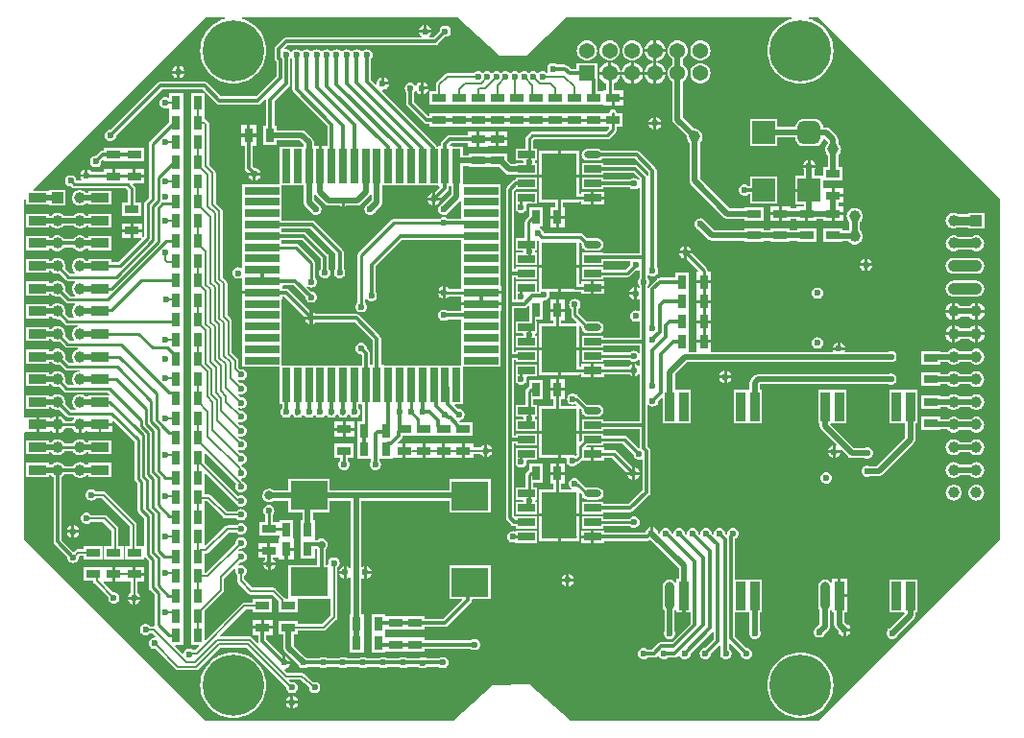
<source format=gbl>
G04*
G04 #@! TF.GenerationSoftware,Altium Limited,Altium Designer,22.1.2 (22)*
G04*
G04 Layer_Physical_Order=4*
G04 Layer_Color=16737819*
%FSAX42Y42*%
%MOMM*%
G71*
G04*
G04 #@! TF.SameCoordinates,034806BB-B1BB-4671-9D6B-E9DA0DB7271A*
G04*
G04*
G04 #@! TF.FilePolarity,Positive*
G04*
G01*
G75*
%ADD10C,1.00*%
%ADD13C,0.20*%
%ADD41R,1.63X0.81*%
%ADD42R,1.50X0.50*%
%ADD43R,1.30X0.80*%
%ADD45R,0.80X1.30*%
%ADD46R,3.20X2.60*%
%ADD50C,0.25*%
%ADD51C,0.30*%
%ADD52C,0.51*%
%ADD53C,0.50*%
%ADD54C,0.75*%
%ADD56C,1.00*%
%ADD57R,1.00X1.00*%
%ADD58C,1.50*%
%ADD59C,0.90*%
%ADD60C,1.37*%
%ADD61R,1.37X1.37*%
%ADD62C,0.60*%
%ADD63C,5.40*%
%ADD64C,0.70*%
%ADD65C,0.80*%
G04:AMPARAMS|DCode=78|XSize=2mm|YSize=2mm|CornerRadius=0.5mm|HoleSize=0mm|Usage=FLASHONLY|Rotation=180.000|XOffset=0mm|YOffset=0mm|HoleType=Round|Shape=RoundedRectangle|*
%AMROUNDEDRECTD78*
21,1,2.00,1.00,0,0,180.0*
21,1,1.00,2.00,0,0,180.0*
1,1,1.00,-0.50,0.50*
1,1,1.00,0.50,0.50*
1,1,1.00,0.50,-0.50*
1,1,1.00,-0.50,-0.50*
%
%ADD78ROUNDEDRECTD78*%
%ADD79R,2.00X2.00*%
%ADD80O,0.81X2.50*%
%ADD81R,0.81X2.50*%
%ADD82R,3.05X4.06*%
%ADD83R,1.52X0.64*%
%ADD84O,1.52X0.64*%
G04:AMPARAMS|DCode=85|XSize=3.05mm|YSize=0.71mm|CornerRadius=0.18mm|HoleSize=0mm|Usage=FLASHONLY|Rotation=90.000|XOffset=0mm|YOffset=0mm|HoleType=Round|Shape=RoundedRectangle|*
%AMROUNDEDRECTD85*
21,1,3.05,0.36,0,0,90.0*
21,1,2.69,0.71,0,0,90.0*
1,1,0.36,0.18,1.35*
1,1,0.36,0.18,-1.35*
1,1,0.36,-0.18,-1.35*
1,1,0.36,-0.18,1.35*
%
%ADD85ROUNDEDRECTD85*%
%ADD86R,0.71X3.05*%
%ADD87R,3.05X0.71*%
G36*
X008642Y004600D02*
Y001600D01*
X007042Y000000D01*
X004859D01*
X004491Y000322D01*
X004172Y000311D01*
X003824Y000000D01*
X001642D01*
X000042Y001600D01*
Y002541D01*
X000051Y002544D01*
X000052Y002544D01*
X000145D01*
Y002610D01*
Y002676D01*
X000052D01*
X000051Y002676D01*
X000042Y002679D01*
Y004597D01*
X000046Y004600D01*
X000056Y004595D01*
Y004549D01*
X000258D01*
X000262Y004541D01*
Y004540D01*
X000402D01*
Y004680D01*
X000262D01*
Y004679D01*
X000258Y004671D01*
X000125D01*
X000122Y004680D01*
X001642Y006200D01*
X001805D01*
X001807Y006190D01*
X001786Y006184D01*
X001756Y006172D01*
X001728Y006156D01*
X001701Y006137D01*
X001677Y006115D01*
X001655Y006091D01*
X001636Y006065D01*
X001621Y006036D01*
X001608Y006006D01*
X001599Y005975D01*
X001594Y005943D01*
X001592Y005910D01*
X001594Y005877D01*
X001599Y005845D01*
X001608Y005814D01*
X001621Y005784D01*
X001636Y005755D01*
X001655Y005729D01*
X001677Y005705D01*
X001701Y005683D01*
X001728Y005664D01*
X001756Y005648D01*
X001786Y005636D01*
X001818Y005627D01*
X001850Y005621D01*
X001882Y005620D01*
X001915Y005621D01*
X001947Y005627D01*
X001978Y005636D01*
X002008Y005648D01*
X002037Y005664D01*
X002063Y005683D01*
X002088Y005705D01*
X002109Y005729D01*
X002128Y005755D01*
X002144Y005784D01*
X002157Y005814D01*
X002166Y005845D01*
X002171Y005877D01*
X002173Y005910D01*
X002171Y005943D01*
X002166Y005975D01*
X002157Y006006D01*
X002144Y006036D01*
X002128Y006065D01*
X002109Y006091D01*
X002088Y006115D01*
X002063Y006137D01*
X002037Y006156D01*
X002008Y006172D01*
X001978Y006184D01*
X001958Y006190D01*
X001959Y006200D01*
X003859D01*
X004226Y005868D01*
X004463D01*
X004824Y006200D01*
X006805D01*
X006807Y006190D01*
X006786Y006184D01*
X006756Y006172D01*
X006728Y006156D01*
X006701Y006137D01*
X006677Y006115D01*
X006655Y006091D01*
X006636Y006065D01*
X006621Y006036D01*
X006608Y006006D01*
X006599Y005975D01*
X006594Y005943D01*
X006592Y005910D01*
X006594Y005877D01*
X006599Y005845D01*
X006608Y005814D01*
X006621Y005784D01*
X006636Y005755D01*
X006655Y005729D01*
X006677Y005705D01*
X006701Y005683D01*
X006728Y005664D01*
X006756Y005648D01*
X006786Y005636D01*
X006818Y005627D01*
X006850Y005621D01*
X006882Y005620D01*
X006915Y005621D01*
X006947Y005627D01*
X006978Y005636D01*
X007008Y005648D01*
X007037Y005664D01*
X007063Y005683D01*
X007088Y005705D01*
X007109Y005729D01*
X007128Y005755D01*
X007144Y005784D01*
X007157Y005814D01*
X007166Y005845D01*
X007171Y005877D01*
X007173Y005910D01*
X007171Y005943D01*
X007166Y005975D01*
X007157Y006006D01*
X007144Y006036D01*
X007128Y006065D01*
X007109Y006091D01*
X007088Y006115D01*
X007063Y006137D01*
X007037Y006156D01*
X007008Y006172D01*
X006978Y006184D01*
X006958Y006190D01*
X006959Y006200D01*
X007042D01*
X008642Y004600D01*
D02*
G37*
%LPC*%
G36*
X003588Y006134D02*
Y006093D01*
X003630D01*
X003630Y006094D01*
X003624Y006108D01*
X003615Y006120D01*
X003604Y006128D01*
X003590Y006134D01*
X003588Y006134D01*
D02*
G37*
G36*
X003563D02*
X003561Y006134D01*
X003548Y006128D01*
X003536Y006120D01*
X003527Y006108D01*
X003522Y006094D01*
X003521Y006093D01*
X003563D01*
Y006134D01*
D02*
G37*
G36*
X003751Y006130D02*
X003738Y006129D01*
X003726Y006124D01*
X003716Y006116D01*
X003708Y006105D01*
X003703Y006093D01*
X003701Y006080D01*
X003701Y006080D01*
X003647Y006025D01*
X003612D01*
X003608Y006035D01*
X003615Y006040D01*
X003624Y006052D01*
X003630Y006066D01*
X003630Y006067D01*
X003521D01*
X003522Y006066D01*
X003527Y006052D01*
X003536Y006040D01*
X003543Y006035D01*
X003539Y006025D01*
X002348D01*
X002348Y006025D01*
X002338Y006024D01*
X002330Y006021D01*
X002323Y006015D01*
X002323Y006015D01*
X002260Y005952D01*
X002254Y005945D01*
X002251Y005937D01*
X002250Y005927D01*
X002250Y005927D01*
Y005843D01*
X002250Y005843D01*
X002251Y005834D01*
X002254Y005825D01*
X002260Y005818D01*
X002265Y005813D01*
Y005685D01*
X002085Y005505D01*
X001775D01*
X001655Y005625D01*
X001648Y005631D01*
X001639Y005634D01*
X001630Y005635D01*
X001630Y005635D01*
X001240D01*
X001240Y005635D01*
X001231Y005634D01*
X001222Y005631D01*
X001215Y005625D01*
X001215Y005625D01*
X000800Y005210D01*
X000800Y005210D01*
X000787Y005209D01*
X000775Y005204D01*
X000764Y005196D01*
X000756Y005185D01*
X000751Y005173D01*
X000750Y005160D01*
X000751Y005147D01*
X000756Y005135D01*
X000764Y005124D01*
X000775Y005116D01*
X000787Y005111D01*
X000800Y005110D01*
X000813Y005111D01*
X000825Y005116D01*
X000836Y005124D01*
X000844Y005135D01*
X000849Y005147D01*
X000850Y005160D01*
X000850Y005160D01*
X001255Y005565D01*
X001615D01*
X001735Y005445D01*
X001735Y005445D01*
X001742Y005439D01*
X001751Y005436D01*
X001760Y005435D01*
X001760Y005435D01*
X002100D01*
X002100Y005435D01*
X002109Y005436D01*
X002118Y005439D01*
X002125Y005445D01*
X002165Y005485D01*
X002174Y005480D01*
X002174Y005479D01*
X002174Y005479D01*
Y005247D01*
X002149D01*
Y005077D01*
X002269D01*
Y005117D01*
X002469D01*
X002505Y005081D01*
Y005062D01*
X002294D01*
Y004731D01*
X001963D01*
Y004619D01*
Y004519D01*
Y004419D01*
Y004319D01*
Y004219D01*
Y004119D01*
Y003994D01*
X001953Y003989D01*
X001950Y003991D01*
X001938Y003996D01*
X001925Y003998D01*
X001912Y003996D01*
X001900Y003991D01*
X001889Y003983D01*
X001881Y003973D01*
X001876Y003961D01*
X001875Y003947D01*
X001876Y003934D01*
X001881Y003922D01*
X001889Y003912D01*
X001900Y003904D01*
X001912Y003899D01*
X001925Y003897D01*
X001938Y003899D01*
X001950Y003904D01*
X001953Y003906D01*
X001963Y003901D01*
Y003836D01*
X001957D01*
Y003788D01*
X002135D01*
Y003762D01*
X001957D01*
Y003714D01*
X001963D01*
Y003619D01*
Y003519D01*
Y003419D01*
Y003319D01*
Y003219D01*
Y003119D01*
X002294D01*
Y002788D01*
X002315D01*
Y002756D01*
X002314Y002756D01*
X002306Y002745D01*
X002301Y002733D01*
X002300Y002720D01*
X002301Y002707D01*
X002306Y002695D01*
X002314Y002684D01*
X002325Y002676D01*
X002337Y002671D01*
X002350Y002670D01*
X002363Y002671D01*
X002375Y002676D01*
X002386Y002684D01*
X002394Y002695D01*
X002395Y002697D01*
X002405D01*
X002406Y002695D01*
X002414Y002684D01*
X002425Y002676D01*
X002437Y002671D01*
X002450Y002670D01*
X002463Y002671D01*
X002475Y002676D01*
X002486Y002684D01*
X002494Y002695D01*
X002495Y002697D01*
X002505D01*
X002506Y002695D01*
X002514Y002684D01*
X002525Y002676D01*
X002537Y002671D01*
X002550Y002670D01*
X002563Y002671D01*
X002575Y002676D01*
X002586Y002684D01*
X002594Y002695D01*
X002595Y002697D01*
X002605D01*
X002606Y002695D01*
X002614Y002684D01*
X002625Y002676D01*
X002637Y002671D01*
X002650Y002670D01*
X002663Y002671D01*
X002675Y002676D01*
X002686Y002684D01*
X002693Y002694D01*
X002698Y002695D01*
X002700D01*
X002704Y002694D01*
X002712Y002684D01*
X002722Y002676D01*
X002734Y002671D01*
X002747Y002670D01*
X002761Y002671D01*
X002773Y002676D01*
X002783Y002684D01*
X002791Y002695D01*
X002792Y002698D01*
X002803D01*
X002804Y002695D01*
X002812Y002684D01*
X002823Y002676D01*
X002835Y002671D01*
X002848Y002670D01*
X002861Y002671D01*
X002873Y002676D01*
X002884Y002684D01*
X002892Y002695D01*
X002894Y002699D01*
X002904D01*
X002906Y002695D01*
X002914Y002684D01*
X002925Y002676D01*
X002937Y002671D01*
X002950Y002670D01*
X002963Y002671D01*
X002975Y002676D01*
X002986Y002684D01*
X002994Y002695D01*
X002999Y002707D01*
X003000Y002720D01*
X002999Y002733D01*
X002994Y002745D01*
X002986Y002756D01*
X002985Y002756D01*
Y002788D01*
X003006D01*
Y002788D01*
X003007Y002788D01*
X003017Y002781D01*
Y002642D01*
X002980D01*
Y002472D01*
Y002305D01*
X003094D01*
X003098Y002298D01*
X003098Y002295D01*
X003091Y002285D01*
X003086Y002273D01*
X003084Y002260D01*
X003086Y002247D01*
X003091Y002235D01*
X003099Y002224D01*
X003109Y002216D01*
X003121Y002211D01*
X003134Y002210D01*
X003147Y002211D01*
X003160Y002216D01*
X003170Y002224D01*
X003178Y002235D01*
X003183Y002247D01*
X003185Y002260D01*
X003183Y002273D01*
X003178Y002285D01*
X003171Y002294D01*
Y002305D01*
X003290D01*
Y002314D01*
X003300Y002315D01*
Y002315D01*
X003377D01*
Y002380D01*
Y002445D01*
X003338D01*
X003334Y002455D01*
X003365Y002486D01*
X003365Y002486D01*
X003371Y002493D01*
X003375Y002502D01*
X003376Y002510D01*
X003475D01*
X003475Y002510D01*
X003478D01*
Y002510D01*
X003485Y002510D01*
X003648D01*
Y002510D01*
X003652D01*
Y002510D01*
X003822D01*
X003822Y002510D01*
X003825D01*
Y002510D01*
X003832Y002510D01*
X003995D01*
Y002630D01*
X003884D01*
X003875Y002639D01*
X003879Y002649D01*
X003885Y002650D01*
X003897Y002655D01*
X003907Y002663D01*
X003915Y002673D01*
X003920Y002686D01*
X003922Y002699D01*
X003920Y002712D01*
X003915Y002724D01*
X003907Y002734D01*
X003897Y002742D01*
X003885Y002747D01*
X003872Y002749D01*
X003863Y002748D01*
X003833Y002778D01*
X003837Y002788D01*
X003906D01*
Y003119D01*
X004237D01*
Y003219D01*
Y003319D01*
Y003419D01*
Y003519D01*
Y003614D01*
X004243D01*
Y003662D01*
X004065D01*
X003887D01*
Y003614D01*
X003879Y003610D01*
X003776D01*
X003776Y003611D01*
X003765Y003619D01*
X003753Y003624D01*
X003740Y003625D01*
X003727Y003624D01*
X003715Y003619D01*
X003704Y003611D01*
X003696Y003600D01*
X003691Y003588D01*
X003690Y003575D01*
X003691Y003562D01*
X003696Y003550D01*
X003704Y003539D01*
X003715Y003531D01*
X003727Y003526D01*
X003740Y003525D01*
X003753Y003526D01*
X003765Y003531D01*
X003776Y003539D01*
X003776Y003540D01*
X003893D01*
Y003419D01*
Y003319D01*
Y003219D01*
Y003132D01*
X003211D01*
Y003138D01*
X003185D01*
Y003370D01*
X003184Y003379D01*
X003181Y003388D01*
X003175Y003395D01*
X003175Y003395D01*
X002995Y003575D01*
X002988Y003581D01*
X002979Y003584D01*
X002970Y003585D01*
X002970Y003585D01*
X002613D01*
X002610Y003590D01*
X002598Y003598D01*
X002584Y003604D01*
X002583Y003604D01*
Y003550D01*
Y003496D01*
X002584Y003496D01*
X002598Y003502D01*
X002610Y003510D01*
X002613Y003515D01*
X002955D01*
X003115Y003355D01*
Y003138D01*
X003089D01*
X003085Y003146D01*
Y003240D01*
X003084Y003249D01*
X003081Y003258D01*
X003075Y003265D01*
X003075Y003265D01*
X003060Y003280D01*
X003060Y003280D01*
X003059Y003293D01*
X003054Y003305D01*
X003046Y003316D01*
X003035Y003324D01*
X003023Y003329D01*
X003010Y003330D01*
X002997Y003329D01*
X002985Y003324D01*
X002974Y003316D01*
X002966Y003305D01*
X002961Y003293D01*
X002960Y003280D01*
X002961Y003267D01*
X002966Y003255D01*
X002974Y003244D01*
X002985Y003236D01*
X002997Y003231D01*
X003010Y003230D01*
X003015Y003221D01*
Y003134D01*
X003006Y003132D01*
X003006Y003132D01*
X003006Y003132D01*
X002307D01*
Y003219D01*
Y003319D01*
Y003419D01*
Y003519D01*
Y003619D01*
Y003714D01*
X002313D01*
Y003740D01*
X002333D01*
X002510Y003563D01*
X002557D01*
Y003615D01*
X002372Y003800D01*
X002365Y003806D01*
X002357Y003809D01*
X002348Y003810D01*
X002347Y003810D01*
X002313D01*
Y003836D01*
X002321Y003840D01*
X002415D01*
X002520Y003735D01*
X002520Y003735D01*
X002521Y003722D01*
X002526Y003710D01*
X002534Y003699D01*
X002545Y003691D01*
X002557Y003686D01*
X002570Y003685D01*
X002583Y003686D01*
X002595Y003691D01*
X002606Y003699D01*
X002614Y003710D01*
X002619Y003722D01*
X002620Y003735D01*
X002619Y003748D01*
X002614Y003760D01*
X002606Y003771D01*
X002595Y003779D01*
X002583Y003784D01*
X002570Y003785D01*
X002570Y003785D01*
X002529Y003826D01*
X002536Y003833D01*
X002545Y003826D01*
X002557Y003821D01*
X002570Y003820D01*
X002583Y003821D01*
X002595Y003826D01*
X002606Y003834D01*
X002614Y003845D01*
X002619Y003857D01*
X002620Y003870D01*
X002619Y003883D01*
X002614Y003895D01*
X002606Y003906D01*
X002603Y003908D01*
Y004040D01*
X002602Y004048D01*
X002598Y004056D01*
X002593Y004063D01*
X002458Y004198D01*
X002451Y004203D01*
X002443Y004207D01*
X002435Y004208D01*
X002307D01*
Y004240D01*
X002490D01*
X002655Y004075D01*
Y003986D01*
X002654Y003986D01*
X002646Y003975D01*
X002641Y003963D01*
X002640Y003950D01*
X002641Y003937D01*
X002646Y003925D01*
X002654Y003914D01*
X002665Y003906D01*
X002677Y003901D01*
X002690Y003900D01*
X002703Y003901D01*
X002715Y003906D01*
X002726Y003914D01*
X002734Y003925D01*
X002739Y003937D01*
X002740Y003950D01*
X002739Y003963D01*
X002734Y003975D01*
X002726Y003986D01*
X002725Y003986D01*
Y004090D01*
X002725Y004090D01*
X002724Y004099D01*
X002721Y004108D01*
X002715Y004115D01*
X002715Y004115D01*
X002530Y004300D01*
X002523Y004306D01*
X002514Y004309D01*
X002505Y004310D01*
X002505Y004310D01*
X002307D01*
Y004340D01*
X002560D01*
X002785Y004115D01*
Y003986D01*
X002784Y003986D01*
X002776Y003975D01*
X002771Y003963D01*
X002770Y003950D01*
X002771Y003937D01*
X002776Y003925D01*
X002784Y003914D01*
X002795Y003906D01*
X002807Y003901D01*
X002820Y003900D01*
X002833Y003901D01*
X002845Y003906D01*
X002856Y003914D01*
X002864Y003925D01*
X002869Y003937D01*
X002870Y003950D01*
X002869Y003963D01*
X002864Y003975D01*
X002856Y003986D01*
X002855Y003986D01*
Y004130D01*
X002855Y004130D01*
X002854Y004139D01*
X002851Y004148D01*
X002845Y004155D01*
X002845Y004155D01*
X002600Y004400D01*
X002593Y004406D01*
X002584Y004409D01*
X002575Y004410D01*
X002575Y004410D01*
X002307D01*
Y004519D01*
Y004619D01*
Y004718D01*
X002505D01*
Y004570D01*
X002506Y004558D01*
X002511Y004547D01*
X002518Y004538D01*
X002563Y004493D01*
X002566Y004485D01*
X002574Y004474D01*
X002585Y004466D01*
X002597Y004461D01*
X002610Y004460D01*
X002623Y004461D01*
X002635Y004466D01*
X002646Y004474D01*
X002654Y004485D01*
X002659Y004497D01*
X002660Y004510D01*
X002659Y004523D01*
X002654Y004535D01*
X002646Y004546D01*
X002635Y004554D01*
X002627Y004557D01*
X002595Y004589D01*
Y004653D01*
X002605Y004654D01*
X002606Y004648D01*
X002611Y004637D01*
X002618Y004628D01*
X002688Y004558D01*
X002697Y004551D01*
X002708Y004546D01*
X002720Y004545D01*
X002818D01*
X002822Y004542D01*
X002836Y004536D01*
X002837Y004536D01*
Y004590D01*
X002863D01*
Y004536D01*
X002864Y004536D01*
X002878Y004542D01*
X002882Y004545D01*
X002980D01*
X002992Y004546D01*
X003003Y004551D01*
X003012Y004558D01*
X003082Y004628D01*
X003082Y004628D01*
X003089Y004637D01*
X003094Y004648D01*
X003095Y004654D01*
X003105Y004653D01*
Y004589D01*
X003073Y004557D01*
X003065Y004554D01*
X003054Y004546D01*
X003046Y004535D01*
X003041Y004523D01*
X003040Y004510D01*
X003041Y004497D01*
X003046Y004485D01*
X003054Y004474D01*
X003065Y004466D01*
X003077Y004461D01*
X003090Y004460D01*
X003103Y004461D01*
X003115Y004466D01*
X003126Y004474D01*
X003134Y004485D01*
X003137Y004493D01*
X003182Y004538D01*
X003189Y004547D01*
X003191Y004552D01*
X003194Y004558D01*
X003195Y004570D01*
Y004718D01*
X003689D01*
Y004712D01*
X003699D01*
X003703Y004703D01*
X003663Y004663D01*
Y004613D01*
X003713D01*
X003775Y004675D01*
X003775Y004675D01*
X003781Y004682D01*
X003784Y004691D01*
X003785Y004700D01*
Y004712D01*
X003805D01*
Y004639D01*
X003723Y004557D01*
X003715Y004554D01*
X003704Y004546D01*
X003696Y004535D01*
X003691Y004523D01*
X003690Y004510D01*
X003691Y004497D01*
X003696Y004485D01*
X003704Y004474D01*
X003715Y004466D01*
X003727Y004461D01*
X003740Y004460D01*
X003753Y004461D01*
X003765Y004466D01*
X003776Y004474D01*
X003784Y004485D01*
X003787Y004493D01*
X003882Y004588D01*
X003883Y004589D01*
X003893Y004585D01*
Y004519D01*
Y004425D01*
X003776D01*
X003776Y004426D01*
X003765Y004434D01*
X003753Y004439D01*
X003740Y004440D01*
X003727Y004439D01*
X003715Y004434D01*
X003704Y004426D01*
X003702Y004423D01*
X003300D01*
X003292Y004422D01*
X003284Y004418D01*
X003277Y004413D01*
X002987Y004123D01*
X002982Y004116D01*
X002978Y004108D01*
X002977Y004100D01*
Y003688D01*
X002974Y003686D01*
X002966Y003675D01*
X002961Y003663D01*
X002960Y003650D01*
X002961Y003637D01*
X002966Y003625D01*
X002974Y003614D01*
X002985Y003606D01*
X002997Y003601D01*
X003010Y003600D01*
X003023Y003601D01*
X003035Y003606D01*
X003046Y003614D01*
X003054Y003625D01*
X003059Y003637D01*
X003060Y003650D01*
X003059Y003663D01*
X003054Y003675D01*
X003046Y003686D01*
X003043Y003688D01*
Y003731D01*
X003053Y003733D01*
X003056Y003725D01*
X003064Y003714D01*
X003075Y003706D01*
X003087Y003701D01*
X003100Y003700D01*
X003113Y003701D01*
X003125Y003706D01*
X003136Y003714D01*
X003144Y003725D01*
X003149Y003737D01*
X003150Y003750D01*
X003149Y003763D01*
X003144Y003775D01*
X003136Y003786D01*
X003135Y003786D01*
Y004005D01*
X003370Y004240D01*
X003893D01*
Y004119D01*
Y004019D01*
Y003919D01*
Y003836D01*
X003887D01*
Y003808D01*
X003785D01*
X003780Y003815D01*
X003768Y003823D01*
X003754Y003829D01*
X003753Y003829D01*
Y003775D01*
Y003721D01*
X003754Y003721D01*
X003768Y003727D01*
X003780Y003735D01*
X003785Y003742D01*
X003887D01*
Y003688D01*
X004065D01*
X004243D01*
Y003714D01*
Y003762D01*
X004065D01*
Y003788D01*
X004243D01*
Y003836D01*
X004237D01*
Y003919D01*
Y004019D01*
Y004119D01*
Y004219D01*
Y004319D01*
Y004419D01*
Y004519D01*
Y004619D01*
Y004731D01*
X003906D01*
Y004895D01*
X003955D01*
Y004879D01*
X004125D01*
X004125Y004880D01*
X004231D01*
X004280Y004831D01*
X004289Y004824D01*
X004300Y004819D01*
X004312Y004818D01*
X004371D01*
Y004811D01*
X004564D01*
Y004915D01*
X004546D01*
X004540Y004922D01*
X004540Y004926D01*
X004540Y004931D01*
X004546Y004938D01*
X004564D01*
Y005042D01*
X004523D01*
Y005116D01*
X004534Y005127D01*
X005180D01*
X005188Y005128D01*
X005196Y005132D01*
X005203Y005137D01*
X005253Y005187D01*
X005258Y005194D01*
X005262Y005202D01*
X005263Y005210D01*
Y005240D01*
X005315D01*
Y005360D01*
X005263D01*
X005262Y005369D01*
X005258Y005377D01*
X005253Y005384D01*
X005246Y005389D01*
X005238Y005392D01*
X005230Y005393D01*
X005222Y005392D01*
X005214Y005389D01*
X005207Y005384D01*
X005202Y005377D01*
X005198Y005369D01*
X005197Y005360D01*
X005155D01*
X005145Y005360D01*
Y005361D01*
X005145D01*
Y005360D01*
X004975D01*
X004975Y005360D01*
X004815D01*
X004805Y005360D01*
Y005360D01*
X004805D01*
Y005360D01*
X004645D01*
X004635Y005360D01*
Y005360D01*
X004635D01*
Y005360D01*
X004475D01*
X004465Y005360D01*
Y005360D01*
X004465D01*
Y005360D01*
X004305D01*
X004295Y005360D01*
Y005360D01*
X004295D01*
Y005360D01*
X004135D01*
X004125Y005360D01*
Y005360D01*
X004125D01*
Y005360D01*
X003965D01*
X003955Y005360D01*
Y005360D01*
X003955D01*
Y005360D01*
X003795D01*
X003785Y005360D01*
Y005360D01*
X003785D01*
Y005360D01*
X003615D01*
Y005335D01*
X003605D01*
X003480Y005460D01*
Y005541D01*
X003480Y005542D01*
X003486Y005549D01*
X003493Y005549D01*
X003496Y005549D01*
X003498Y005548D01*
X003505Y005538D01*
X003517Y005529D01*
X003531Y005523D01*
X003532Y005523D01*
Y005577D01*
Y005631D01*
X003531Y005631D01*
X003517Y005626D01*
X003505Y005617D01*
X003498Y005606D01*
X003496Y005606D01*
X003493Y005605D01*
X003486Y005606D01*
X003480Y005613D01*
X003470Y005621D01*
X003458Y005626D01*
X003445Y005628D01*
X003432Y005626D01*
X003419Y005621D01*
X003409Y005613D01*
X003401Y005602D01*
X003396Y005590D01*
X003394Y005577D01*
X003396Y005564D01*
X003401Y005552D01*
X003409Y005542D01*
X003409Y005541D01*
Y005445D01*
X003409Y005445D01*
X003411Y005436D01*
X003414Y005428D01*
X003420Y005420D01*
X003565Y005275D01*
X003572Y005269D01*
X003581Y005266D01*
X003590Y005265D01*
X003590Y005265D01*
X003615D01*
Y005240D01*
X003775D01*
X003785Y005240D01*
Y005240D01*
X003785D01*
Y005240D01*
X003945D01*
X003955Y005240D01*
Y005240D01*
X003955D01*
Y005240D01*
X004115D01*
X004125Y005240D01*
Y005240D01*
X004125D01*
Y005240D01*
X004285D01*
X004295Y005240D01*
Y005240D01*
X004295D01*
Y005240D01*
X004455D01*
X004465Y005240D01*
Y005240D01*
X004465D01*
Y005240D01*
X004625D01*
X004635Y005240D01*
Y005240D01*
X004635D01*
Y005240D01*
X004795D01*
X004805Y005240D01*
Y005240D01*
X004805D01*
Y005240D01*
X004975D01*
X004975Y005240D01*
X005135D01*
X005145Y005240D01*
Y005240D01*
X005145D01*
Y005240D01*
X005197D01*
Y005224D01*
X005166Y005193D01*
X004520D01*
X004512Y005192D01*
X004504Y005188D01*
X004497Y005183D01*
X004467Y005153D01*
X004462Y005146D01*
X004458Y005138D01*
X004457Y005130D01*
Y005042D01*
X004371D01*
Y004938D01*
X004434D01*
X004440Y004931D01*
X004440Y004926D01*
X004440Y004922D01*
X004434Y004915D01*
X004371D01*
Y004908D01*
X004331D01*
X004295Y004944D01*
Y005000D01*
X004125D01*
X004125Y004999D01*
X003955D01*
Y004985D01*
X003906D01*
Y005062D01*
X003811D01*
Y005068D01*
X003791D01*
X003788Y005078D01*
X003805Y005095D01*
X003950D01*
Y005064D01*
X004027D01*
Y005129D01*
Y005195D01*
X003950D01*
Y005165D01*
X003790D01*
X003781Y005164D01*
X003772Y005161D01*
X003765Y005155D01*
X003765Y005155D01*
X003725Y005115D01*
X003719Y005108D01*
X003716Y005099D01*
X003715Y005090D01*
X003715Y005090D01*
Y005068D01*
X003689D01*
Y005062D01*
X003677D01*
X003677Y005064D01*
X003673Y005073D01*
X003668Y005080D01*
X003668Y005080D01*
X003193Y005555D01*
X003197Y005564D01*
X003200Y005564D01*
X003214Y005566D01*
X003228Y005572D01*
X003240Y005580D01*
X003248Y005592D01*
X003254Y005606D01*
X003254Y005607D01*
X003200D01*
Y005620D01*
X003187D01*
Y005674D01*
X003186Y005674D01*
X003172Y005668D01*
X003160Y005660D01*
X003152Y005648D01*
X003146Y005634D01*
X003144Y005620D01*
X003144Y005617D01*
X003135Y005613D01*
X003095Y005652D01*
Y005834D01*
X003096Y005834D01*
X003104Y005845D01*
X003109Y005857D01*
X003110Y005870D01*
X003109Y005883D01*
X003104Y005895D01*
X003096Y005906D01*
X003085Y005914D01*
X003073Y005919D01*
X003060Y005920D01*
X003047Y005919D01*
X003035Y005914D01*
X003024Y005906D01*
X003022Y005903D01*
X003009D01*
X003007Y005906D01*
X002997Y005914D01*
X002984Y005919D01*
X002971Y005920D01*
X002958Y005919D01*
X002946Y005914D01*
X002936Y005906D01*
X002933Y005903D01*
X002921D01*
X002919Y005906D01*
X002908Y005914D01*
X002896Y005919D01*
X002883Y005920D01*
X002870Y005919D01*
X002858Y005914D01*
X002847Y005906D01*
X002845Y005903D01*
X002832D01*
X002830Y005906D01*
X002820Y005914D01*
X002807Y005919D01*
X002794Y005920D01*
X002781Y005919D01*
X002769Y005914D01*
X002759Y005906D01*
X002756Y005903D01*
X002744D01*
X002741Y005906D01*
X002731Y005914D01*
X002719Y005919D01*
X002706Y005920D01*
X002693Y005919D01*
X002680Y005914D01*
X002670Y005906D01*
X002668Y005903D01*
X002655D01*
X002653Y005906D01*
X002642Y005914D01*
X002630Y005919D01*
X002617Y005920D01*
X002604Y005919D01*
X002592Y005914D01*
X002581Y005906D01*
X002579Y005903D01*
X002567D01*
X002564Y005906D01*
X002554Y005914D01*
X002542Y005919D01*
X002529Y005920D01*
X002516Y005919D01*
X002503Y005914D01*
X002493Y005906D01*
X002491Y005903D01*
X002478D01*
X002476Y005906D01*
X002465Y005914D01*
X002453Y005919D01*
X002440Y005920D01*
X002427Y005919D01*
X002415Y005914D01*
X002404Y005906D01*
X002401Y005902D01*
X002389D01*
X002386Y005906D01*
X002375Y005914D01*
X002363Y005919D01*
X002350Y005920D01*
X002341Y005919D01*
X002336Y005929D01*
X002362Y005955D01*
X003661D01*
X003661Y005955D01*
X003670Y005956D01*
X003679Y005959D01*
X003686Y005965D01*
X003751Y006030D01*
X003751Y006030D01*
X003764Y006031D01*
X003776Y006036D01*
X003787Y006044D01*
X003795Y006055D01*
X003800Y006067D01*
X003802Y006080D01*
X003800Y006093D01*
X003795Y006105D01*
X003787Y006116D01*
X003776Y006124D01*
X003764Y006129D01*
X003751Y006130D01*
D02*
G37*
G36*
X005613Y006003D02*
Y005923D01*
X005693D01*
X005693Y005928D01*
X005687Y005946D01*
X005679Y005962D01*
X005667Y005977D01*
X005652Y005989D01*
X005636Y005997D01*
X005618Y006003D01*
X005613Y006003D01*
D02*
G37*
G36*
X005587Y006003D02*
X005582Y006003D01*
X005564Y005997D01*
X005548Y005989D01*
X005533Y005977D01*
X005521Y005962D01*
X005513Y005946D01*
X005507Y005928D01*
X005507Y005923D01*
X005587D01*
Y006003D01*
D02*
G37*
G36*
X006000Y005999D02*
X005983Y005997D01*
X005966Y005992D01*
X005951Y005984D01*
X005937Y005973D01*
X005926Y005959D01*
X005918Y005944D01*
X005913Y005927D01*
X005911Y005910D01*
X005913Y005893D01*
X005918Y005876D01*
X005926Y005861D01*
X005937Y005847D01*
X005951Y005836D01*
X005966Y005828D01*
X005983Y005823D01*
X006000Y005821D01*
X006017Y005823D01*
X006034Y005828D01*
X006049Y005836D01*
X006063Y005847D01*
X006074Y005861D01*
X006082Y005876D01*
X006087Y005893D01*
X006089Y005910D01*
X006087Y005927D01*
X006082Y005944D01*
X006074Y005959D01*
X006063Y005973D01*
X006049Y005984D01*
X006034Y005992D01*
X006017Y005997D01*
X006000Y005999D01*
D02*
G37*
G36*
X005400D02*
X005383Y005997D01*
X005366Y005992D01*
X005351Y005984D01*
X005337Y005973D01*
X005326Y005959D01*
X005318Y005944D01*
X005313Y005927D01*
X005311Y005910D01*
X005313Y005893D01*
X005318Y005876D01*
X005326Y005861D01*
X005337Y005847D01*
X005351Y005836D01*
X005366Y005828D01*
X005383Y005823D01*
X005400Y005821D01*
X005417Y005823D01*
X005434Y005828D01*
X005449Y005836D01*
X005463Y005847D01*
X005474Y005861D01*
X005482Y005876D01*
X005487Y005893D01*
X005489Y005910D01*
X005487Y005927D01*
X005482Y005944D01*
X005474Y005959D01*
X005463Y005973D01*
X005449Y005984D01*
X005434Y005992D01*
X005417Y005997D01*
X005400Y005999D01*
D02*
G37*
G36*
X005200D02*
X005183Y005997D01*
X005166Y005992D01*
X005151Y005984D01*
X005137Y005973D01*
X005126Y005959D01*
X005118Y005944D01*
X005113Y005927D01*
X005111Y005910D01*
X005113Y005893D01*
X005118Y005876D01*
X005126Y005861D01*
X005137Y005847D01*
X005151Y005836D01*
X005166Y005828D01*
X005183Y005823D01*
X005200Y005821D01*
X005217Y005823D01*
X005234Y005828D01*
X005249Y005836D01*
X005263Y005847D01*
X005274Y005861D01*
X005282Y005876D01*
X005287Y005893D01*
X005289Y005910D01*
X005287Y005927D01*
X005282Y005944D01*
X005274Y005959D01*
X005263Y005973D01*
X005249Y005984D01*
X005234Y005992D01*
X005217Y005997D01*
X005200Y005999D01*
D02*
G37*
G36*
X005000D02*
X004983Y005997D01*
X004966Y005992D01*
X004951Y005984D01*
X004937Y005973D01*
X004926Y005959D01*
X004918Y005944D01*
X004913Y005927D01*
X004911Y005910D01*
X004913Y005893D01*
X004918Y005876D01*
X004926Y005861D01*
X004937Y005847D01*
X004951Y005836D01*
X004966Y005828D01*
X004983Y005823D01*
X005000Y005821D01*
X005017Y005823D01*
X005034Y005828D01*
X005049Y005836D01*
X005063Y005847D01*
X005074Y005861D01*
X005082Y005876D01*
X005087Y005893D01*
X005089Y005910D01*
X005087Y005927D01*
X005082Y005944D01*
X005074Y005959D01*
X005063Y005973D01*
X005049Y005984D01*
X005034Y005992D01*
X005017Y005997D01*
X005000Y005999D01*
D02*
G37*
G36*
X005587Y005897D02*
X005507D01*
X005507Y005892D01*
X005513Y005874D01*
X005521Y005858D01*
X005533Y005843D01*
X005548Y005831D01*
X005564Y005823D01*
X005582Y005817D01*
X005587Y005817D01*
Y005897D01*
D02*
G37*
G36*
X005693D02*
X005613D01*
Y005817D01*
X005618Y005817D01*
X005636Y005823D01*
X005652Y005831D01*
X005667Y005843D01*
X005679Y005858D01*
X005687Y005874D01*
X005693Y005892D01*
X005693Y005897D01*
D02*
G37*
G36*
X001413Y005774D02*
Y005733D01*
X001454D01*
X001454Y005734D01*
X001448Y005748D01*
X001440Y005760D01*
X001428Y005768D01*
X001414Y005774D01*
X001413Y005774D01*
D02*
G37*
G36*
X001387D02*
X001386Y005774D01*
X001372Y005768D01*
X001360Y005760D01*
X001352Y005748D01*
X001346Y005734D01*
X001346Y005733D01*
X001387D01*
Y005774D01*
D02*
G37*
G36*
X005613Y005803D02*
Y005723D01*
X005693D01*
X005693Y005728D01*
X005687Y005746D01*
X005679Y005762D01*
X005667Y005777D01*
X005652Y005789D01*
X005636Y005797D01*
X005618Y005803D01*
X005613Y005803D01*
D02*
G37*
G36*
X005587D02*
X005582Y005803D01*
X005564Y005797D01*
X005548Y005789D01*
X005533Y005777D01*
X005521Y005762D01*
X005513Y005746D01*
X005507Y005728D01*
X005507Y005723D01*
X005587D01*
Y005803D01*
D02*
G37*
G36*
X005213D02*
Y005723D01*
X005293D01*
X005293Y005728D01*
X005287Y005746D01*
X005279Y005762D01*
X005267Y005777D01*
X005252Y005789D01*
X005236Y005797D01*
X005218Y005803D01*
X005213Y005803D01*
D02*
G37*
G36*
X005187D02*
X005182Y005803D01*
X005164Y005797D01*
X005148Y005789D01*
X005133Y005777D01*
X005121Y005762D01*
X005113Y005746D01*
X005107Y005728D01*
X005107Y005723D01*
X005187D01*
Y005803D01*
D02*
G37*
G36*
X005413D02*
Y005723D01*
X005493D01*
X005493Y005728D01*
X005487Y005746D01*
X005479Y005762D01*
X005467Y005777D01*
X005452Y005789D01*
X005436Y005797D01*
X005418Y005803D01*
X005413Y005803D01*
D02*
G37*
G36*
X005387Y005803D02*
X005382Y005803D01*
X005364Y005797D01*
X005348Y005789D01*
X005333Y005777D01*
X005321Y005762D01*
X005313Y005746D01*
X005307Y005728D01*
X005307Y005723D01*
X005387D01*
Y005803D01*
D02*
G37*
G36*
X004700Y005800D02*
X004687Y005799D01*
X004675Y005794D01*
X004664Y005786D01*
X004656Y005775D01*
X004651Y005763D01*
X004650Y005750D01*
X004651Y005737D01*
X004656Y005726D01*
X004654Y005721D01*
X004651Y005716D01*
X004646Y005715D01*
X004646Y005716D01*
X004635Y005724D01*
X004623Y005729D01*
X004610Y005730D01*
X004597Y005729D01*
X004585Y005724D01*
X004576Y005717D01*
X004570Y005716D01*
X004564D01*
X004564Y005716D01*
X004554Y005724D01*
X004542Y005729D01*
X004529Y005730D01*
X004516Y005729D01*
X004503Y005724D01*
X004493Y005716D01*
X004493Y005716D01*
X004483D01*
X004483Y005716D01*
X004472Y005724D01*
X004460Y005729D01*
X004447Y005730D01*
X004434Y005729D01*
X004422Y005724D01*
X004411Y005716D01*
X004411Y005716D01*
X004401D01*
X004401Y005716D01*
X004391Y005724D01*
X004379Y005729D01*
X004366Y005730D01*
X004353Y005729D01*
X004340Y005724D01*
X004330Y005716D01*
X004330Y005716D01*
X004320D01*
X004320Y005716D01*
X004309Y005724D01*
X004297Y005729D01*
X004284Y005730D01*
X004271Y005729D01*
X004259Y005724D01*
X004249Y005716D01*
X004249Y005716D01*
X004239D01*
X004239Y005716D01*
X004228Y005724D01*
X004216Y005729D01*
X004203Y005730D01*
X004190Y005729D01*
X004178Y005724D01*
X004167Y005716D01*
X004167Y005716D01*
X004157D01*
X004157Y005716D01*
X004147Y005724D01*
X004134Y005729D01*
X004121Y005730D01*
X004108Y005729D01*
X004096Y005724D01*
X004086Y005716D01*
X004086Y005716D01*
X004076D01*
X004076Y005716D01*
X004065Y005724D01*
X004053Y005729D01*
X004040Y005730D01*
X004027Y005729D01*
X004015Y005724D01*
X004004Y005716D01*
X004000Y005710D01*
X003770D01*
X003762Y005709D01*
X003755Y005706D01*
X003749Y005701D01*
X003679Y005631D01*
X003674Y005625D01*
X003671Y005618D01*
X003670Y005610D01*
Y005550D01*
X003615D01*
Y005430D01*
X003775D01*
X003785Y005430D01*
Y005430D01*
X003785D01*
Y005430D01*
X003945D01*
X003955Y005430D01*
Y005430D01*
X003955D01*
Y005430D01*
X004115D01*
X004125Y005430D01*
Y005430D01*
X004125D01*
Y005430D01*
X004285D01*
X004295Y005430D01*
Y005430D01*
X004295D01*
Y005430D01*
X004455D01*
X004465Y005430D01*
Y005430D01*
X004465D01*
Y005430D01*
X004625D01*
X004635Y005430D01*
Y005430D01*
X004635D01*
Y005430D01*
X004795D01*
X004805Y005430D01*
Y005430D01*
X004805D01*
Y005430D01*
X004975D01*
X004975Y005431D01*
X005140D01*
Y005425D01*
X005217D01*
Y005490D01*
X005230D01*
Y005503D01*
X005320D01*
Y005556D01*
X005233D01*
Y005622D01*
X005236Y005623D01*
X005252Y005631D01*
X005267Y005643D01*
X005279Y005658D01*
X005287Y005674D01*
X005293Y005692D01*
X005293Y005697D01*
X005200D01*
X005107D01*
X005107Y005692D01*
X005113Y005674D01*
X005121Y005658D01*
X005133Y005643D01*
X005148Y005631D01*
X005164Y005623D01*
X005167Y005622D01*
Y005556D01*
X005140D01*
Y005551D01*
X005095D01*
Y005650D01*
X005095Y005650D01*
X005094Y005659D01*
X005091Y005668D01*
X005089Y005670D01*
Y005799D01*
X004911D01*
Y005745D01*
X004862D01*
X004832Y005775D01*
X004825Y005781D01*
X004816Y005784D01*
X004807Y005785D01*
X004807Y005785D01*
X004736D01*
X004736Y005786D01*
X004725Y005794D01*
X004713Y005799D01*
X004700Y005800D01*
D02*
G37*
G36*
X001454Y005707D02*
X001413D01*
Y005666D01*
X001414Y005666D01*
X001428Y005672D01*
X001440Y005680D01*
X001448Y005692D01*
X001454Y005706D01*
X001454Y005707D01*
D02*
G37*
G36*
X001387D02*
X001346D01*
X001346Y005706D01*
X001352Y005692D01*
X001360Y005680D01*
X001372Y005672D01*
X001386Y005666D01*
X001387Y005666D01*
Y005707D01*
D02*
G37*
G36*
X003213Y005674D02*
Y005633D01*
X003254D01*
X003254Y005634D01*
X003248Y005648D01*
X003240Y005660D01*
X003228Y005668D01*
X003214Y005674D01*
X003213Y005674D01*
D02*
G37*
G36*
X006000Y005799D02*
X005983Y005797D01*
X005966Y005792D01*
X005951Y005784D01*
X005937Y005773D01*
X005926Y005759D01*
X005918Y005744D01*
X005913Y005727D01*
X005911Y005710D01*
X005913Y005693D01*
X005918Y005676D01*
X005926Y005661D01*
X005937Y005647D01*
X005951Y005636D01*
X005966Y005628D01*
X005983Y005623D01*
X006000Y005621D01*
X006017Y005623D01*
X006034Y005628D01*
X006049Y005636D01*
X006063Y005647D01*
X006074Y005661D01*
X006082Y005676D01*
X006087Y005693D01*
X006089Y005710D01*
X006087Y005727D01*
X006082Y005744D01*
X006074Y005759D01*
X006063Y005773D01*
X006049Y005784D01*
X006034Y005792D01*
X006017Y005797D01*
X006000Y005799D01*
D02*
G37*
G36*
X005493Y005697D02*
X005413D01*
Y005617D01*
X005418Y005617D01*
X005436Y005623D01*
X005452Y005631D01*
X005467Y005643D01*
X005479Y005658D01*
X005487Y005674D01*
X005493Y005692D01*
X005493Y005697D01*
D02*
G37*
G36*
X005693Y005697D02*
X005613D01*
Y005617D01*
X005618Y005617D01*
X005636Y005623D01*
X005652Y005631D01*
X005667Y005643D01*
X005679Y005658D01*
X005687Y005674D01*
X005693Y005692D01*
X005693Y005697D01*
D02*
G37*
G36*
X005587D02*
X005507D01*
X005507Y005692D01*
X005513Y005674D01*
X005521Y005658D01*
X005533Y005643D01*
X005548Y005631D01*
X005564Y005623D01*
X005582Y005617D01*
X005587Y005617D01*
Y005697D01*
D02*
G37*
G36*
X005387Y005697D02*
X005307D01*
X005307Y005692D01*
X005313Y005674D01*
X005321Y005658D01*
X005333Y005643D01*
X005348Y005631D01*
X005364Y005623D01*
X005382Y005617D01*
X005387Y005617D01*
Y005697D01*
D02*
G37*
G36*
X003558Y005631D02*
Y005590D01*
X003599D01*
X003599Y005592D01*
X003593Y005605D01*
X003585Y005617D01*
X003573Y005626D01*
X003559Y005631D01*
X003558Y005631D01*
D02*
G37*
G36*
X003599Y005565D02*
X003558D01*
Y005523D01*
X003559Y005523D01*
X003573Y005529D01*
X003585Y005538D01*
X003593Y005549D01*
X003599Y005563D01*
X003599Y005565D01*
D02*
G37*
G36*
X005320Y005478D02*
X005243D01*
Y005425D01*
X005320D01*
Y005478D01*
D02*
G37*
G36*
X005613Y005323D02*
Y005282D01*
X005654D01*
X005654Y005283D01*
X005648Y005297D01*
X005640Y005308D01*
X005628Y005317D01*
X005614Y005323D01*
X005613Y005323D01*
D02*
G37*
G36*
X005587D02*
X005586Y005323D01*
X005572Y005317D01*
X005560Y005308D01*
X005552Y005297D01*
X005546Y005283D01*
X005546Y005282D01*
X005587D01*
Y005323D01*
D02*
G37*
G36*
X007010Y005307D02*
X006910D01*
X006896Y005305D01*
X006883Y005301D01*
X006871Y005295D01*
X006860Y005286D01*
X006852Y005275D01*
X006845Y005263D01*
X006841Y005250D01*
X006840Y005236D01*
Y005235D01*
X006680D01*
Y005306D01*
X006440D01*
Y005066D01*
X006680D01*
Y005145D01*
X006840D01*
Y005136D01*
X006841Y005123D01*
X006845Y005109D01*
X006852Y005097D01*
X006860Y005086D01*
X006871Y005078D01*
X006883Y005071D01*
X006896Y005067D01*
X006910Y005066D01*
X007010D01*
X007024Y005067D01*
X007037Y005071D01*
X007049Y005078D01*
X007060Y005086D01*
X007068Y005097D01*
X007075Y005109D01*
X007079Y005123D01*
X007080Y005136D01*
Y005138D01*
X007090Y005140D01*
X007125Y005106D01*
Y005093D01*
X007120Y005090D01*
X007112Y005079D01*
X007105Y005067D01*
X007101Y005054D01*
X007100Y005040D01*
X007101Y005026D01*
X007105Y005013D01*
X007112Y005001D01*
X007120Y004990D01*
X007125Y004987D01*
Y004882D01*
X007085D01*
Y004804D01*
X007005D01*
Y004858D01*
X007008Y004862D01*
X007014Y004876D01*
X007014Y004877D01*
X006906D01*
X006906Y004876D01*
X006912Y004862D01*
X006915Y004858D01*
Y004804D01*
X006835D01*
Y004691D01*
X006960D01*
Y004666D01*
X006835D01*
Y004553D01*
X006915D01*
Y004535D01*
X006847D01*
Y004515D01*
X006794D01*
Y004535D01*
X006717D01*
Y004470D01*
Y004405D01*
X006794D01*
Y004425D01*
X006847D01*
Y004405D01*
X006924D01*
Y004470D01*
X006950D01*
Y004405D01*
X007027D01*
Y004425D01*
X007080D01*
Y004405D01*
X007157D01*
Y004470D01*
X007170D01*
Y004483D01*
X007260D01*
Y004535D01*
X007215D01*
Y004567D01*
X007260D01*
Y004620D01*
X007170D01*
Y004632D01*
X007157D01*
Y004698D01*
X007085D01*
Y004762D01*
X007255D01*
Y004882D01*
X007215D01*
Y004987D01*
X007220Y004990D01*
X007228Y005001D01*
X007235Y005013D01*
X007239Y005026D01*
X007240Y005040D01*
X007239Y005054D01*
X007235Y005067D01*
X007228Y005079D01*
X007220Y005090D01*
X007215Y005093D01*
Y005124D01*
X007215Y005124D01*
X007214Y005136D01*
X007211Y005143D01*
X007209Y005147D01*
X007202Y005156D01*
X007140Y005218D01*
X007131Y005226D01*
X007120Y005230D01*
X007108Y005232D01*
X007080D01*
Y005236D01*
X007079Y005250D01*
X007075Y005263D01*
X007068Y005275D01*
X007060Y005286D01*
X007049Y005295D01*
X007037Y005301D01*
X007024Y005305D01*
X007010Y005307D01*
D02*
G37*
G36*
X005654Y005256D02*
X005613D01*
Y005215D01*
X005614Y005215D01*
X005628Y005220D01*
X005640Y005229D01*
X005648Y005241D01*
X005654Y005254D01*
X005654Y005256D01*
D02*
G37*
G36*
X005587D02*
X005546D01*
X005546Y005254D01*
X005552Y005241D01*
X005560Y005229D01*
X005572Y005220D01*
X005586Y005215D01*
X005587Y005215D01*
Y005256D01*
D02*
G37*
G36*
X002085Y005252D02*
X002032D01*
Y005175D01*
X002085D01*
Y005252D01*
D02*
G37*
G36*
X002007D02*
X001954D01*
Y005175D01*
X002007D01*
Y005252D01*
D02*
G37*
G36*
X004300Y005195D02*
X004223D01*
Y005143D01*
X004300D01*
Y005195D01*
D02*
G37*
G36*
Y005117D02*
X004223D01*
Y005065D01*
X004300D01*
Y005117D01*
D02*
G37*
G36*
X004197Y005195D02*
X004120D01*
Y005195D01*
X004053D01*
Y005129D01*
Y005064D01*
X004130D01*
Y005065D01*
X004197D01*
Y005130D01*
Y005195D01*
D02*
G37*
G36*
X001095Y005052D02*
X000925D01*
Y005028D01*
X000915D01*
Y005052D01*
X000745D01*
Y005028D01*
X000732D01*
X000732Y005028D01*
X000723Y005026D01*
X000715Y005023D01*
X000707Y005017D01*
X000707Y005017D01*
X000670Y004980D01*
X000670Y004980D01*
X000657Y004979D01*
X000645Y004974D01*
X000634Y004966D01*
X000626Y004955D01*
X000621Y004943D01*
X000620Y004930D01*
X000621Y004917D01*
X000626Y004905D01*
X000634Y004894D01*
X000645Y004886D01*
X000657Y004881D01*
X000670Y004880D01*
X000683Y004881D01*
X000695Y004886D01*
X000706Y004894D01*
X000714Y004905D01*
X000719Y004917D01*
X000720Y004930D01*
X000720Y004930D01*
X000736Y004946D01*
X000745Y004942D01*
Y004932D01*
X000915D01*
Y004957D01*
X000925D01*
Y004932D01*
X001095D01*
Y005052D01*
D02*
G37*
G36*
X006973Y004944D02*
Y004903D01*
X007014D01*
X007014Y004904D01*
X007008Y004918D01*
X007000Y004930D01*
X006988Y004938D01*
X006974Y004944D01*
X006973Y004944D01*
D02*
G37*
G36*
X006947D02*
X006946Y004944D01*
X006932Y004938D01*
X006920Y004930D01*
X006912Y004918D01*
X006906Y004904D01*
X006906Y004903D01*
X006947D01*
Y004944D01*
D02*
G37*
G36*
X002085Y005149D02*
X002019D01*
X001954D01*
Y005072D01*
X001984D01*
Y004875D01*
X001984Y004875D01*
X001985Y004866D01*
X001989Y004858D01*
X001994Y004850D01*
X002012Y004833D01*
X002124D01*
X002124Y004834D01*
X002118Y004848D01*
X002110Y004860D01*
X002098Y004868D01*
X002084Y004874D01*
X002070Y004876D01*
X002069Y004876D01*
X002055Y004890D01*
Y005072D01*
X002085D01*
Y005149D01*
D02*
G37*
G36*
X000575Y004861D02*
X000574Y004861D01*
X000560Y004855D01*
X000549Y004846D01*
X000540Y004835D01*
X000534Y004821D01*
X000534Y004819D01*
X000575D01*
Y004861D01*
D02*
G37*
G36*
X001100Y004868D02*
X001023D01*
Y004815D01*
X001100D01*
Y004868D01*
D02*
G37*
G36*
X004933Y005029D02*
X004768D01*
Y004813D01*
X004933D01*
Y005029D01*
D02*
G37*
G36*
X004742D02*
X004577D01*
Y004813D01*
X004742D01*
Y005029D01*
D02*
G37*
G36*
X000997Y004868D02*
X000843D01*
Y004802D01*
X000817D01*
Y004868D01*
X000740D01*
Y004839D01*
X000633D01*
X000628Y004846D01*
X000616Y004855D01*
X000603Y004861D01*
X000601Y004861D01*
Y004807D01*
X000588D01*
Y004794D01*
X000534D01*
X000534Y004792D01*
X000540Y004779D01*
X000544Y004773D01*
X000540Y004763D01*
X000500D01*
X000499Y004773D01*
X000494Y004785D01*
X000486Y004796D01*
X000475Y004804D01*
X000463Y004809D01*
X000450Y004810D01*
X000437Y004809D01*
X000425Y004804D01*
X000414Y004796D01*
X000406Y004785D01*
X000401Y004773D01*
X000400Y004760D01*
X000401Y004747D01*
X000406Y004735D01*
X000414Y004724D01*
X000425Y004716D01*
X000437Y004711D01*
X000450Y004710D01*
X000455Y004710D01*
X000459Y004707D01*
X000466Y004701D01*
X000474Y004698D01*
X000482Y004697D01*
X000937D01*
X000957Y004676D01*
Y004571D01*
X000905D01*
Y004451D01*
X001075D01*
Y004571D01*
X001023D01*
Y004690D01*
X001022Y004698D01*
X001018Y004706D01*
X001013Y004713D01*
X000999Y004728D01*
X001003Y004737D01*
X001100D01*
Y004790D01*
X001010D01*
Y004802D01*
X000997D01*
Y004868D01*
D02*
G37*
G36*
X005094Y005042D02*
X005006D01*
X004992Y005040D01*
X004979Y005035D01*
X004969Y005027D01*
X004960Y005016D01*
X004955Y005004D01*
X004953Y004990D01*
X004955Y004976D01*
X004960Y004964D01*
X004969Y004953D01*
X004979Y004945D01*
X004992Y004940D01*
X005006Y004938D01*
X005094D01*
X005108Y004940D01*
X005121Y004945D01*
X005131Y004953D01*
X005133Y004955D01*
X005425D01*
X005545Y004835D01*
Y004795D01*
X005535Y004795D01*
X005534Y004799D01*
X005531Y004808D01*
X005525Y004815D01*
X005452Y004888D01*
X005445Y004894D01*
X005436Y004897D01*
X005427Y004898D01*
X005427Y004898D01*
X005146D01*
Y004915D01*
X004954D01*
Y004811D01*
X005146D01*
Y004828D01*
X005412D01*
X005462Y004778D01*
X005462Y004772D01*
X005451Y004769D01*
X005449Y004772D01*
X005439Y004780D01*
X005427Y004785D01*
X005414Y004787D01*
X005401Y004785D01*
X005389Y004780D01*
X005378Y004772D01*
X005378Y004771D01*
X005146D01*
Y004788D01*
X004954D01*
Y004684D01*
X005146D01*
Y004701D01*
X005378D01*
X005378Y004700D01*
X005389Y004692D01*
X005401Y004687D01*
X005414Y004686D01*
X005427Y004687D01*
X005439Y004692D01*
X005449Y004700D01*
X005455Y004707D01*
X005465Y004704D01*
Y004120D01*
X005146D01*
Y004125D01*
X004954D01*
Y004021D01*
X005146D01*
Y004050D01*
X005378D01*
X005384Y004040D01*
X005381Y004033D01*
X005380Y004020D01*
X005380Y004016D01*
X005342Y003979D01*
X005146D01*
Y003998D01*
X004954D01*
Y003894D01*
X005146D01*
Y003913D01*
X005356D01*
X005364Y003914D01*
X005372Y003918D01*
X005379Y003923D01*
X005426Y003970D01*
X005430Y003970D01*
X005443Y003971D01*
X005455Y003976D01*
X005456Y003977D01*
X005465Y003972D01*
Y003906D01*
X005464Y003906D01*
X005456Y003895D01*
X005451Y003883D01*
X005450Y003870D01*
X005451Y003857D01*
X005456Y003845D01*
X005464Y003834D01*
X005465Y003834D01*
Y003821D01*
X005455Y003816D01*
X005444Y003821D01*
X005443Y003821D01*
Y003767D01*
Y003712D01*
X005444Y003713D01*
X005455Y003717D01*
X005465Y003712D01*
Y003615D01*
X005456Y003610D01*
X005455Y003610D01*
X005443Y003616D01*
X005430Y003617D01*
X005417Y003616D01*
X005405Y003610D01*
X005394Y003602D01*
X005386Y003592D01*
X005381Y003580D01*
X005380Y003567D01*
X005381Y003554D01*
X005386Y003542D01*
X005394Y003531D01*
X005405Y003523D01*
X005417Y003518D01*
X005430Y003516D01*
X005443Y003518D01*
X005455Y003523D01*
X005456Y003524D01*
X005465Y003519D01*
Y003375D01*
X005146D01*
Y003391D01*
X004954D01*
Y003288D01*
X005146D01*
Y003304D01*
X005465D01*
Y003245D01*
X005455Y003241D01*
X005449Y003248D01*
X005439Y003256D01*
X005427Y003261D01*
X005414Y003263D01*
X005401Y003261D01*
X005389Y003256D01*
X005378Y003248D01*
X005376Y003245D01*
X005146D01*
Y003264D01*
X004954D01*
Y003161D01*
X005146D01*
Y003180D01*
X005376D01*
X005378Y003177D01*
X005389Y003169D01*
X005401Y003164D01*
X005414Y003162D01*
X005427Y003164D01*
X005439Y003169D01*
X005449Y003177D01*
X005455Y003184D01*
X005465Y003181D01*
Y003132D01*
X005455Y003129D01*
X005453Y003131D01*
X005442Y003140D01*
X005428Y003145D01*
X005426Y003145D01*
Y003091D01*
Y003037D01*
X005428Y003037D01*
X005442Y003043D01*
X005453Y003052D01*
X005455Y003054D01*
X005465Y003050D01*
Y002642D01*
X005146D01*
Y002658D01*
X004954D01*
Y002555D01*
X005146D01*
Y002571D01*
X005465D01*
Y002410D01*
X005463Y002406D01*
X005452Y002404D01*
X005354Y002503D01*
X005347Y002508D01*
X005339Y002511D01*
X005331Y002512D01*
X005146D01*
Y002531D01*
X004954D01*
Y002474D01*
X004942Y002462D01*
X004933Y002466D01*
Y002531D01*
X004768D01*
Y002315D01*
X004817D01*
X004823Y002306D01*
X004821Y002303D01*
X004820Y002290D01*
X004821Y002277D01*
X004826Y002265D01*
X004834Y002254D01*
X004845Y002246D01*
X004857Y002241D01*
X004870Y002240D01*
X004883Y002241D01*
X004895Y002246D01*
X004906Y002254D01*
X004913Y002264D01*
X004919Y002265D01*
X004926Y002268D01*
X004933Y002274D01*
X004955Y002295D01*
X005037D01*
Y002352D01*
Y002409D01*
X004995D01*
X004991Y002419D01*
X005000Y002428D01*
X005146D01*
Y002447D01*
X005317D01*
X005410Y002354D01*
X005410Y002350D01*
X005411Y002337D01*
X005416Y002325D01*
X005424Y002314D01*
X005435Y002306D01*
X005447Y002301D01*
X005460Y002300D01*
X005473Y002301D01*
X005480Y002304D01*
X005490Y002298D01*
Y002030D01*
X005368Y001908D01*
X005146D01*
Y001925D01*
X004954D01*
Y001821D01*
X005146D01*
Y001838D01*
X005383D01*
X005383Y001838D01*
X005392Y001839D01*
X005401Y001842D01*
X005408Y001848D01*
X005550Y001990D01*
X005550Y001990D01*
X005556Y001997D01*
X005559Y002006D01*
X005560Y002015D01*
X005560Y002015D01*
Y002377D01*
X005560Y002377D01*
X005559Y002386D01*
X005556Y002395D01*
X005550Y002402D01*
X005535Y002417D01*
Y002606D01*
Y002780D01*
X005541Y002783D01*
X005545Y002784D01*
X005555Y002776D01*
X005567Y002771D01*
X005580Y002770D01*
X005593Y002771D01*
X005605Y002776D01*
X005616Y002784D01*
X005624Y002795D01*
X005629Y002807D01*
X005630Y002820D01*
X005630Y002820D01*
X005658Y002848D01*
X005667Y002844D01*
Y002625D01*
X005784D01*
X005792Y002625D01*
X005799Y002625D01*
X005916D01*
Y002915D01*
X005799D01*
X005792Y002915D01*
X005782Y002915D01*
X005775Y002922D01*
Y003051D01*
X005884Y003160D01*
X007675D01*
X007677Y003160D01*
X007680Y003160D01*
X007693Y003161D01*
X007705Y003166D01*
X007716Y003174D01*
X007724Y003185D01*
X007729Y003197D01*
X007730Y003210D01*
X007729Y003223D01*
X007724Y003235D01*
X007716Y003246D01*
X007705Y003254D01*
X007693Y003259D01*
X007680Y003260D01*
X007667Y003259D01*
X007655Y003254D01*
X007651Y003250D01*
X007279D01*
X007272Y003260D01*
X007274Y003266D01*
X007274Y003267D01*
X007166D01*
X007166Y003266D01*
X007168Y003260D01*
X007161Y003250D01*
X006105D01*
X006095Y003252D01*
X006095Y003260D01*
Y003330D01*
X006030D01*
X005965D01*
X005965Y003252D01*
X005955Y003250D01*
X005907D01*
X005900Y003258D01*
Y003428D01*
X005900D01*
Y003433D01*
X005900D01*
Y003603D01*
X005900D01*
Y003609D01*
X005900D01*
Y003779D01*
X005900D01*
Y003785D01*
X005900D01*
Y003955D01*
X005780D01*
Y003905D01*
X005640D01*
X005640Y003905D01*
X005631Y003904D01*
X005622Y003901D01*
X005615Y003895D01*
X005615Y003895D01*
X005555Y003835D01*
X005549Y003828D01*
X005546Y003819D01*
X005545Y003815D01*
X005535Y003815D01*
Y003834D01*
X005536Y003834D01*
X005544Y003845D01*
X005549Y003857D01*
X005550Y003870D01*
X005549Y003883D01*
X005544Y003895D01*
X005536Y003906D01*
X005535Y003906D01*
Y003926D01*
X005541Y003930D01*
X005545Y003930D01*
X005555Y003923D01*
X005567Y003918D01*
X005580Y003916D01*
X005593Y003918D01*
X005605Y003923D01*
X005616Y003931D01*
X005624Y003942D01*
X005629Y003954D01*
X005630Y003967D01*
X005629Y003980D01*
X005624Y003992D01*
X005616Y004002D01*
X005615Y004003D01*
Y004850D01*
X005615Y004850D01*
X005614Y004859D01*
X005611Y004868D01*
X005605Y004875D01*
X005605Y004875D01*
X005465Y005015D01*
X005458Y005021D01*
X005449Y005024D01*
X005440Y005025D01*
X005440Y005025D01*
X005133D01*
X005131Y005027D01*
X005121Y005035D01*
X005108Y005040D01*
X005094Y005042D01*
D02*
G37*
G36*
X002124Y004807D02*
X002083D01*
Y004766D01*
X002084Y004766D01*
X002098Y004772D01*
X002110Y004780D01*
X002118Y004792D01*
X002124Y004806D01*
X002124Y004807D01*
D02*
G37*
G36*
X002057D02*
X002016D01*
X002016Y004806D01*
X002022Y004792D01*
X002030Y004780D01*
X002042Y004772D01*
X002056Y004766D01*
X002057Y004766D01*
Y004807D01*
D02*
G37*
G36*
X006680Y004798D02*
X006440D01*
Y004714D01*
X006427D01*
X006426Y004716D01*
X006415Y004724D01*
X006403Y004729D01*
X006390Y004730D01*
X006377Y004729D01*
X006365Y004724D01*
X006354Y004716D01*
X006346Y004705D01*
X006341Y004693D01*
X006340Y004680D01*
X006341Y004667D01*
X006346Y004655D01*
X006354Y004644D01*
X006365Y004636D01*
X006377Y004631D01*
X006390Y004630D01*
X006403Y004631D01*
X006415Y004636D01*
X006424Y004643D01*
X006440D01*
Y004558D01*
X006680D01*
Y004798D01*
D02*
G37*
G36*
X007260Y004698D02*
X007183D01*
Y004645D01*
X007260D01*
Y004698D01*
D02*
G37*
G36*
X005152Y004666D02*
X005063D01*
Y004622D01*
X005152D01*
Y004666D01*
D02*
G37*
G36*
X003637Y004654D02*
X003636Y004654D01*
X003622Y004648D01*
X003610Y004640D01*
X003602Y004628D01*
X003596Y004614D01*
X003596Y004613D01*
X003637D01*
Y004654D01*
D02*
G37*
G36*
X004564Y004661D02*
X004371D01*
Y004557D01*
X004371Y004557D01*
X004371D01*
X004374Y004547D01*
X004371Y004541D01*
X004370Y004528D01*
X004371Y004515D01*
X004376Y004503D01*
X004384Y004492D01*
X004395Y004484D01*
X004407Y004479D01*
X004420Y004478D01*
X004433Y004479D01*
X004445Y004484D01*
X004456Y004492D01*
X004464Y004503D01*
X004469Y004515D01*
X004470Y004528D01*
X004469Y004541D01*
X004466Y004547D01*
X004473Y004557D01*
X004528D01*
X004530Y004557D01*
X004532Y004557D01*
X004564D01*
Y004661D01*
D02*
G37*
G36*
X005152Y004596D02*
X005063D01*
Y004552D01*
X005152D01*
Y004596D01*
D02*
G37*
G36*
X004933Y004787D02*
X004755D01*
X004577D01*
Y004571D01*
X004722D01*
Y004530D01*
X004675D01*
Y004453D01*
X004740D01*
X004805D01*
Y004530D01*
X004788D01*
Y004571D01*
X004933D01*
Y004576D01*
X004948D01*
Y004552D01*
X005037D01*
Y004609D01*
Y004666D01*
X004948D01*
Y004642D01*
X004933D01*
Y004787D01*
D02*
G37*
G36*
X000532Y004680D02*
X000518Y004679D01*
X000505Y004675D01*
X000493Y004668D01*
X000482Y004660D01*
X000474Y004649D01*
X000467Y004637D01*
X000463Y004624D01*
X000462Y004610D01*
X000463Y004596D01*
X000467Y004583D01*
X000474Y004571D01*
X000482Y004560D01*
X000493Y004551D01*
X000505Y004545D01*
X000518Y004541D01*
X000532Y004540D01*
X000546Y004541D01*
X000559Y004545D01*
X000571Y004551D01*
X000582Y004560D01*
X000586Y004565D01*
X000606D01*
Y004549D01*
X000808D01*
Y004671D01*
X000606D01*
Y004655D01*
X000586D01*
X000582Y004660D01*
X000571Y004668D01*
X000559Y004675D01*
X000546Y004679D01*
X000532Y004680D01*
D02*
G37*
G36*
X003704Y004587D02*
X003663D01*
Y004546D01*
X003664Y004546D01*
X003678Y004552D01*
X003690Y004560D01*
X003698Y004572D01*
X003704Y004586D01*
X003704Y004587D01*
D02*
G37*
G36*
X003637D02*
X003596D01*
X003596Y004586D01*
X003602Y004572D01*
X003610Y004560D01*
X003622Y004552D01*
X003636Y004546D01*
X003637Y004546D01*
Y004587D01*
D02*
G37*
G36*
X006691Y004535D02*
X006614D01*
Y004483D01*
X006691D01*
Y004535D01*
D02*
G37*
G36*
X000532Y004480D02*
X000518Y004479D01*
X000505Y004475D01*
X000493Y004468D01*
X000482Y004460D01*
X000479Y004455D01*
X000386D01*
X000382Y004460D01*
X000371Y004468D01*
X000359Y004475D01*
X000346Y004479D01*
X000332Y004480D01*
X000318Y004479D01*
X000305Y004475D01*
X000293Y004468D01*
X000282Y004460D01*
X000279Y004455D01*
X000258D01*
Y004471D01*
X000056D01*
Y004349D01*
X000258D01*
Y004365D01*
X000279D01*
X000282Y004360D01*
X000293Y004351D01*
X000305Y004345D01*
X000318Y004341D01*
X000332Y004340D01*
X000346Y004341D01*
X000359Y004345D01*
X000371Y004351D01*
X000382Y004360D01*
X000386Y004365D01*
X000479D01*
X000482Y004360D01*
X000493Y004351D01*
X000505Y004345D01*
X000518Y004341D01*
X000532Y004340D01*
X000546Y004341D01*
X000559Y004345D01*
X000571Y004351D01*
X000582Y004360D01*
X000586Y004365D01*
X000606D01*
Y004349D01*
X000808D01*
Y004471D01*
X000606D01*
Y004455D01*
X000586D01*
X000582Y004460D01*
X000571Y004468D01*
X000559Y004475D01*
X000546Y004479D01*
X000532Y004480D01*
D02*
G37*
G36*
X005800Y005999D02*
X005783Y005997D01*
X005766Y005992D01*
X005751Y005984D01*
X005737Y005973D01*
X005726Y005959D01*
X005718Y005944D01*
X005713Y005927D01*
X005711Y005910D01*
X005713Y005893D01*
X005718Y005876D01*
X005726Y005861D01*
X005737Y005847D01*
X005751Y005836D01*
X005755Y005834D01*
Y005786D01*
X005751Y005784D01*
X005737Y005773D01*
X005726Y005759D01*
X005718Y005744D01*
X005713Y005727D01*
X005711Y005710D01*
X005713Y005693D01*
X005718Y005676D01*
X005726Y005661D01*
X005737Y005647D01*
X005751Y005636D01*
X005755Y005634D01*
Y005300D01*
X005756Y005288D01*
X005761Y005277D01*
X005768Y005268D01*
X005880Y005156D01*
X005880Y005150D01*
X005881Y005136D01*
X005885Y005123D01*
X005892Y005111D01*
X005900Y005100D01*
X005905Y005097D01*
Y004760D01*
X005906Y004748D01*
X005911Y004737D01*
X005918Y004728D01*
X006208Y004437D01*
X006208Y004437D01*
X006218Y004430D01*
X006229Y004426D01*
X006240Y004424D01*
X006386D01*
Y004410D01*
X006556D01*
Y004529D01*
X006386D01*
Y004515D01*
X006259D01*
X005995Y004779D01*
Y005097D01*
X006000Y005100D01*
X006008Y005111D01*
X006015Y005123D01*
X006019Y005136D01*
X006020Y005150D01*
X006019Y005164D01*
X006015Y005177D01*
X006008Y005189D01*
X006000Y005200D01*
X005989Y005208D01*
X005977Y005215D01*
X005964Y005219D01*
X005950Y005220D01*
X005944Y005220D01*
X005845Y005319D01*
Y005634D01*
X005849Y005636D01*
X005863Y005647D01*
X005874Y005661D01*
X005882Y005676D01*
X005887Y005693D01*
X005889Y005710D01*
X005887Y005727D01*
X005882Y005744D01*
X005874Y005759D01*
X005863Y005773D01*
X005849Y005784D01*
X005845Y005786D01*
Y005834D01*
X005849Y005836D01*
X005863Y005847D01*
X005874Y005861D01*
X005882Y005876D01*
X005887Y005893D01*
X005889Y005910D01*
X005887Y005927D01*
X005882Y005944D01*
X005874Y005959D01*
X005863Y005973D01*
X005849Y005984D01*
X005834Y005992D01*
X005817Y005997D01*
X005800Y005999D01*
D02*
G37*
G36*
X007260Y004457D02*
X007183D01*
Y004405D01*
X007260D01*
Y004457D01*
D02*
G37*
G36*
X006691D02*
X006614D01*
Y004405D01*
X006691D01*
Y004457D01*
D02*
G37*
G36*
X004805Y004427D02*
X004753D01*
Y004350D01*
X004805D01*
Y004427D01*
D02*
G37*
G36*
X004727D02*
X004675D01*
Y004350D01*
X004727D01*
Y004427D01*
D02*
G37*
G36*
X008232Y004480D02*
X008219Y004479D01*
X008206Y004475D01*
X008193Y004468D01*
X008183Y004460D01*
X008174Y004449D01*
X008168Y004437D01*
X008164Y004424D01*
X008162Y004410D01*
X008164Y004396D01*
X008168Y004383D01*
X008174Y004371D01*
X008183Y004360D01*
X008193Y004351D01*
X008206Y004345D01*
X008219Y004341D01*
X008232Y004340D01*
X008246Y004341D01*
X008259Y004345D01*
X008272Y004351D01*
X008272Y004352D01*
X008362D01*
Y004340D01*
X008503D01*
Y004480D01*
X008362D01*
Y004468D01*
X008272D01*
X008272Y004468D01*
X008259Y004475D01*
X008246Y004479D01*
X008232Y004480D01*
D02*
G37*
G36*
X001080Y004386D02*
X001003D01*
Y004334D01*
X001080D01*
Y004386D01*
D02*
G37*
G36*
X000977D02*
X000900D01*
Y004334D01*
X000977D01*
Y004386D01*
D02*
G37*
G36*
X007360Y004520D02*
X007346Y004519D01*
X007333Y004515D01*
X007321Y004508D01*
X007310Y004500D01*
X007302Y004489D01*
X007295Y004477D01*
X007291Y004464D01*
X007290Y004450D01*
X007291Y004436D01*
X007295Y004423D01*
X007302Y004411D01*
X007310Y004400D01*
X007315Y004397D01*
Y004323D01*
X007311Y004320D01*
X007255D01*
Y004340D01*
X007085D01*
Y004220D01*
X007255D01*
Y004230D01*
X007303D01*
X007310Y004220D01*
X007321Y004212D01*
X007333Y004205D01*
X007346Y004201D01*
X007360Y004200D01*
X007374Y004201D01*
X007387Y004205D01*
X007399Y004212D01*
X007410Y004220D01*
X007418Y004231D01*
X007425Y004243D01*
X007429Y004256D01*
X007430Y004270D01*
X007429Y004284D01*
X007425Y004297D01*
X007418Y004309D01*
X007410Y004320D01*
X007405Y004323D01*
Y004397D01*
X007410Y004400D01*
X007418Y004411D01*
X007425Y004423D01*
X007429Y004436D01*
X007430Y004450D01*
X007429Y004464D01*
X007425Y004477D01*
X007418Y004489D01*
X007410Y004500D01*
X007399Y004508D01*
X007387Y004515D01*
X007374Y004519D01*
X007360Y004520D01*
D02*
G37*
G36*
X008432Y004280D02*
X008419Y004279D01*
X008406Y004275D01*
X008393Y004268D01*
X008393Y004268D01*
X008272D01*
X008272Y004268D01*
X008259Y004275D01*
X008246Y004279D01*
X008232Y004280D01*
X008219Y004279D01*
X008206Y004275D01*
X008193Y004268D01*
X008183Y004260D01*
X008174Y004249D01*
X008168Y004237D01*
X008164Y004224D01*
X008162Y004210D01*
X008164Y004196D01*
X008168Y004183D01*
X008174Y004171D01*
X008183Y004160D01*
X008193Y004151D01*
X008206Y004145D01*
X008219Y004141D01*
X008232Y004140D01*
X008246Y004141D01*
X008259Y004145D01*
X008272Y004151D01*
X008272Y004152D01*
X008393D01*
X008393Y004151D01*
X008406Y004145D01*
X008419Y004141D01*
X008432Y004140D01*
X008446Y004141D01*
X008459Y004145D01*
X008472Y004151D01*
X008482Y004160D01*
X008491Y004171D01*
X008497Y004183D01*
X008501Y004196D01*
X008503Y004210D01*
X008501Y004224D01*
X008497Y004237D01*
X008491Y004249D01*
X008482Y004260D01*
X008472Y004268D01*
X008459Y004275D01*
X008446Y004279D01*
X008432Y004280D01*
D02*
G37*
G36*
X000977Y004308D02*
X000900D01*
Y004255D01*
X000977D01*
Y004308D01*
D02*
G37*
G36*
X000532Y004280D02*
X000518Y004279D01*
X000505Y004275D01*
X000493Y004268D01*
X000482Y004260D01*
X000474Y004249D01*
X000472Y004245D01*
X000393D01*
X000391Y004249D01*
X000382Y004260D01*
X000371Y004268D01*
X000359Y004275D01*
X000346Y004279D01*
X000332Y004280D01*
X000318Y004279D01*
X000305Y004275D01*
X000293Y004268D01*
X000282Y004260D01*
X000279Y004255D01*
X000258D01*
Y004271D01*
X000056D01*
Y004149D01*
X000258D01*
Y004165D01*
X000279D01*
X000282Y004160D01*
X000293Y004151D01*
X000305Y004145D01*
X000318Y004141D01*
X000332Y004140D01*
X000346Y004141D01*
X000359Y004145D01*
X000371Y004151D01*
X000382Y004160D01*
X000391Y004171D01*
X000393Y004175D01*
X000472D01*
X000474Y004171D01*
X000482Y004160D01*
X000493Y004151D01*
X000505Y004145D01*
X000518Y004141D01*
X000532Y004140D01*
X000546Y004141D01*
X000559Y004145D01*
X000571Y004151D01*
X000582Y004160D01*
X000586Y004165D01*
X000606D01*
Y004149D01*
X000808D01*
Y004271D01*
X000606D01*
Y004255D01*
X000586D01*
X000582Y004260D01*
X000571Y004268D01*
X000559Y004275D01*
X000546Y004279D01*
X000532Y004280D01*
D02*
G37*
G36*
X006000Y004430D02*
X005987Y004429D01*
X005975Y004424D01*
X005964Y004416D01*
X005956Y004405D01*
X005951Y004393D01*
X005950Y004380D01*
X005951Y004367D01*
X005956Y004355D01*
X005964Y004344D01*
X005975Y004336D01*
X005983Y004333D01*
X006068Y004247D01*
X006068Y004247D01*
X006078Y004240D01*
X006089Y004236D01*
X006101Y004234D01*
X006386D01*
Y004219D01*
X006556D01*
Y004234D01*
X006619D01*
Y004220D01*
X006789D01*
Y004234D01*
X006852D01*
Y004220D01*
X007022D01*
Y004340D01*
X006852D01*
Y004325D01*
X006789D01*
Y004340D01*
X006619D01*
Y004325D01*
X006556D01*
Y004340D01*
X006386D01*
Y004325D01*
X006119D01*
X006047Y004397D01*
X006044Y004405D01*
X006036Y004416D01*
X006025Y004424D01*
X006013Y004429D01*
X006000Y004430D01*
D02*
G37*
G36*
X004610Y004525D02*
X004490D01*
Y004448D01*
X004463Y004420D01*
X004457Y004413D01*
X004454Y004406D01*
X004453Y004397D01*
Y004252D01*
X004371D01*
Y004148D01*
X004433D01*
X004440Y004141D01*
X004439Y004135D01*
X004439Y004132D01*
X004433Y004125D01*
X004371D01*
Y004021D01*
X004564D01*
Y004125D01*
X004546D01*
X004539Y004132D01*
X004540Y004135D01*
X004539Y004141D01*
X004546Y004148D01*
X004564D01*
Y004234D01*
X004574Y004243D01*
X004575Y004243D01*
X004577Y004238D01*
Y004023D01*
X004755D01*
X004933D01*
Y004213D01*
X004942Y004217D01*
X004954Y004205D01*
X004953Y004200D01*
X004955Y004186D01*
X004960Y004174D01*
X004969Y004163D01*
X004979Y004155D01*
X004992Y004150D01*
X005006Y004148D01*
X005094D01*
X005108Y004150D01*
X005121Y004155D01*
X005131Y004163D01*
X005140Y004174D01*
X005145Y004186D01*
X005147Y004200D01*
X005145Y004214D01*
X005140Y004226D01*
X005131Y004237D01*
X005121Y004245D01*
X005108Y004250D01*
X005094Y004252D01*
X005006D01*
X005000Y004252D01*
X004961Y004291D01*
X004954Y004296D01*
X004947Y004299D01*
X004938Y004300D01*
X004618D01*
X004616Y004311D01*
X004611Y004323D01*
X004603Y004333D01*
X004593Y004341D01*
X004583Y004345D01*
X004585Y004355D01*
X004610D01*
Y004525D01*
D02*
G37*
G36*
X005883Y004184D02*
Y004143D01*
X005924D01*
X005924Y004144D01*
X005918Y004158D01*
X005910Y004170D01*
X005898Y004178D01*
X005884Y004184D01*
X005883Y004184D01*
D02*
G37*
G36*
X005857D02*
X005856Y004184D01*
X005842Y004178D01*
X005830Y004170D01*
X005822Y004158D01*
X005816Y004144D01*
X005816Y004143D01*
X005857D01*
Y004184D01*
D02*
G37*
G36*
Y004117D02*
X005816D01*
X005816Y004116D01*
X005822Y004102D01*
X005830Y004090D01*
X005842Y004082D01*
X005856Y004076D01*
X005857Y004076D01*
Y004117D01*
D02*
G37*
G36*
X007473Y004074D02*
Y004033D01*
X007514D01*
X007514Y004034D01*
X007508Y004048D01*
X007500Y004060D01*
X007488Y004068D01*
X007474Y004074D01*
X007473Y004074D01*
D02*
G37*
G36*
X007447D02*
X007446Y004074D01*
X007432Y004068D01*
X007420Y004060D01*
X007412Y004048D01*
X007406Y004034D01*
X007406Y004033D01*
X007447D01*
Y004074D01*
D02*
G37*
G36*
X007514Y004007D02*
X007473D01*
Y003966D01*
X007474Y003966D01*
X007488Y003972D01*
X007500Y003980D01*
X007508Y003992D01*
X007514Y004006D01*
X007514Y004007D01*
D02*
G37*
G36*
X007447D02*
X007406D01*
X007406Y004006D01*
X007412Y003992D01*
X007420Y003980D01*
X007432Y003972D01*
X007446Y003966D01*
X007447Y003966D01*
Y004007D01*
D02*
G37*
G36*
X008432Y004080D02*
X008232D01*
X008219Y004079D01*
X008206Y004075D01*
X008193Y004068D01*
X008183Y004060D01*
X008174Y004049D01*
X008168Y004037D01*
X008164Y004024D01*
X008162Y004010D01*
X008164Y003996D01*
X008168Y003983D01*
X008174Y003971D01*
X008183Y003960D01*
X008193Y003951D01*
X008206Y003945D01*
X008219Y003941D01*
X008232Y003940D01*
X008432D01*
X008446Y003941D01*
X008459Y003945D01*
X008472Y003951D01*
X008482Y003960D01*
X008491Y003971D01*
X008497Y003983D01*
X008501Y003996D01*
X008503Y004010D01*
X008501Y004024D01*
X008497Y004037D01*
X008491Y004049D01*
X008482Y004060D01*
X008472Y004068D01*
X008459Y004075D01*
X008446Y004079D01*
X008432Y004080D01*
D02*
G37*
G36*
X005929Y004117D02*
X005883D01*
Y004071D01*
X005984Y003970D01*
X005980Y003960D01*
X005965D01*
Y003883D01*
X006030D01*
X006095D01*
Y003960D01*
X006063D01*
Y003970D01*
X006062Y003978D01*
X006058Y003986D01*
X006053Y003993D01*
X005929Y004117D01*
D02*
G37*
G36*
X005152Y003876D02*
X005063D01*
Y003832D01*
X005152D01*
Y003876D01*
D02*
G37*
G36*
X003727Y003829D02*
X003726Y003829D01*
X003712Y003823D01*
X003700Y003815D01*
X003692Y003803D01*
X003686Y003789D01*
X003686Y003788D01*
X003727D01*
Y003829D01*
D02*
G37*
G36*
X005417Y003821D02*
X005416Y003821D01*
X005402Y003815D01*
X005390Y003806D01*
X005382Y003795D01*
X005376Y003781D01*
X005376Y003779D01*
X005417D01*
Y003821D01*
D02*
G37*
G36*
X005152Y003806D02*
X005063D01*
Y003762D01*
X005152D01*
Y003806D01*
D02*
G37*
G36*
X004933Y003997D02*
X004768D01*
Y003781D01*
X004933D01*
Y003786D01*
X004948D01*
Y003762D01*
X005037D01*
Y003819D01*
Y003876D01*
X004948D01*
Y003852D01*
X004933D01*
Y003997D01*
D02*
G37*
G36*
X008432Y003880D02*
X008232D01*
X008219Y003879D01*
X008206Y003875D01*
X008193Y003868D01*
X008183Y003860D01*
X008174Y003849D01*
X008168Y003837D01*
X008164Y003824D01*
X008162Y003810D01*
X008164Y003796D01*
X008168Y003783D01*
X008174Y003771D01*
X008183Y003760D01*
X008193Y003751D01*
X008206Y003745D01*
X008219Y003741D01*
X008232Y003740D01*
X008432D01*
X008446Y003741D01*
X008459Y003745D01*
X008472Y003751D01*
X008482Y003760D01*
X008491Y003771D01*
X008497Y003783D01*
X008501Y003796D01*
X008503Y003810D01*
X008501Y003824D01*
X008497Y003837D01*
X008491Y003849D01*
X008482Y003860D01*
X008472Y003868D01*
X008459Y003875D01*
X008446Y003879D01*
X008432Y003880D01*
D02*
G37*
G36*
X003727Y003762D02*
X003686D01*
X003686Y003761D01*
X003692Y003747D01*
X003700Y003735D01*
X003712Y003727D01*
X003726Y003721D01*
X003727Y003721D01*
Y003762D01*
D02*
G37*
G36*
X007030Y003820D02*
X007017Y003819D01*
X007005Y003814D01*
X006994Y003806D01*
X006986Y003795D01*
X006981Y003783D01*
X006980Y003770D01*
X006981Y003757D01*
X006986Y003745D01*
X006994Y003734D01*
X007005Y003726D01*
X007017Y003721D01*
X007030Y003720D01*
X007043Y003721D01*
X007055Y003726D01*
X007066Y003734D01*
X007074Y003745D01*
X007079Y003757D01*
X007080Y003770D01*
X007079Y003783D01*
X007074Y003795D01*
X007066Y003806D01*
X007055Y003814D01*
X007043Y003819D01*
X007030Y003820D01*
D02*
G37*
G36*
X005417Y003754D02*
X005376D01*
X005376Y003752D01*
X005382Y003739D01*
X005390Y003727D01*
X005402Y003718D01*
X005416Y003713D01*
X005417Y003712D01*
Y003754D01*
D02*
G37*
G36*
X006095Y003857D02*
X006030D01*
X005965D01*
Y003780D01*
Y003707D01*
X006030D01*
X006095D01*
Y003780D01*
Y003857D01*
D02*
G37*
G36*
X004564Y004788D02*
X004371D01*
Y004771D01*
X004367Y004770D01*
X004358Y004767D01*
X004351Y004761D01*
X004351Y004761D01*
X004295Y004705D01*
X004289Y004698D01*
X004286Y004689D01*
X004285Y004680D01*
X004285Y004680D01*
Y003946D01*
Y003670D01*
X004285Y003670D01*
X004285Y003670D01*
Y003210D01*
X004285Y003210D01*
X004285Y003210D01*
Y002480D01*
Y001790D01*
X004285Y001790D01*
X004286Y001781D01*
X004289Y001772D01*
X004295Y001765D01*
X004335Y001725D01*
X004335Y001725D01*
X004342Y001719D01*
X004351Y001716D01*
X004360Y001715D01*
X004371D01*
Y001694D01*
X004564D01*
Y001798D01*
X004371D01*
Y001798D01*
X004365Y001795D01*
X004355Y001805D01*
Y002445D01*
X004371D01*
Y002428D01*
X004564D01*
Y002531D01*
X004371D01*
Y002515D01*
X004355D01*
Y003177D01*
X004371D01*
Y003161D01*
X004564D01*
Y003264D01*
X004371D01*
Y003248D01*
X004355D01*
Y003641D01*
X004447D01*
X004447Y003641D01*
X004456Y003642D01*
X004465Y003645D01*
X004472Y003651D01*
X004481Y003660D01*
X004490Y003656D01*
Y003595D01*
X004490Y003592D01*
Y003518D01*
X004371D01*
Y003415D01*
X004432D01*
X004440Y003405D01*
X004440Y003400D01*
X004440Y003399D01*
X004433Y003391D01*
X004371D01*
Y003288D01*
X004564D01*
Y003391D01*
X004547D01*
X004540Y003399D01*
X004540Y003400D01*
X004540Y003405D01*
X004548Y003415D01*
X004564D01*
Y003518D01*
X004555D01*
Y003535D01*
X004610D01*
Y003697D01*
X004620Y003706D01*
X004620Y003706D01*
X004633Y003707D01*
X004645Y003712D01*
X004656Y003720D01*
X004664Y003731D01*
X004669Y003743D01*
X004670Y003756D01*
X004669Y003769D01*
X004668Y003771D01*
X004674Y003781D01*
X004742D01*
Y003997D01*
X004577D01*
Y003785D01*
X004564D01*
Y003871D01*
X004371D01*
Y003767D01*
X004371Y003767D01*
X004371D01*
X004373Y003757D01*
X004371Y003754D01*
X004370Y003741D01*
X004371Y003728D01*
X004374Y003721D01*
X004368Y003711D01*
X004355D01*
Y003911D01*
X004371D01*
Y003894D01*
X004564D01*
Y003998D01*
X004371D01*
Y003981D01*
X004355D01*
Y004665D01*
X004374Y004684D01*
X004564D01*
Y004788D01*
D02*
G37*
G36*
X008420Y003684D02*
X008418Y003684D01*
X008404Y003680D01*
X008390Y003673D01*
X008379Y003663D01*
X008372Y003655D01*
X008293D01*
X008286Y003663D01*
X008275Y003673D01*
X008261Y003680D01*
X008247Y003684D01*
X008245Y003684D01*
Y003610D01*
Y003535D01*
X008247Y003536D01*
X008261Y003540D01*
X008275Y003547D01*
X008286Y003556D01*
X008293Y003565D01*
X008372D01*
X008379Y003556D01*
X008390Y003547D01*
X008404Y003540D01*
X008418Y003536D01*
X008420Y003535D01*
Y003610D01*
Y003684D01*
D02*
G37*
G36*
X004805Y003710D02*
X004753D01*
Y003633D01*
X004805D01*
Y003710D01*
D02*
G37*
G36*
X004727D02*
X004675D01*
Y003633D01*
X004727D01*
Y003710D01*
D02*
G37*
G36*
X008445Y003684D02*
Y003623D01*
X008507D01*
X008507Y003625D01*
X008502Y003639D01*
X008495Y003652D01*
X008486Y003663D01*
X008475Y003673D01*
X008461Y003680D01*
X008447Y003684D01*
X008445Y003684D01*
D02*
G37*
G36*
X008220D02*
X008218Y003684D01*
X008204Y003680D01*
X008190Y003673D01*
X008179Y003663D01*
X008170Y003652D01*
X008163Y003639D01*
X008158Y003625D01*
X008158Y003623D01*
X008220D01*
Y003684D01*
D02*
G37*
G36*
X008507Y003597D02*
X008445D01*
Y003535D01*
X008447Y003536D01*
X008461Y003540D01*
X008475Y003547D01*
X008486Y003556D01*
X008495Y003568D01*
X008502Y003581D01*
X008507Y003595D01*
X008507Y003597D01*
D02*
G37*
G36*
X008220D02*
X008158D01*
X008158Y003595D01*
X008163Y003581D01*
X008170Y003568D01*
X008179Y003556D01*
X008190Y003547D01*
X008204Y003540D01*
X008218Y003536D01*
X008220Y003535D01*
Y003597D01*
D02*
G37*
G36*
X006095Y003681D02*
X006030D01*
X005965D01*
Y003604D01*
Y003531D01*
X006030D01*
X006095D01*
Y003604D01*
Y003681D01*
D02*
G37*
G36*
X004893Y003719D02*
X004880Y003718D01*
X004868Y003713D01*
X004858Y003705D01*
X004850Y003694D01*
X004845Y003682D01*
X004843Y003669D01*
X004845Y003656D01*
X004850Y003644D01*
X004858Y003633D01*
X004861Y003631D01*
Y003579D01*
X004862Y003570D01*
X004865Y003562D01*
X004870Y003556D01*
X004911Y003515D01*
X004908Y003505D01*
X004773D01*
Y003530D01*
X004805D01*
Y003607D01*
X004740D01*
X004675D01*
Y003530D01*
X004707D01*
Y003505D01*
X004577D01*
Y003289D01*
X004755D01*
X004933D01*
Y003480D01*
X004942Y003484D01*
X004954Y003472D01*
X004953Y003467D01*
X004955Y003453D01*
X004960Y003441D01*
X004969Y003430D01*
X004979Y003421D01*
X004992Y003416D01*
X005006Y003414D01*
X005094D01*
X005108Y003416D01*
X005121Y003421D01*
X005131Y003430D01*
X005140Y003441D01*
X005145Y003453D01*
X005147Y003467D01*
X005145Y003480D01*
X005140Y003493D01*
X005131Y003504D01*
X005121Y003512D01*
X005108Y003517D01*
X005094Y003519D01*
X005006D01*
X005000Y003518D01*
X004926Y003592D01*
Y003631D01*
X004929Y003633D01*
X004937Y003644D01*
X004942Y003656D01*
X004944Y003669D01*
X004942Y003682D01*
X004937Y003694D01*
X004929Y003705D01*
X004919Y003713D01*
X004906Y003718D01*
X004893Y003719D01*
D02*
G37*
G36*
X002557Y003537D02*
X002516D01*
X002516Y003536D01*
X002522Y003522D01*
X002530Y003510D01*
X002542Y003502D01*
X002556Y003496D01*
X002557Y003496D01*
Y003537D01*
D02*
G37*
G36*
X008420Y003484D02*
X008418Y003484D01*
X008404Y003480D01*
X008390Y003473D01*
X008379Y003463D01*
X008373Y003456D01*
X008292D01*
X008286Y003463D01*
X008275Y003473D01*
X008261Y003480D01*
X008247Y003484D01*
X008245Y003484D01*
Y003410D01*
Y003335D01*
X008247Y003336D01*
X008261Y003340D01*
X008275Y003347D01*
X008286Y003356D01*
X008292Y003364D01*
X008373D01*
X008379Y003356D01*
X008390Y003347D01*
X008404Y003340D01*
X008418Y003336D01*
X008420Y003335D01*
Y003410D01*
Y003484D01*
D02*
G37*
G36*
X008445D02*
Y003423D01*
X008507D01*
X008507Y003425D01*
X008502Y003439D01*
X008495Y003452D01*
X008486Y003463D01*
X008475Y003473D01*
X008461Y003480D01*
X008447Y003484D01*
X008445Y003484D01*
D02*
G37*
G36*
X008220D02*
X008218Y003484D01*
X008204Y003480D01*
X008190Y003473D01*
X008179Y003463D01*
X008170Y003452D01*
X008163Y003439D01*
X008158Y003425D01*
X008158Y003423D01*
X008220D01*
Y003484D01*
D02*
G37*
G36*
X006095Y003506D02*
X006030D01*
X005965D01*
Y003428D01*
Y003355D01*
X006030D01*
X006095D01*
Y003428D01*
Y003506D01*
D02*
G37*
G36*
X008507Y003397D02*
X008445D01*
Y003335D01*
X008447Y003336D01*
X008461Y003340D01*
X008475Y003347D01*
X008486Y003356D01*
X008495Y003368D01*
X008502Y003381D01*
X008507Y003395D01*
X008507Y003397D01*
D02*
G37*
G36*
X008220D02*
X008158D01*
X008158Y003395D01*
X008163Y003381D01*
X008170Y003368D01*
X008179Y003356D01*
X008190Y003347D01*
X008204Y003340D01*
X008218Y003336D01*
X008220Y003335D01*
Y003397D01*
D02*
G37*
G36*
X007233Y003334D02*
Y003293D01*
X007274D01*
X007274Y003294D01*
X007268Y003308D01*
X007260Y003320D01*
X007248Y003328D01*
X007234Y003334D01*
X007233Y003334D01*
D02*
G37*
G36*
X007207D02*
X007206Y003334D01*
X007192Y003328D01*
X007180Y003320D01*
X007172Y003308D01*
X007166Y003294D01*
X007166Y003293D01*
X007207D01*
Y003334D01*
D02*
G37*
G36*
X007030Y003380D02*
X007017Y003379D01*
X007005Y003374D01*
X006994Y003366D01*
X006986Y003355D01*
X006981Y003343D01*
X006980Y003330D01*
X006981Y003317D01*
X006986Y003305D01*
X006994Y003294D01*
X007005Y003286D01*
X007017Y003281D01*
X007030Y003280D01*
X007043Y003281D01*
X007055Y003286D01*
X007066Y003294D01*
X007074Y003305D01*
X007079Y003317D01*
X007080Y003330D01*
X007079Y003343D01*
X007074Y003355D01*
X007066Y003366D01*
X007055Y003374D01*
X007043Y003379D01*
X007030Y003380D01*
D02*
G37*
G36*
X008432Y003280D02*
X008419Y003279D01*
X008406Y003275D01*
X008393Y003268D01*
X008383Y003260D01*
X008379Y003255D01*
X008286D01*
X008282Y003260D01*
X008272Y003268D01*
X008259Y003275D01*
X008246Y003279D01*
X008232Y003280D01*
X008219Y003279D01*
X008206Y003275D01*
X008193Y003268D01*
X008183Y003260D01*
X008175Y003250D01*
X008115D01*
Y003260D01*
X007945D01*
Y003140D01*
X008115D01*
Y003160D01*
X008183D01*
X008193Y003151D01*
X008206Y003145D01*
X008219Y003141D01*
X008232Y003140D01*
X008246Y003141D01*
X008259Y003145D01*
X008272Y003151D01*
X008282Y003160D01*
X008286Y003165D01*
X008379D01*
X008383Y003160D01*
X008393Y003151D01*
X008406Y003145D01*
X008419Y003141D01*
X008432Y003140D01*
X008446Y003141D01*
X008459Y003145D01*
X008472Y003151D01*
X008482Y003160D01*
X008491Y003171D01*
X008497Y003183D01*
X008501Y003196D01*
X008503Y003210D01*
X008501Y003224D01*
X008497Y003237D01*
X008491Y003249D01*
X008482Y003260D01*
X008472Y003268D01*
X008459Y003275D01*
X008446Y003279D01*
X008432Y003280D01*
D02*
G37*
G36*
X005401Y003145D02*
X005399Y003145D01*
X005386Y003140D01*
X005374Y003131D01*
X005369Y003124D01*
X005152D01*
Y003143D01*
X005063D01*
Y003086D01*
Y003029D01*
X005152D01*
Y003058D01*
X005369D01*
X005374Y003052D01*
X005386Y003043D01*
X005399Y003037D01*
X005401Y003037D01*
Y003091D01*
Y003145D01*
D02*
G37*
G36*
X008432Y003080D02*
X008419Y003079D01*
X008406Y003075D01*
X008393Y003068D01*
X008383Y003060D01*
X008379Y003055D01*
X008286D01*
X008282Y003060D01*
X008272Y003068D01*
X008259Y003075D01*
X008246Y003079D01*
X008232Y003080D01*
X008219Y003079D01*
X008206Y003075D01*
X008193Y003068D01*
X008183Y003060D01*
X008179Y003055D01*
X008115D01*
Y003070D01*
X007945D01*
Y002950D01*
X008115D01*
Y002965D01*
X008179D01*
X008183Y002960D01*
X008193Y002951D01*
X008206Y002945D01*
X008219Y002941D01*
X008232Y002940D01*
X008246Y002941D01*
X008259Y002945D01*
X008272Y002951D01*
X008282Y002960D01*
X008286Y002965D01*
X008379D01*
X008383Y002960D01*
X008393Y002951D01*
X008406Y002945D01*
X008419Y002941D01*
X008432Y002940D01*
X008446Y002941D01*
X008459Y002945D01*
X008472Y002951D01*
X008482Y002960D01*
X008491Y002971D01*
X008497Y002983D01*
X008501Y002996D01*
X008503Y003010D01*
X008501Y003024D01*
X008497Y003037D01*
X008491Y003049D01*
X008482Y003060D01*
X008472Y003068D01*
X008459Y003075D01*
X008446Y003079D01*
X008432Y003080D01*
D02*
G37*
G36*
X004742Y003264D02*
X004577D01*
Y003048D01*
X004742D01*
Y003264D01*
D02*
G37*
G36*
X006233Y003084D02*
Y003043D01*
X006274D01*
X006274Y003044D01*
X006268Y003058D01*
X006260Y003070D01*
X006248Y003078D01*
X006234Y003084D01*
X006233Y003084D01*
D02*
G37*
G36*
X006207D02*
X006206Y003084D01*
X006192Y003078D01*
X006180Y003070D01*
X006172Y003058D01*
X006166Y003044D01*
X006166Y003043D01*
X006207D01*
Y003084D01*
D02*
G37*
G36*
X004933Y003264D02*
X004768D01*
Y003048D01*
X004933D01*
Y003053D01*
X004948D01*
Y003029D01*
X005037D01*
Y003086D01*
Y003143D01*
X004948D01*
Y003118D01*
X004933D01*
Y003264D01*
D02*
G37*
G36*
X006274Y003017D02*
X006233D01*
Y002976D01*
X006234Y002976D01*
X006248Y002982D01*
X006260Y002990D01*
X006268Y003002D01*
X006274Y003016D01*
X006274Y003017D01*
D02*
G37*
G36*
X006207D02*
X006166D01*
X006166Y003016D01*
X006172Y003002D01*
X006180Y002990D01*
X006192Y002982D01*
X006206Y002976D01*
X006207Y002976D01*
Y003017D01*
D02*
G37*
G36*
X007680Y003060D02*
X007667Y003059D01*
X007659Y003055D01*
X006509D01*
X006498Y003054D01*
X006487Y003049D01*
X006477Y003042D01*
X006448Y003013D01*
X006441Y003003D01*
X006436Y002992D01*
X006435Y002981D01*
Y002922D01*
X006428Y002915D01*
X006419Y002915D01*
X006409Y002915D01*
X006294D01*
Y002625D01*
X006409D01*
X006416Y002625D01*
X006426Y002625D01*
X006541D01*
Y002915D01*
X006525D01*
Y002962D01*
X006528Y002965D01*
X007659D01*
X007667Y002961D01*
X007680Y002960D01*
X007693Y002961D01*
X007705Y002966D01*
X007716Y002974D01*
X007724Y002985D01*
X007729Y002997D01*
X007730Y003010D01*
X007729Y003023D01*
X007724Y003035D01*
X007716Y003046D01*
X007705Y003054D01*
X007693Y003059D01*
X007680Y003060D01*
D02*
G37*
G36*
X004564Y003137D02*
X004371D01*
Y003034D01*
X004371D01*
X004374Y003030D01*
X004371Y003023D01*
X004370Y003010D01*
X004371Y002997D01*
X004376Y002985D01*
X004384Y002974D01*
X004395Y002966D01*
X004407Y002961D01*
X004420Y002960D01*
X004433Y002961D01*
X004445Y002966D01*
X004456Y002974D01*
X004464Y002985D01*
X004469Y002997D01*
X004470Y003010D01*
X004469Y003023D01*
X004468Y003026D01*
X004473Y003034D01*
X004564D01*
Y003137D01*
D02*
G37*
G36*
X004805Y003010D02*
X004753D01*
Y002933D01*
X004805D01*
Y003010D01*
D02*
G37*
G36*
X004727D02*
X004675D01*
Y002933D01*
X004727D01*
Y003010D01*
D02*
G37*
G36*
X008432Y002880D02*
X008419Y002879D01*
X008406Y002875D01*
X008393Y002868D01*
X008383Y002860D01*
X008379Y002855D01*
X008286D01*
X008282Y002860D01*
X008272Y002868D01*
X008259Y002875D01*
X008246Y002879D01*
X008232Y002880D01*
X008219Y002879D01*
X008206Y002875D01*
X008193Y002868D01*
X008183Y002860D01*
X008179Y002855D01*
X008115D01*
Y002870D01*
X007945D01*
Y002750D01*
X008115D01*
Y002765D01*
X008179D01*
X008183Y002760D01*
X008193Y002751D01*
X008206Y002745D01*
X008219Y002741D01*
X008232Y002740D01*
X008246Y002741D01*
X008259Y002745D01*
X008272Y002751D01*
X008282Y002760D01*
X008286Y002765D01*
X008379D01*
X008383Y002760D01*
X008393Y002751D01*
X008406Y002745D01*
X008419Y002741D01*
X008432Y002740D01*
X008446Y002741D01*
X008459Y002745D01*
X008472Y002751D01*
X008482Y002760D01*
X008491Y002771D01*
X008497Y002783D01*
X008501Y002796D01*
X008503Y002810D01*
X008501Y002824D01*
X008497Y002837D01*
X008491Y002849D01*
X008482Y002860D01*
X008472Y002868D01*
X008459Y002875D01*
X008446Y002879D01*
X008432Y002880D01*
D02*
G37*
G36*
X004805Y002907D02*
X004740D01*
X004675D01*
Y002830D01*
X004707D01*
Y002772D01*
X004577D01*
Y002556D01*
X004755D01*
X004933D01*
Y002747D01*
X004942Y002750D01*
X004954Y002738D01*
X004953Y002733D01*
X004955Y002720D01*
X004960Y002707D01*
X004969Y002696D01*
X004979Y002688D01*
X004992Y002683D01*
X005006Y002681D01*
X005094D01*
X005108Y002683D01*
X005121Y002688D01*
X005131Y002696D01*
X005140Y002707D01*
X005145Y002720D01*
X005147Y002733D01*
X005145Y002747D01*
X005140Y002759D01*
X005131Y002770D01*
X005121Y002779D01*
X005108Y002784D01*
X005094Y002786D01*
X005006D01*
X005000Y002785D01*
X004926Y002860D01*
X004919Y002865D01*
X004916Y002866D01*
X004912Y002872D01*
X004901Y002880D01*
X004889Y002885D01*
X004876Y002887D01*
X004863Y002885D01*
X004851Y002880D01*
X004840Y002872D01*
X004832Y002862D01*
X004827Y002849D01*
X004825Y002836D01*
X004827Y002823D01*
X004832Y002811D01*
X004840Y002801D01*
X004851Y002793D01*
X004863Y002788D01*
X004876Y002786D01*
X004889Y002788D01*
X004900Y002792D01*
X004911Y002781D01*
X004908Y002772D01*
X004773D01*
Y002830D01*
X004805D01*
Y002907D01*
D02*
G37*
G36*
X000320Y002684D02*
X000317Y002684D01*
X000303Y002680D01*
X000290Y002673D01*
X000279Y002663D01*
X000276Y002660D01*
X000264D01*
Y002676D01*
X000170D01*
Y002610D01*
Y002544D01*
X000264D01*
Y002559D01*
X000276D01*
X000279Y002556D01*
X000290Y002547D01*
X000303Y002540D01*
X000317Y002536D01*
X000320Y002535D01*
Y002610D01*
Y002684D01*
D02*
G37*
G36*
X008432Y002680D02*
X008419Y002679D01*
X008406Y002675D01*
X008393Y002668D01*
X008383Y002660D01*
X008379Y002655D01*
X008286D01*
X008282Y002660D01*
X008272Y002668D01*
X008259Y002675D01*
X008246Y002679D01*
X008232Y002680D01*
X008219Y002679D01*
X008206Y002675D01*
X008193Y002668D01*
X008184Y002660D01*
X008115D01*
Y002680D01*
X007945D01*
Y002560D01*
X008115D01*
Y002570D01*
X008175D01*
X008183Y002560D01*
X008193Y002551D01*
X008206Y002545D01*
X008219Y002541D01*
X008232Y002540D01*
X008246Y002541D01*
X008259Y002545D01*
X008272Y002551D01*
X008282Y002560D01*
X008286Y002565D01*
X008379D01*
X008383Y002560D01*
X008393Y002551D01*
X008406Y002545D01*
X008419Y002541D01*
X008432Y002540D01*
X008446Y002541D01*
X008459Y002545D01*
X008472Y002551D01*
X008482Y002560D01*
X008491Y002571D01*
X008497Y002583D01*
X008501Y002596D01*
X008503Y002610D01*
X008501Y002624D01*
X008497Y002637D01*
X008491Y002649D01*
X008482Y002660D01*
X008472Y002668D01*
X008459Y002675D01*
X008446Y002679D01*
X008432Y002680D01*
D02*
G37*
G36*
X007161Y002915D02*
X007154Y002915D01*
X007037D01*
Y002625D01*
X007053D01*
Y002599D01*
X007054Y002588D01*
X007059Y002577D01*
X007066Y002567D01*
X007201Y002432D01*
X007195Y002424D01*
X007194Y002424D01*
X007193Y002424D01*
Y002383D01*
X007234D01*
X007234Y002384D01*
X007234Y002385D01*
X007242Y002391D01*
X007305Y002328D01*
X007315Y002321D01*
X007326Y002316D01*
X007337Y002315D01*
X007449D01*
X007457Y002311D01*
X007470Y002310D01*
X007483Y002311D01*
X007495Y002316D01*
X007506Y002324D01*
X007514Y002335D01*
X007519Y002347D01*
X007520Y002360D01*
X007519Y002373D01*
X007514Y002385D01*
X007506Y002396D01*
X007495Y002404D01*
X007483Y002409D01*
X007470Y002410D01*
X007457Y002409D01*
X007449Y002405D01*
X007356D01*
X007146Y002615D01*
X007151Y002625D01*
X007161Y002625D01*
X007169Y002625D01*
X007286D01*
Y002915D01*
X007169D01*
X007161Y002915D01*
D02*
G37*
G36*
X002950Y002635D02*
X002873D01*
Y002583D01*
X002950D01*
Y002635D01*
D02*
G37*
G36*
X002847D02*
X002770D01*
Y002583D01*
X002847D01*
Y002635D01*
D02*
G37*
G36*
X004610Y003005D02*
X004490D01*
Y002946D01*
X004486Y002943D01*
X004467Y002924D01*
X004462Y002917D01*
X004458Y002909D01*
X004457Y002901D01*
Y002785D01*
X004371D01*
Y002682D01*
X004434D01*
X004441Y002672D01*
X004440Y002663D01*
X004436Y002658D01*
X004371D01*
Y002555D01*
X004564D01*
Y002658D01*
X004544D01*
X004540Y002663D01*
X004539Y002672D01*
X004546Y002682D01*
X004564D01*
Y002785D01*
X004523D01*
Y002835D01*
X004610D01*
Y003005D01*
D02*
G37*
G36*
X000814Y002597D02*
X000720D01*
Y002544D01*
X000814D01*
Y002597D01*
D02*
G37*
G36*
X002950Y002557D02*
X002873D01*
Y002505D01*
X002950D01*
Y002557D01*
D02*
G37*
G36*
X002847D02*
X002770D01*
Y002505D01*
X002847D01*
Y002557D01*
D02*
G37*
G36*
X008432Y002480D02*
X008419Y002479D01*
X008406Y002475D01*
X008393Y002468D01*
X008383Y002460D01*
X008379Y002455D01*
X008286D01*
X008282Y002460D01*
X008272Y002468D01*
X008259Y002475D01*
X008246Y002479D01*
X008232Y002480D01*
X008219Y002479D01*
X008206Y002475D01*
X008193Y002468D01*
X008183Y002460D01*
X008174Y002449D01*
X008168Y002437D01*
X008164Y002424D01*
X008162Y002410D01*
X008164Y002396D01*
X008168Y002383D01*
X008174Y002371D01*
X008183Y002360D01*
X008193Y002351D01*
X008206Y002345D01*
X008219Y002341D01*
X008232Y002340D01*
X008246Y002341D01*
X008259Y002345D01*
X008272Y002351D01*
X008282Y002360D01*
X008286Y002365D01*
X008379D01*
X008383Y002360D01*
X008393Y002351D01*
X008406Y002345D01*
X008419Y002341D01*
X008432Y002340D01*
X008446Y002341D01*
X008459Y002345D01*
X008472Y002351D01*
X008482Y002360D01*
X008491Y002371D01*
X008497Y002383D01*
X008501Y002396D01*
X008503Y002410D01*
X008501Y002424D01*
X008497Y002437D01*
X008491Y002449D01*
X008482Y002460D01*
X008472Y002468D01*
X008459Y002475D01*
X008446Y002479D01*
X008432Y002480D01*
D02*
G37*
G36*
X000532Y002480D02*
X000518Y002479D01*
X000505Y002475D01*
X000493Y002468D01*
X000482Y002460D01*
X000474Y002449D01*
X000470Y002443D01*
X000394D01*
X000391Y002449D01*
X000382Y002460D01*
X000371Y002468D01*
X000359Y002475D01*
X000346Y002479D01*
X000332Y002480D01*
X000318Y002479D01*
X000305Y002475D01*
X000293Y002468D01*
X000282Y002460D01*
X000279Y002455D01*
X000258D01*
Y002471D01*
X000056D01*
Y002349D01*
X000258D01*
Y002365D01*
X000279D01*
X000282Y002360D01*
X000293Y002351D01*
X000305Y002345D01*
X000318Y002341D01*
X000332Y002340D01*
X000346Y002341D01*
X000359Y002345D01*
X000371Y002351D01*
X000382Y002360D01*
X000391Y002371D01*
X000394Y002377D01*
X000470D01*
X000474Y002371D01*
X000482Y002360D01*
X000493Y002351D01*
X000505Y002345D01*
X000518Y002341D01*
X000532Y002340D01*
X000546Y002341D01*
X000559Y002345D01*
X000571Y002351D01*
X000582Y002360D01*
X000586Y002365D01*
X000606D01*
Y002349D01*
X000808D01*
Y002471D01*
X000606D01*
Y002455D01*
X000586D01*
X000582Y002460D01*
X000571Y002468D01*
X000559Y002475D01*
X000546Y002479D01*
X000532Y002480D01*
D02*
G37*
G36*
X004123Y002434D02*
Y002393D01*
X004164D01*
X004164Y002394D01*
X004158Y002408D01*
X004150Y002420D01*
X004138Y002428D01*
X004124Y002434D01*
X004123Y002434D01*
D02*
G37*
G36*
X007167Y002424D02*
X007166Y002424D01*
X007152Y002418D01*
X007140Y002410D01*
X007132Y002398D01*
X007126Y002384D01*
X007126Y002383D01*
X007167D01*
Y002424D01*
D02*
G37*
G36*
X004164Y002367D02*
X004123D01*
Y002326D01*
X004124Y002326D01*
X004138Y002332D01*
X004150Y002340D01*
X004158Y002352D01*
X004164Y002366D01*
X004164Y002367D01*
D02*
G37*
G36*
X004000Y002445D02*
X003923D01*
Y002380D01*
Y002315D01*
X004000D01*
Y002350D01*
X004063D01*
X004070Y002340D01*
X004082Y002332D01*
X004096Y002326D01*
X004097Y002326D01*
Y002380D01*
Y002434D01*
X004096Y002434D01*
X004082Y002428D01*
X004070Y002420D01*
X004063Y002410D01*
X004000D01*
Y002445D01*
D02*
G37*
G36*
X007234Y002357D02*
X007193D01*
Y002316D01*
X007194Y002316D01*
X007208Y002322D01*
X007220Y002330D01*
X007228Y002342D01*
X007234Y002356D01*
X007234Y002357D01*
D02*
G37*
G36*
X007167D02*
X007126D01*
X007126Y002356D01*
X007132Y002342D01*
X007140Y002330D01*
X007152Y002322D01*
X007166Y002316D01*
X007167Y002316D01*
Y002357D01*
D02*
G37*
G36*
X004742Y002531D02*
X004577D01*
Y002315D01*
X004742D01*
Y002531D01*
D02*
G37*
G36*
X003897Y002445D02*
X003749D01*
Y002380D01*
Y002315D01*
X003897D01*
Y002380D01*
Y002445D01*
D02*
G37*
G36*
X003724D02*
X003576D01*
Y002380D01*
Y002315D01*
X003724D01*
Y002380D01*
Y002445D01*
D02*
G37*
G36*
X003551D02*
X003403D01*
Y002380D01*
Y002315D01*
X003551D01*
Y002380D01*
Y002445D01*
D02*
G37*
G36*
X008432Y002280D02*
X008419Y002279D01*
X008406Y002275D01*
X008393Y002268D01*
X008383Y002260D01*
X008379Y002255D01*
X008286D01*
X008282Y002260D01*
X008272Y002268D01*
X008259Y002275D01*
X008246Y002279D01*
X008232Y002280D01*
X008219Y002279D01*
X008206Y002275D01*
X008193Y002268D01*
X008183Y002260D01*
X008174Y002249D01*
X008168Y002237D01*
X008164Y002224D01*
X008162Y002210D01*
X008164Y002196D01*
X008168Y002183D01*
X008174Y002171D01*
X008183Y002160D01*
X008193Y002151D01*
X008206Y002145D01*
X008219Y002141D01*
X008232Y002140D01*
X008246Y002141D01*
X008259Y002145D01*
X008272Y002151D01*
X008282Y002160D01*
X008286Y002165D01*
X008379D01*
X008383Y002160D01*
X008393Y002151D01*
X008406Y002145D01*
X008419Y002141D01*
X008432Y002140D01*
X008446Y002141D01*
X008459Y002145D01*
X008472Y002151D01*
X008482Y002160D01*
X008491Y002171D01*
X008497Y002183D01*
X008501Y002196D01*
X008503Y002210D01*
X008501Y002224D01*
X008497Y002237D01*
X008491Y002249D01*
X008482Y002260D01*
X008472Y002268D01*
X008459Y002275D01*
X008446Y002279D01*
X008432Y002280D01*
D02*
G37*
G36*
X007789Y002915D02*
X007779Y002915D01*
X007664D01*
Y002625D01*
X007779D01*
X007786Y002625D01*
X007798Y002625D01*
X007805Y002618D01*
Y002499D01*
X007551Y002245D01*
X007491D01*
X007483Y002249D01*
X007470Y002250D01*
X007457Y002249D01*
X007445Y002244D01*
X007434Y002236D01*
X007426Y002225D01*
X007421Y002213D01*
X007420Y002200D01*
X007421Y002187D01*
X007426Y002175D01*
X007434Y002164D01*
X007445Y002156D01*
X007457Y002151D01*
X007470Y002150D01*
X007483Y002151D01*
X007491Y002155D01*
X007570D01*
X007582Y002156D01*
X007593Y002161D01*
X007602Y002168D01*
X007882Y002448D01*
X007889Y002457D01*
X007894Y002468D01*
X007895Y002480D01*
Y002625D01*
X007911D01*
Y002915D01*
X007796D01*
X007789Y002915D01*
D02*
G37*
G36*
X000532Y002280D02*
X000518Y002279D01*
X000505Y002275D01*
X000493Y002268D01*
X000482Y002260D01*
X000474Y002249D01*
X000472Y002245D01*
X000393D01*
X000391Y002249D01*
X000382Y002260D01*
X000371Y002268D01*
X000359Y002275D01*
X000346Y002279D01*
X000332Y002280D01*
X000318Y002279D01*
X000305Y002275D01*
X000293Y002268D01*
X000282Y002260D01*
X000279Y002255D01*
X000258D01*
Y002271D01*
X000056D01*
Y002149D01*
X000258D01*
Y002165D01*
X000279D01*
X000282Y002160D01*
X000293Y002151D01*
X000297Y002149D01*
Y001578D01*
X000297Y001578D01*
X000298Y001569D01*
X000302Y001560D01*
X000307Y001553D01*
X000420Y001440D01*
X000420Y001440D01*
X000421Y001427D01*
X000426Y001415D01*
X000434Y001404D01*
X000445Y001396D01*
X000457Y001391D01*
X000470Y001390D01*
X000483Y001391D01*
X000495Y001396D01*
X000506Y001404D01*
X000514Y001415D01*
X000519Y001427D01*
X000520Y001440D01*
X000520Y001442D01*
X000527Y001450D01*
X000565D01*
Y001420D01*
X000735D01*
Y001540D01*
X000565D01*
Y001510D01*
X000515D01*
X000507Y001509D01*
X000500Y001506D01*
X000493Y001501D01*
X000481Y001489D01*
X000470Y001490D01*
X000470Y001490D01*
X000368Y001592D01*
Y002149D01*
X000371Y002151D01*
X000382Y002160D01*
X000391Y002171D01*
X000393Y002175D01*
X000472D01*
X000474Y002171D01*
X000482Y002160D01*
X000493Y002151D01*
X000505Y002145D01*
X000518Y002141D01*
X000532Y002140D01*
X000546Y002141D01*
X000559Y002145D01*
X000571Y002151D01*
X000582Y002160D01*
X000586Y002165D01*
X000606D01*
Y002149D01*
X000808D01*
Y002271D01*
X000606D01*
Y002255D01*
X000586D01*
X000582Y002260D01*
X000571Y002268D01*
X000559Y002275D01*
X000546Y002279D01*
X000532Y002280D01*
D02*
G37*
G36*
X004564Y002404D02*
X004371D01*
Y002301D01*
X004371Y002301D01*
X004371D01*
X004371Y002291D01*
X004370Y002280D01*
X004371Y002267D01*
X004376Y002255D01*
X004384Y002244D01*
X004395Y002236D01*
X004407Y002231D01*
X004420Y002230D01*
X004433Y002231D01*
X004445Y002236D01*
X004456Y002244D01*
X004464Y002255D01*
X004469Y002267D01*
X004470Y002280D01*
X004469Y002291D01*
X004475Y002301D01*
X004564D01*
Y002404D01*
D02*
G37*
G36*
X002945Y002440D02*
X002775D01*
Y002320D01*
X002827D01*
Y002298D01*
X002824Y002296D01*
X002816Y002285D01*
X002811Y002273D01*
X002810Y002260D01*
X002811Y002247D01*
X002816Y002235D01*
X002824Y002224D01*
X002835Y002216D01*
X002847Y002211D01*
X002860Y002210D01*
X002873Y002211D01*
X002885Y002216D01*
X002896Y002224D01*
X002904Y002235D01*
X002909Y002247D01*
X002910Y002260D01*
X002909Y002273D01*
X002904Y002285D01*
X002896Y002296D01*
X002893Y002298D01*
Y002320D01*
X002945D01*
Y002440D01*
D02*
G37*
G36*
X004805Y002270D02*
X004753D01*
Y002193D01*
X004805D01*
Y002270D01*
D02*
G37*
G36*
X005423Y002234D02*
Y002193D01*
X005464D01*
X005464Y002194D01*
X005458Y002208D01*
X005450Y002220D01*
X005438Y002228D01*
X005424Y002234D01*
X005423Y002234D01*
D02*
G37*
G36*
X005152Y002409D02*
X005063D01*
Y002352D01*
Y002295D01*
X005152D01*
Y002320D01*
X005224D01*
X005351Y002193D01*
X005397D01*
Y002239D01*
X005261Y002376D01*
X005254Y002381D01*
X005246Y002384D01*
X005238Y002385D01*
X005152D01*
Y002409D01*
D02*
G37*
G36*
X004727Y002270D02*
X004675D01*
Y002193D01*
X004727D01*
Y002270D01*
D02*
G37*
G36*
X005464Y002167D02*
X005423D01*
Y002126D01*
X005424Y002126D01*
X005438Y002132D01*
X005450Y002140D01*
X005458Y002152D01*
X005464Y002166D01*
X005464Y002167D01*
D02*
G37*
G36*
X005397D02*
X005356D01*
X005356Y002166D01*
X005362Y002152D01*
X005370Y002140D01*
X005382Y002132D01*
X005396Y002126D01*
X005397Y002126D01*
Y002167D01*
D02*
G37*
G36*
X007110Y002190D02*
X007097Y002189D01*
X007085Y002184D01*
X007074Y002176D01*
X007066Y002165D01*
X007061Y002153D01*
X007060Y002140D01*
X007061Y002127D01*
X007066Y002115D01*
X007074Y002104D01*
X007085Y002096D01*
X007097Y002091D01*
X007110Y002090D01*
X007123Y002091D01*
X007135Y002096D01*
X007146Y002104D01*
X007154Y002115D01*
X007159Y002127D01*
X007160Y002140D01*
X007159Y002153D01*
X007154Y002165D01*
X007146Y002176D01*
X007135Y002184D01*
X007123Y002189D01*
X007110Y002190D01*
D02*
G37*
G36*
X004805Y002167D02*
X004740D01*
X004675D01*
Y002090D01*
X004707D01*
Y002039D01*
X004577D01*
Y001823D01*
X004755D01*
Y001810D01*
D01*
Y001823D01*
X004933D01*
Y002008D01*
X004942Y002012D01*
X004953Y002000D01*
X004953Y002000D01*
X004955Y001986D01*
X004960Y001974D01*
X004969Y001963D01*
X004979Y001955D01*
X004992Y001950D01*
X005006Y001948D01*
X005094D01*
X005108Y001950D01*
X005121Y001955D01*
X005131Y001963D01*
X005140Y001974D01*
X005145Y001986D01*
X005147Y002000D01*
X005145Y002014D01*
X005140Y002026D01*
X005131Y002037D01*
X005121Y002045D01*
X005108Y002050D01*
X005094Y002052D01*
X005006D01*
X004995Y002051D01*
X004940Y002106D01*
X004936Y002109D01*
X004934Y002115D01*
X004926Y002126D01*
X004915Y002134D01*
X004903Y002139D01*
X004890Y002140D01*
X004877Y002139D01*
X004865Y002134D01*
X004854Y002126D01*
X004846Y002115D01*
X004841Y002103D01*
X004840Y002090D01*
X004841Y002077D01*
X004846Y002065D01*
X004854Y002054D01*
X004862Y002049D01*
X004858Y002039D01*
X004773D01*
Y002090D01*
X004805D01*
Y002167D01*
D02*
G37*
G36*
X008432Y002080D02*
X008419Y002079D01*
X008406Y002075D01*
X008393Y002068D01*
X008383Y002060D01*
X008374Y002049D01*
X008368Y002037D01*
X008364Y002024D01*
X008362Y002010D01*
X008364Y001996D01*
X008368Y001983D01*
X008374Y001971D01*
X008383Y001960D01*
X008393Y001951D01*
X008406Y001945D01*
X008419Y001941D01*
X008432Y001940D01*
X008446Y001941D01*
X008459Y001945D01*
X008472Y001951D01*
X008482Y001960D01*
X008491Y001971D01*
X008497Y001983D01*
X008501Y001996D01*
X008503Y002010D01*
X008501Y002024D01*
X008497Y002037D01*
X008491Y002049D01*
X008482Y002060D01*
X008472Y002068D01*
X008459Y002075D01*
X008446Y002079D01*
X008432Y002080D01*
D02*
G37*
G36*
X008232D02*
X008219Y002079D01*
X008206Y002075D01*
X008193Y002068D01*
X008183Y002060D01*
X008174Y002049D01*
X008168Y002037D01*
X008164Y002024D01*
X008162Y002010D01*
X008164Y001996D01*
X008168Y001983D01*
X008174Y001971D01*
X008183Y001960D01*
X008193Y001951D01*
X008206Y001945D01*
X008219Y001941D01*
X008232Y001940D01*
X008246Y001941D01*
X008259Y001945D01*
X008272Y001951D01*
X008282Y001960D01*
X008291Y001971D01*
X008297Y001983D01*
X008301Y001996D01*
X008303Y002010D01*
X008301Y002024D01*
X008297Y002037D01*
X008291Y002049D01*
X008282Y002060D01*
X008272Y002068D01*
X008259Y002075D01*
X008246Y002079D01*
X008232Y002080D01*
D02*
G37*
G36*
X004610Y002265D02*
X004490D01*
Y002208D01*
X004484Y002203D01*
X004467Y002186D01*
X004461Y002179D01*
X004458Y002171D01*
X004457Y002162D01*
Y002052D01*
X004371D01*
Y001948D01*
X004431D01*
X004440Y001938D01*
X004440Y001934D01*
X004440Y001932D01*
X004433Y001925D01*
X004371D01*
Y001821D01*
X004564D01*
Y001925D01*
X004547D01*
X004540Y001932D01*
X004540Y001934D01*
X004540Y001938D01*
X004549Y001948D01*
X004564D01*
Y002052D01*
X004522D01*
Y002095D01*
X004610D01*
Y002265D01*
D02*
G37*
G36*
X005414Y001800D02*
X005401Y001799D01*
X005389Y001794D01*
X005378Y001786D01*
X005373Y001779D01*
X005146D01*
Y001798D01*
X004954D01*
Y001694D01*
X005146D01*
Y001713D01*
X005380D01*
X005389Y001706D01*
X005401Y001701D01*
X005414Y001700D01*
X005427Y001701D01*
X005439Y001706D01*
X005449Y001714D01*
X005457Y001725D01*
X005462Y001737D01*
X005464Y001750D01*
X005462Y001763D01*
X005457Y001775D01*
X005449Y001786D01*
X005439Y001794D01*
X005427Y001799D01*
X005414Y001800D01*
D02*
G37*
G36*
X000483Y001721D02*
Y001680D01*
X000524D01*
X000524Y001681D01*
X000518Y001695D01*
X000510Y001706D01*
X000498Y001715D01*
X000484Y001721D01*
X000483Y001721D01*
D02*
G37*
G36*
X000457D02*
X000456Y001721D01*
X000442Y001715D01*
X000430Y001706D01*
X000422Y001695D01*
X000416Y001681D01*
X000416Y001680D01*
X000457D01*
Y001721D01*
D02*
G37*
G36*
X004371Y001671D02*
X004361Y001669D01*
X004350Y001670D01*
X004337Y001669D01*
X004325Y001664D01*
X004314Y001656D01*
X004306Y001645D01*
X004301Y001633D01*
X004300Y001620D01*
X004301Y001607D01*
X004306Y001595D01*
X004314Y001584D01*
X004325Y001576D01*
X004337Y001571D01*
X004350Y001570D01*
X004361Y001571D01*
X004371Y001567D01*
Y001567D01*
X004564D01*
Y001671D01*
X004371D01*
X004371Y001671D01*
D02*
G37*
G36*
X005582Y001704D02*
Y001650D01*
X005557D01*
Y001704D01*
X005555Y001704D01*
X005542Y001698D01*
X005530Y001690D01*
X005521Y001678D01*
X005516Y001664D01*
X005514Y001654D01*
X005152D01*
Y001676D01*
X005063D01*
Y001619D01*
Y001562D01*
X005152D01*
Y001584D01*
X005531D01*
X005531Y001584D01*
X005540Y001585D01*
X005548Y001588D01*
X005555Y001594D01*
X005565Y001590D01*
X005810Y001346D01*
Y001250D01*
X005789D01*
Y001220D01*
X005779Y001218D01*
X005779Y001218D01*
X005771Y001227D01*
X005762Y001235D01*
X005751Y001241D01*
X005740Y001244D01*
X005728Y001245D01*
X005716Y001244D01*
X005705Y001241D01*
X005694Y001235D01*
X005685Y001227D01*
X005677Y001218D01*
X005672Y001208D01*
X005668Y001196D01*
X005667Y001184D01*
Y001016D01*
X005668Y001004D01*
X005672Y000992D01*
X005677Y000982D01*
X005683Y000975D01*
Y000791D01*
X005679Y000783D01*
X005678Y000770D01*
X005679Y000757D01*
X005684Y000745D01*
X005692Y000734D01*
X005703Y000726D01*
X005715Y000721D01*
X005728Y000720D01*
X005741Y000721D01*
X005753Y000726D01*
X005764Y000734D01*
X005772Y000745D01*
X005777Y000757D01*
X005778Y000770D01*
X005777Y000783D01*
X005773Y000791D01*
Y000975D01*
X005779Y000981D01*
X005789Y000978D01*
Y000950D01*
X005842D01*
Y001100D01*
X005868D01*
Y000950D01*
X005915D01*
Y000855D01*
X005750Y000690D01*
X005654D01*
X005645Y000689D01*
X005637Y000686D01*
X005629Y000680D01*
X005629Y000680D01*
X005575Y000625D01*
X005536D01*
X005536Y000626D01*
X005525Y000634D01*
X005513Y000639D01*
X005500Y000640D01*
X005487Y000639D01*
X005475Y000634D01*
X005464Y000626D01*
X005456Y000615D01*
X005451Y000603D01*
X005450Y000590D01*
X005451Y000577D01*
X005456Y000565D01*
X005464Y000554D01*
X005475Y000546D01*
X005487Y000541D01*
X005500Y000540D01*
X005513Y000541D01*
X005525Y000546D01*
X005536Y000554D01*
X005536Y000555D01*
X005589D01*
X005589Y000555D01*
X005598Y000556D01*
X005607Y000559D01*
X005614Y000565D01*
X005623Y000574D01*
X005635Y000571D01*
X005638Y000565D01*
X005646Y000554D01*
X005656Y000546D01*
X005668Y000541D01*
X005681Y000540D01*
X005694Y000541D01*
X005706Y000546D01*
X005717Y000554D01*
X005717Y000555D01*
X005770D01*
X005770Y000555D01*
X005779Y000556D01*
X005788Y000559D01*
X005795Y000565D01*
X005804Y000575D01*
X005816Y000572D01*
X005819Y000565D01*
X005827Y000554D01*
X005837Y000546D01*
X005849Y000541D01*
X005862Y000540D01*
X005875Y000541D01*
X005888Y000546D01*
X005898Y000554D01*
X005906Y000565D01*
X005911Y000577D01*
X005913Y000590D01*
X005913Y000590D01*
X006105Y000782D01*
X006115Y000778D01*
Y000711D01*
X006044Y000640D01*
X006044Y000640D01*
X006031Y000639D01*
X006018Y000634D01*
X006008Y000626D01*
X006000Y000615D01*
X005995Y000603D01*
X005993Y000590D01*
X005995Y000577D01*
X006000Y000565D01*
X006008Y000554D01*
X006018Y000546D01*
X006031Y000541D01*
X006044Y000540D01*
X006057Y000541D01*
X006069Y000546D01*
X006079Y000554D01*
X006087Y000565D01*
X006092Y000577D01*
X006094Y000590D01*
X006094Y000590D01*
X006171Y000668D01*
X006181Y000663D01*
Y000620D01*
X006181Y000620D01*
X006182Y000616D01*
X006181Y000615D01*
X006176Y000603D01*
X006174Y000590D01*
X006176Y000577D01*
X006181Y000565D01*
X006189Y000554D01*
X006200Y000546D01*
X006212Y000541D01*
X006225Y000540D01*
X006238Y000541D01*
X006250Y000546D01*
X006260Y000554D01*
X006268Y000565D01*
X006274Y000577D01*
X006275Y000590D01*
X006274Y000603D01*
X006268Y000615D01*
X006260Y000626D01*
X006252Y000632D01*
Y000681D01*
X006261Y000685D01*
X006356Y000590D01*
X006356Y000590D01*
X006357Y000577D01*
X006362Y000565D01*
X006370Y000554D01*
X006381Y000546D01*
X006393Y000541D01*
X006406Y000540D01*
X006419Y000541D01*
X006431Y000546D01*
X006442Y000554D01*
X006450Y000565D01*
X006455Y000577D01*
X006456Y000590D01*
X006455Y000603D01*
X006450Y000615D01*
X006442Y000626D01*
X006431Y000634D01*
X006419Y000639D01*
X006406Y000640D01*
X006406Y000640D01*
X006305Y000741D01*
Y000955D01*
X006409D01*
X006416Y000955D01*
X006428Y000955D01*
X006435Y000948D01*
Y000791D01*
X006431Y000783D01*
X006430Y000770D01*
X006431Y000757D01*
X006436Y000745D01*
X006444Y000734D01*
X006455Y000726D01*
X006467Y000721D01*
X006480Y000720D01*
X006493Y000721D01*
X006505Y000726D01*
X006516Y000734D01*
X006524Y000745D01*
X006529Y000757D01*
X006530Y000770D01*
X006529Y000783D01*
X006525Y000791D01*
Y000955D01*
X006541D01*
Y001245D01*
X006426D01*
X006419Y001245D01*
X006409Y001245D01*
X006305D01*
Y001603D01*
X006313Y001606D01*
X006323Y001614D01*
X006331Y001625D01*
X006336Y001637D01*
X006338Y001650D01*
X006336Y001663D01*
X006331Y001675D01*
X006323Y001686D01*
X006313Y001694D01*
X006300Y001699D01*
X006287Y001700D01*
X006274Y001699D01*
X006262Y001694D01*
X006252Y001686D01*
X006244Y001675D01*
X006239Y001663D01*
X006237Y001650D01*
X006238Y001641D01*
X006236Y001639D01*
X006227Y001638D01*
X006219Y001646D01*
X006219Y001650D01*
X006218Y001663D01*
X006213Y001675D01*
X006205Y001686D01*
X006194Y001694D01*
X006182Y001699D01*
X006169Y001700D01*
X006156Y001699D01*
X006144Y001694D01*
X006133Y001686D01*
X006125Y001675D01*
X006120Y001663D01*
X006119Y001650D01*
X006119Y001646D01*
X006110Y001641D01*
X006101Y001650D01*
X006101Y001650D01*
X006099Y001663D01*
X006094Y001675D01*
X006086Y001686D01*
X006076Y001694D01*
X006064Y001699D01*
X006051Y001700D01*
X006038Y001699D01*
X006026Y001694D01*
X006015Y001686D01*
X006007Y001675D01*
X006002Y001663D01*
X006000Y001650D01*
X006001Y001646D01*
X005991Y001641D01*
X005983Y001650D01*
X005983Y001650D01*
X005981Y001663D01*
X005976Y001675D01*
X005968Y001686D01*
X005958Y001694D01*
X005945Y001699D01*
X005932Y001700D01*
X005919Y001699D01*
X005907Y001694D01*
X005897Y001686D01*
X005889Y001675D01*
X005884Y001663D01*
X005882Y001650D01*
X005883Y001646D01*
X005873Y001641D01*
X005865Y001650D01*
X005865Y001650D01*
X005863Y001663D01*
X005858Y001675D01*
X005850Y001686D01*
X005839Y001694D01*
X005827Y001699D01*
X005814Y001700D01*
X005801Y001699D01*
X005789Y001694D01*
X005778Y001686D01*
X005770Y001675D01*
X005765Y001663D01*
X005764Y001650D01*
X005763Y001650D01*
X005754Y001646D01*
X005746Y001654D01*
X005745Y001663D01*
X005740Y001675D01*
X005731Y001686D01*
X005721Y001694D01*
X005709Y001699D01*
X005696Y001700D01*
X005683Y001699D01*
X005671Y001694D01*
X005660Y001686D01*
X005652Y001675D01*
X005647Y001663D01*
X005646Y001652D01*
X005640Y001649D01*
X005636Y001648D01*
X005624Y001660D01*
X005624Y001664D01*
X005618Y001678D01*
X005609Y001690D01*
X005598Y001698D01*
X005584Y001704D01*
X005582Y001704D01*
D02*
G37*
G36*
X005037Y001676D02*
X004948D01*
Y001632D01*
X005037D01*
Y001676D01*
D02*
G37*
G36*
X000524Y001654D02*
X000483D01*
Y001613D01*
X000484Y001613D01*
X000498Y001618D01*
X000510Y001627D01*
X000518Y001639D01*
X000524Y001652D01*
X000524Y001654D01*
D02*
G37*
G36*
X000457D02*
X000416D01*
X000416Y001652D01*
X000422Y001639D01*
X000430Y001627D01*
X000442Y001618D01*
X000456Y001613D01*
X000457Y001613D01*
Y001654D01*
D02*
G37*
G36*
X004933Y001797D02*
X004768D01*
Y001581D01*
X004933D01*
Y001797D01*
D02*
G37*
G36*
X004742D02*
X004577D01*
Y001581D01*
X004742D01*
Y001797D01*
D02*
G37*
G36*
X005037Y001606D02*
X004948D01*
Y001562D01*
X005037D01*
Y001606D01*
D02*
G37*
G36*
X002183Y001565D02*
X002105D01*
Y001513D01*
X002183D01*
Y001565D01*
D02*
G37*
G36*
X002415Y001500D02*
X002363D01*
Y001422D01*
X002415D01*
Y001500D01*
D02*
G37*
G36*
X002195Y001900D02*
X002182Y001899D01*
X002170Y001894D01*
X002160Y001886D01*
X002152Y001875D01*
X002147Y001863D01*
X002145Y001850D01*
X002147Y001837D01*
X002152Y001825D01*
X002160Y001814D01*
X002162Y001812D01*
Y001750D01*
X002110D01*
Y001630D01*
X002280D01*
Y001630D01*
X002290Y001629D01*
Y001603D01*
X002285D01*
Y001565D01*
X002208D01*
Y001500D01*
X002195D01*
Y001487D01*
X002105D01*
Y001435D01*
X002165D01*
Y001423D01*
X002160Y001420D01*
X002152Y001408D01*
X002146Y001394D01*
X002146Y001393D01*
X002254D01*
X002254Y001394D01*
X002248Y001408D01*
X002240Y001420D01*
X002235Y001423D01*
Y001435D01*
X002285D01*
Y001422D01*
X002337D01*
Y001513D01*
X002350D01*
Y001525D01*
X002415D01*
Y001603D01*
X002410D01*
Y001765D01*
X002290D01*
Y001751D01*
X002280Y001750D01*
Y001750D01*
X002228D01*
Y001812D01*
X002231Y001814D01*
X002239Y001825D01*
X002244Y001837D01*
X002246Y001850D01*
X002244Y001863D01*
X002239Y001875D01*
X002231Y001886D01*
X002220Y001894D01*
X002208Y001899D01*
X002195Y001900D01*
D02*
G37*
G36*
X000590Y001835D02*
X000577Y001834D01*
X000565Y001829D01*
X000554Y001821D01*
X000546Y001810D01*
X000541Y001798D01*
X000540Y001785D01*
X000541Y001772D01*
X000546Y001760D01*
X000554Y001749D01*
X000565Y001741D01*
X000577Y001736D01*
X000590Y001735D01*
X000603Y001736D01*
X000615Y001741D01*
X000626Y001749D01*
X000626Y001750D01*
X000737D01*
X000810Y001677D01*
Y001540D01*
X000745D01*
Y001420D01*
X000915D01*
Y001540D01*
X000870D01*
Y001690D01*
X000869Y001698D01*
X000866Y001705D01*
X000861Y001711D01*
X000771Y001801D01*
X000765Y001806D01*
X000758Y001809D01*
X000750Y001810D01*
X000634D01*
X000626Y001821D01*
X000615Y001829D01*
X000603Y001834D01*
X000590Y001835D01*
D02*
G37*
G36*
X002254Y001367D02*
X002213D01*
Y001326D01*
X002214Y001326D01*
X002228Y001332D01*
X002240Y001340D01*
X002248Y001352D01*
X002254Y001366D01*
X002254Y001367D01*
D02*
G37*
G36*
X002187D02*
X002146D01*
X002146Y001366D01*
X002152Y001352D01*
X002160Y001340D01*
X002172Y001332D01*
X002186Y001326D01*
X002187Y001326D01*
Y001367D01*
D02*
G37*
G36*
X003060Y001360D02*
Y001319D01*
X003102D01*
X003101Y001321D01*
X003096Y001334D01*
X003087Y001346D01*
X003075Y001355D01*
X003062Y001360D01*
X003060Y001360D01*
D02*
G37*
G36*
X002857D02*
X002856Y001360D01*
X002842Y001355D01*
X002830Y001346D01*
X002822Y001334D01*
X002816Y001321D01*
X002816Y001319D01*
X002857D01*
Y001360D01*
D02*
G37*
G36*
X001023Y001355D02*
Y001303D01*
X001100D01*
Y001355D01*
X001023D01*
D02*
G37*
G36*
X004843Y001294D02*
Y001253D01*
X004884D01*
X004884Y001254D01*
X004878Y001268D01*
X004870Y001280D01*
X004858Y001288D01*
X004844Y001294D01*
X004843Y001294D01*
D02*
G37*
G36*
X004817D02*
X004816Y001294D01*
X004802Y001288D01*
X004790Y001280D01*
X004782Y001268D01*
X004776Y001254D01*
X004776Y001253D01*
X004817D01*
Y001294D01*
D02*
G37*
G36*
X003102Y001293D02*
X003060D01*
Y001252D01*
X003062Y001252D01*
X003075Y001258D01*
X003087Y001267D01*
X003096Y001278D01*
X003101Y001292D01*
X003102Y001293D01*
D02*
G37*
G36*
X002857D02*
X002816D01*
X002816Y001292D01*
X002822Y001278D01*
X002830Y001267D01*
X002842Y001258D01*
X002856Y001252D01*
X002857Y001252D01*
Y001293D01*
D02*
G37*
G36*
X007212Y001250D02*
X007159D01*
Y001220D01*
X007149Y001218D01*
X007149Y001218D01*
X007141Y001227D01*
X007132Y001235D01*
X007121Y001241D01*
X007110Y001244D01*
X007098Y001245D01*
X007086Y001244D01*
X007075Y001241D01*
X007064Y001235D01*
X007055Y001227D01*
X007047Y001218D01*
X007042Y001208D01*
X007038Y001196D01*
X007037Y001184D01*
Y001016D01*
X007038Y001004D01*
X007042Y000992D01*
X007047Y000982D01*
X007053Y000975D01*
Y000850D01*
X007028Y000825D01*
X007025Y000824D01*
X007014Y000816D01*
X007006Y000805D01*
X007001Y000793D01*
X007000Y000780D01*
X007001Y000767D01*
X007006Y000755D01*
X007014Y000744D01*
X007025Y000736D01*
X007037Y000731D01*
X007050Y000730D01*
X007063Y000731D01*
X007075Y000736D01*
X007086Y000744D01*
X007094Y000755D01*
X007099Y000767D01*
X007099Y000767D01*
X007130Y000799D01*
X007130Y000799D01*
X007137Y000808D01*
X007142Y000819D01*
X007143Y000831D01*
Y000975D01*
X007149Y000981D01*
X007159Y000978D01*
Y000950D01*
X007180D01*
Y000848D01*
X007181Y000836D01*
X007186Y000825D01*
X007193Y000816D01*
X007215Y000794D01*
X007216Y000786D01*
X007222Y000772D01*
X007230Y000760D01*
X007242Y000752D01*
X007256Y000746D01*
X007257Y000746D01*
Y000800D01*
X007270D01*
Y000813D01*
X007324D01*
X007324Y000814D01*
X007318Y000828D01*
X007310Y000840D01*
X007298Y000848D01*
X007284Y000854D01*
X007283Y000854D01*
X007270Y000867D01*
Y000950D01*
X007291D01*
Y001087D01*
X007225D01*
Y001100D01*
X007212D01*
Y001250D01*
D02*
G37*
G36*
X004884Y001227D02*
X004843D01*
Y001186D01*
X004844Y001186D01*
X004858Y001192D01*
X004870Y001200D01*
X004878Y001212D01*
X004884Y001226D01*
X004884Y001227D01*
D02*
G37*
G36*
X004817D02*
X004776D01*
X004776Y001226D01*
X004782Y001212D01*
X004790Y001200D01*
X004802Y001192D01*
X004816Y001186D01*
X004817Y001186D01*
Y001227D01*
D02*
G37*
G36*
X007291Y001250D02*
X007238D01*
Y001113D01*
X007291D01*
Y001250D01*
D02*
G37*
G36*
X000843Y001355D02*
Y001290D01*
Y001225D01*
X000980D01*
Y001127D01*
X000970Y001120D01*
X000962Y001108D01*
X000956Y001094D01*
X000956Y001093D01*
X001064D01*
X001064Y001094D01*
X001058Y001108D01*
X001050Y001120D01*
X001040Y001127D01*
Y001225D01*
X001100D01*
Y001277D01*
X001010D01*
Y001290D01*
X000997D01*
Y001355D01*
X000843Y001355D01*
D02*
G37*
G36*
X000740D02*
X000732Y001350D01*
X000730Y001350D01*
X000565D01*
Y001230D01*
X000648D01*
X000649Y001224D01*
X000652Y001217D01*
X000657Y001210D01*
X000780Y001087D01*
X000780Y001080D01*
X000781Y001067D01*
X000786Y001055D01*
X000794Y001044D01*
X000805Y001036D01*
X000817Y001031D01*
X000830Y001030D01*
X000843Y001031D01*
X000855Y001036D01*
X000866Y001044D01*
X000874Y001055D01*
X000879Y001067D01*
X000880Y001080D01*
X000879Y001093D01*
X000874Y001105D01*
X000866Y001116D01*
X000855Y001124D01*
X000843Y001129D01*
X000830Y001130D01*
X000823Y001130D01*
X000737Y001216D01*
X000742Y001225D01*
X000817D01*
Y001290D01*
Y001355D01*
X000741D01*
X000740D01*
D02*
G37*
G36*
X001064Y001067D02*
X001023D01*
Y001026D01*
X001024Y001026D01*
X001038Y001032D01*
X001050Y001040D01*
X001058Y001052D01*
X001064Y001066D01*
X001064Y001067D01*
D02*
G37*
G36*
X000997D02*
X000956D01*
X000956Y001066D01*
X000962Y001052D01*
X000970Y001040D01*
X000982Y001032D01*
X000996Y001026D01*
X000997Y001026D01*
Y001067D01*
D02*
G37*
G36*
X004150Y001370D02*
X003790D01*
Y001070D01*
X003897D01*
X003901Y001061D01*
X003736Y000896D01*
X003570D01*
Y000920D01*
X003232D01*
Y000920D01*
X003222Y000921D01*
Y000935D01*
X003102D01*
Y000765D01*
Y000598D01*
X003222D01*
Y000610D01*
X003232Y000611D01*
Y000611D01*
X003570D01*
Y000635D01*
X003974D01*
X003974Y000634D01*
X003985Y000626D01*
X003997Y000621D01*
X004010Y000620D01*
X004023Y000621D01*
X004035Y000626D01*
X004046Y000634D01*
X004054Y000645D01*
X004059Y000657D01*
X004060Y000670D01*
X004059Y000683D01*
X004054Y000695D01*
X004046Y000706D01*
X004035Y000714D01*
X004023Y000719D01*
X004010Y000720D01*
X003997Y000719D01*
X003985Y000714D01*
X003974Y000706D01*
X003974Y000705D01*
X003570D01*
Y000730D01*
X003232D01*
Y000730D01*
X003222Y000731D01*
Y000800D01*
X003232Y000801D01*
Y000801D01*
X003570D01*
Y000825D01*
X003750D01*
X003751Y000825D01*
X003760Y000826D01*
X003768Y000830D01*
X003775Y000836D01*
X003978Y001038D01*
X003978Y001038D01*
X003983Y001045D01*
X003987Y001053D01*
X003988Y001063D01*
X003994Y001070D01*
X004150D01*
Y001370D01*
D02*
G37*
G36*
X002230Y000885D02*
X002153D01*
Y000833D01*
X002230D01*
Y000885D01*
D02*
G37*
G36*
X002127D02*
X002050D01*
Y000833D01*
X002127D01*
Y000885D01*
D02*
G37*
G36*
X007324Y000787D02*
X007283D01*
Y000746D01*
X007284Y000746D01*
X007298Y000752D01*
X007310Y000760D01*
X007318Y000772D01*
X007324Y000786D01*
X007324Y000787D01*
D02*
G37*
G36*
X007789Y001245D02*
X007779Y001245D01*
X007664D01*
Y000955D01*
X007779D01*
X007786Y000955D01*
X007797Y000955D01*
X007801Y000945D01*
X007673Y000817D01*
X007665Y000814D01*
X007654Y000806D01*
X007646Y000795D01*
X007641Y000783D01*
X007640Y000770D01*
X007641Y000757D01*
X007646Y000745D01*
X007654Y000734D01*
X007665Y000726D01*
X007677Y000721D01*
X007690Y000720D01*
X007703Y000721D01*
X007715Y000726D01*
X007726Y000734D01*
X007734Y000745D01*
X007737Y000753D01*
X007884Y000899D01*
X007891Y000909D01*
X007895Y000920D01*
X007897Y000932D01*
Y000955D01*
X007911D01*
Y001245D01*
X007796D01*
X007789Y001245D01*
D02*
G37*
G36*
X001630Y005535D02*
X001510D01*
Y005365D01*
X001510D01*
Y005361D01*
X001510D01*
Y005191D01*
X001510D01*
Y005187D01*
X001510D01*
Y005017D01*
X001510D01*
Y005013D01*
X001510D01*
Y004849D01*
X001510Y004843D01*
X001510D01*
Y004839D01*
X001510D01*
Y004669D01*
X001510D01*
Y004665D01*
X001510D01*
Y004501D01*
X001510Y004495D01*
X001510D01*
Y004491D01*
X001510D01*
Y004321D01*
X001510D01*
Y004316D01*
X001510D01*
Y004152D01*
X001510Y004146D01*
X001510D01*
Y004142D01*
X001510D01*
Y003972D01*
X001510D01*
Y003968D01*
X001510D01*
Y003804D01*
X001510Y003798D01*
X001510D01*
Y003794D01*
X001510D01*
Y003624D01*
X001510D01*
Y003620D01*
X001510D01*
Y003456D01*
X001510Y003450D01*
X001510D01*
Y003446D01*
X001510D01*
Y003276D01*
X001510D01*
Y003272D01*
X001510D01*
Y003108D01*
X001510Y003102D01*
X001510D01*
Y003098D01*
X001510D01*
Y002928D01*
X001510D01*
Y002924D01*
X001510D01*
Y002760D01*
X001510Y002754D01*
X001510D01*
Y002750D01*
X001510D01*
Y002580D01*
X001510D01*
Y002576D01*
X001510D01*
Y002412D01*
X001510Y002406D01*
X001510D01*
Y002402D01*
X001510D01*
Y002232D01*
X001510D01*
Y002228D01*
X001510D01*
Y002064D01*
X001510Y002058D01*
X001510Y002048D01*
Y001884D01*
X001510D01*
Y001879D01*
X001510D01*
Y001715D01*
X001510Y001709D01*
X001510Y001699D01*
Y001535D01*
X001510D01*
Y001531D01*
X001510D01*
Y001367D01*
X001510Y001361D01*
X001510Y001351D01*
Y001187D01*
X001510D01*
Y001183D01*
X001510D01*
Y001013D01*
X001510Y001013D01*
Y001009D01*
X001510D01*
X001510Y001003D01*
Y000839D01*
X001510D01*
Y000835D01*
X001510D01*
Y000665D01*
X001579D01*
X001583Y000656D01*
X001550Y000623D01*
X001527D01*
X001520Y000629D01*
X001508Y000634D01*
X001495Y000635D01*
X001482Y000634D01*
X001470Y000629D01*
X001459Y000620D01*
X001451Y000610D01*
X001446Y000598D01*
X001446Y000594D01*
X001435Y000590D01*
X001370Y000656D01*
X001373Y000665D01*
X001440D01*
Y000835D01*
X001440D01*
Y000839D01*
X001440D01*
Y001009D01*
X001440D01*
Y001013D01*
X001440D01*
Y001183D01*
X001440D01*
Y001187D01*
X001440D01*
Y001357D01*
X001440D01*
Y001361D01*
X001440D01*
Y001531D01*
X001440D01*
Y001535D01*
X001440D01*
Y001705D01*
X001440D01*
Y001709D01*
X001440D01*
Y001879D01*
X001440D01*
Y001884D01*
X001440D01*
Y002054D01*
X001440D01*
Y002058D01*
X001440D01*
Y002228D01*
X001440D01*
Y002232D01*
X001440D01*
Y002402D01*
X001440D01*
Y002406D01*
X001440D01*
Y002570D01*
X001440Y002576D01*
X001440D01*
Y002580D01*
X001440D01*
Y002744D01*
X001440Y002750D01*
X001440Y002760D01*
Y002918D01*
X001440Y002924D01*
X001440D01*
Y002928D01*
X001440D01*
Y003098D01*
X001440D01*
Y003102D01*
X001440D01*
Y003266D01*
X001440Y003272D01*
X001440D01*
Y003276D01*
X001440D01*
Y003440D01*
X001440Y003446D01*
X001440Y003456D01*
Y003614D01*
X001440Y003620D01*
X001440Y003630D01*
Y003788D01*
X001440Y003794D01*
X001440Y003804D01*
Y003968D01*
X001440D01*
Y003972D01*
X001440D01*
Y004136D01*
X001440Y004142D01*
X001440D01*
Y004146D01*
X001440D01*
Y004316D01*
X001440D01*
Y004321D01*
X001440D01*
Y004491D01*
X001440D01*
Y004495D01*
X001440D01*
Y004665D01*
X001440D01*
Y004669D01*
X001440D01*
Y004839D01*
X001440D01*
Y004843D01*
X001440D01*
Y005013D01*
X001440D01*
Y005017D01*
X001440D01*
Y005187D01*
X001440D01*
Y005191D01*
X001440D01*
Y005355D01*
X001440Y005361D01*
X001440Y005371D01*
Y005535D01*
X001320D01*
Y005497D01*
X001311Y005493D01*
X001310Y005494D01*
X001298Y005499D01*
X001285Y005500D01*
X001272Y005499D01*
X001260Y005494D01*
X001249Y005486D01*
X001241Y005475D01*
X001236Y005463D01*
X001235Y005450D01*
X001236Y005437D01*
X001241Y005425D01*
X001249Y005414D01*
X001260Y005406D01*
X001272Y005401D01*
X001285Y005400D01*
X001298Y005401D01*
X001310Y005406D01*
X001311Y005407D01*
X001320Y005403D01*
Y005371D01*
X001320Y005365D01*
X001320Y005355D01*
Y005283D01*
X001147Y005110D01*
X001142Y005103D01*
X001138Y005095D01*
X001137Y005087D01*
Y004611D01*
X001107Y004580D01*
X001102Y004574D01*
X001098Y004566D01*
X001097Y004557D01*
Y004270D01*
X001090Y004263D01*
X001080Y004267D01*
Y004308D01*
X001003D01*
Y004255D01*
X001069D01*
X001073Y004245D01*
X000870Y004043D01*
X000808D01*
Y004071D01*
X000606D01*
Y004055D01*
X000586D01*
X000582Y004060D01*
X000571Y004068D01*
X000559Y004075D01*
X000546Y004079D01*
X000532Y004080D01*
X000518Y004079D01*
X000505Y004075D01*
X000493Y004068D01*
X000482Y004060D01*
X000474Y004049D01*
X000467Y004037D01*
X000463Y004024D01*
X000462Y004010D01*
X000463Y003996D01*
X000467Y003983D01*
X000474Y003971D01*
X000482Y003960D01*
X000491Y003953D01*
X000490Y003947D01*
X000488Y003943D01*
X000446D01*
X000399Y003989D01*
X000401Y003996D01*
X000403Y004010D01*
X000401Y004024D01*
X000397Y004037D01*
X000391Y004049D01*
X000382Y004060D01*
X000371Y004068D01*
X000359Y004075D01*
X000346Y004079D01*
X000332Y004080D01*
X000318Y004079D01*
X000305Y004075D01*
X000293Y004068D01*
X000282Y004060D01*
X000279Y004055D01*
X000258D01*
Y004071D01*
X000056D01*
Y003949D01*
X000258D01*
Y003965D01*
X000279D01*
X000282Y003960D01*
X000293Y003951D01*
X000305Y003945D01*
X000318Y003941D01*
X000332Y003940D01*
X000346Y003941D01*
X000353Y003943D01*
X000409Y003887D01*
X000416Y003882D01*
X000424Y003878D01*
X000432Y003877D01*
X000488D01*
X000491Y003872D01*
X000492Y003867D01*
X000482Y003860D01*
X000474Y003849D01*
X000467Y003837D01*
X000463Y003824D01*
X000462Y003810D01*
X000463Y003796D01*
X000467Y003783D01*
X000474Y003771D01*
X000482Y003760D01*
X000491Y003753D01*
X000490Y003747D01*
X000488Y003743D01*
X000446D01*
X000399Y003789D01*
X000401Y003796D01*
X000403Y003810D01*
X000401Y003824D01*
X000397Y003837D01*
X000391Y003849D01*
X000382Y003860D01*
X000371Y003868D01*
X000359Y003875D01*
X000346Y003879D01*
X000332Y003880D01*
X000318Y003879D01*
X000305Y003875D01*
X000293Y003868D01*
X000282Y003860D01*
X000279Y003855D01*
X000258D01*
Y003871D01*
X000056D01*
Y003749D01*
X000258D01*
Y003765D01*
X000279D01*
X000282Y003760D01*
X000293Y003751D01*
X000305Y003745D01*
X000318Y003741D01*
X000332Y003740D01*
X000346Y003741D01*
X000353Y003743D01*
X000409Y003687D01*
X000416Y003682D01*
X000424Y003678D01*
X000432Y003677D01*
X000488D01*
X000491Y003672D01*
X000492Y003667D01*
X000482Y003660D01*
X000474Y003649D01*
X000467Y003637D01*
X000463Y003624D01*
X000462Y003610D01*
X000463Y003596D01*
X000467Y003583D01*
X000474Y003571D01*
X000480Y003563D01*
X000477Y003553D01*
X000436D01*
X000399Y003589D01*
X000401Y003596D01*
X000403Y003610D01*
X000401Y003624D01*
X000397Y003637D01*
X000391Y003649D01*
X000382Y003660D01*
X000371Y003668D01*
X000359Y003675D01*
X000346Y003679D01*
X000332Y003680D01*
X000318Y003679D01*
X000305Y003675D01*
X000293Y003668D01*
X000282Y003660D01*
X000279Y003655D01*
X000258D01*
Y003671D01*
X000056D01*
Y003549D01*
X000258D01*
Y003565D01*
X000279D01*
X000282Y003560D01*
X000293Y003551D01*
X000305Y003545D01*
X000318Y003541D01*
X000332Y003540D01*
X000346Y003541D01*
X000353Y003543D01*
X000399Y003497D01*
X000406Y003492D01*
X000414Y003488D01*
X000422Y003487D01*
X000512D01*
X000513Y003477D01*
X000505Y003475D01*
X000493Y003468D01*
X000482Y003460D01*
X000474Y003449D01*
X000467Y003437D01*
X000463Y003424D01*
X000462Y003410D01*
X000463Y003396D01*
X000467Y003383D01*
X000474Y003371D01*
X000480Y003363D01*
X000477Y003353D01*
X000436D01*
X000399Y003389D01*
X000401Y003396D01*
X000403Y003410D01*
X000401Y003424D01*
X000397Y003437D01*
X000391Y003449D01*
X000382Y003460D01*
X000371Y003468D01*
X000359Y003475D01*
X000346Y003479D01*
X000332Y003480D01*
X000318Y003479D01*
X000305Y003475D01*
X000293Y003468D01*
X000282Y003460D01*
X000279Y003455D01*
X000258D01*
Y003471D01*
X000056D01*
Y003349D01*
X000258D01*
Y003365D01*
X000279D01*
X000282Y003360D01*
X000293Y003351D01*
X000305Y003345D01*
X000318Y003341D01*
X000332Y003340D01*
X000346Y003341D01*
X000353Y003343D01*
X000399Y003297D01*
X000406Y003292D01*
X000414Y003288D01*
X000422Y003287D01*
X000512D01*
X000513Y003277D01*
X000505Y003275D01*
X000493Y003268D01*
X000482Y003260D01*
X000474Y003249D01*
X000467Y003237D01*
X000463Y003224D01*
X000462Y003210D01*
X000463Y003196D01*
X000467Y003183D01*
X000474Y003171D01*
X000478Y003165D01*
X000474Y003155D01*
X000433D01*
X000399Y003189D01*
X000401Y003196D01*
X000403Y003210D01*
X000401Y003224D01*
X000397Y003237D01*
X000391Y003249D01*
X000382Y003260D01*
X000371Y003268D01*
X000359Y003275D01*
X000346Y003279D01*
X000332Y003280D01*
X000318Y003279D01*
X000305Y003275D01*
X000293Y003268D01*
X000282Y003260D01*
X000279Y003255D01*
X000258D01*
Y003271D01*
X000056D01*
Y003149D01*
X000258D01*
Y003165D01*
X000279D01*
X000282Y003160D01*
X000293Y003151D01*
X000305Y003145D01*
X000318Y003141D01*
X000332Y003140D01*
X000346Y003141D01*
X000353Y003143D01*
X000396Y003099D01*
X000403Y003094D01*
X000411Y003091D01*
X000420Y003090D01*
X000526D01*
X000527Y003080D01*
X000518Y003079D01*
X000505Y003075D01*
X000493Y003068D01*
X000482Y003060D01*
X000474Y003049D01*
X000467Y003037D01*
X000463Y003024D01*
X000462Y003010D01*
X000463Y002996D01*
X000467Y002983D01*
X000474Y002971D01*
X000475Y002969D01*
X000471Y002960D01*
X000428D01*
X000399Y002989D01*
X000401Y002996D01*
X000403Y003010D01*
X000401Y003024D01*
X000397Y003037D01*
X000391Y003049D01*
X000382Y003060D01*
X000371Y003068D01*
X000359Y003075D01*
X000346Y003079D01*
X000332Y003080D01*
X000318Y003079D01*
X000305Y003075D01*
X000293Y003068D01*
X000282Y003060D01*
X000279Y003055D01*
X000258D01*
Y003071D01*
X000056D01*
Y002949D01*
X000258D01*
Y002965D01*
X000279D01*
X000282Y002960D01*
X000293Y002951D01*
X000305Y002945D01*
X000318Y002941D01*
X000332Y002940D01*
X000346Y002941D01*
X000353Y002943D01*
X000392Y002904D01*
X000398Y002899D01*
X000406Y002896D01*
X000415Y002895D01*
X000779D01*
X000794Y002880D01*
X000790Y002871D01*
X000606D01*
Y002855D01*
X000586D01*
X000582Y002860D01*
X000571Y002868D01*
X000559Y002875D01*
X000546Y002879D01*
X000532Y002880D01*
X000518Y002879D01*
X000505Y002875D01*
X000493Y002868D01*
X000482Y002860D01*
X000474Y002849D01*
X000467Y002837D01*
X000463Y002824D01*
X000462Y002810D01*
X000463Y002796D01*
X000467Y002783D01*
X000474Y002771D01*
X000482Y002760D01*
X000493Y002751D01*
X000493Y002751D01*
X000491Y002741D01*
X000447D01*
X000399Y002789D01*
X000401Y002796D01*
X000403Y002810D01*
X000401Y002824D01*
X000397Y002837D01*
X000391Y002849D01*
X000382Y002860D01*
X000371Y002868D01*
X000359Y002875D01*
X000346Y002879D01*
X000332Y002880D01*
X000318Y002879D01*
X000305Y002875D01*
X000293Y002868D01*
X000282Y002860D01*
X000279Y002855D01*
X000258D01*
Y002871D01*
X000056D01*
Y002749D01*
X000258D01*
Y002765D01*
X000279D01*
X000282Y002760D01*
X000293Y002751D01*
X000305Y002745D01*
X000318Y002741D01*
X000332Y002740D01*
X000346Y002741D01*
X000353Y002743D01*
X000410Y002685D01*
X000417Y002680D01*
X000425Y002677D01*
X000434Y002676D01*
X000478D01*
X000481Y002666D01*
X000479Y002663D01*
X000469Y002652D01*
X000464Y002643D01*
X000400D01*
X000395Y002652D01*
X000386Y002663D01*
X000374Y002673D01*
X000361Y002680D01*
X000347Y002684D01*
X000345Y002684D01*
Y002610D01*
Y002535D01*
X000347Y002536D01*
X000361Y002540D01*
X000374Y002547D01*
X000386Y002556D01*
X000395Y002568D01*
X000400Y002577D01*
X000464D01*
X000469Y002568D01*
X000479Y002556D01*
X000490Y002547D01*
X000503Y002540D01*
X000517Y002536D01*
X000520Y002535D01*
Y002610D01*
X000545D01*
Y002535D01*
X000547Y002536D01*
X000561Y002540D01*
X000574Y002547D01*
X000586Y002556D01*
X000588Y002559D01*
X000601D01*
Y002544D01*
X000695D01*
Y002610D01*
X000707D01*
Y002623D01*
X000814D01*
Y002644D01*
X000823Y002648D01*
X001010Y002461D01*
Y002133D01*
X001011Y002125D01*
X001014Y002117D01*
X001019Y002110D01*
X001037Y002092D01*
Y001859D01*
X001038Y001851D01*
X001042Y001843D01*
X001047Y001836D01*
X001097Y001785D01*
Y001549D01*
X001095Y001540D01*
X001087Y001540D01*
X001032D01*
Y001728D01*
X001031Y001736D01*
X001028Y001743D01*
X001023Y001750D01*
X000761Y002011D01*
X000755Y002016D01*
X000748Y002019D01*
X000740Y002020D01*
X000670D01*
X000666Y002026D01*
X000655Y002034D01*
X000643Y002039D01*
X000630Y002040D01*
X000617Y002039D01*
X000605Y002034D01*
X000594Y002026D01*
X000586Y002015D01*
X000581Y002003D01*
X000580Y001990D01*
X000581Y001977D01*
X000586Y001965D01*
X000594Y001954D01*
X000605Y001946D01*
X000617Y001941D01*
X000630Y001940D01*
X000643Y001941D01*
X000655Y001946D01*
X000666Y001954D01*
X000670Y001960D01*
X000727D01*
X000971Y001716D01*
Y001540D01*
X000925D01*
Y001420D01*
X001095D01*
Y001439D01*
X001105Y001442D01*
X001107Y001439D01*
X001137Y001409D01*
Y001176D01*
X001138Y001168D01*
X001142Y001160D01*
X001147Y001153D01*
X001187Y001113D01*
Y000847D01*
X001188Y000840D01*
X001188Y000838D01*
X001185Y000834D01*
X001181Y000830D01*
X001150D01*
X001146Y000836D01*
X001135Y000844D01*
X001123Y000849D01*
X001110Y000850D01*
X001097Y000849D01*
X001085Y000844D01*
X001074Y000836D01*
X001066Y000825D01*
X001061Y000813D01*
X001060Y000800D01*
X001061Y000787D01*
X001066Y000775D01*
X001074Y000764D01*
X001085Y000756D01*
X001097Y000751D01*
X001110Y000750D01*
X001123Y000751D01*
X001135Y000756D01*
X001146Y000764D01*
X001150Y000770D01*
X001170D01*
X001201Y000739D01*
X001196Y000730D01*
X001190Y000730D01*
X001177Y000729D01*
X001165Y000724D01*
X001154Y000716D01*
X001146Y000705D01*
X001141Y000693D01*
X001140Y000680D01*
X001141Y000667D01*
X001146Y000655D01*
X001154Y000644D01*
X001165Y000636D01*
X001177Y000631D01*
X001190Y000630D01*
X001197Y000630D01*
X001374Y000454D01*
X001380Y000449D01*
X001387Y000446D01*
X001395Y000445D01*
X001558D01*
X001566Y000446D01*
X001573Y000449D01*
X001580Y000454D01*
X001767Y000641D01*
X001998D01*
X002350Y000290D01*
X002351Y000277D01*
X002356Y000265D01*
X002364Y000254D01*
X002375Y000246D01*
X002387Y000241D01*
X002400Y000240D01*
X002413Y000241D01*
X002425Y000246D01*
X002436Y000254D01*
X002444Y000265D01*
X002449Y000277D01*
X002450Y000290D01*
X002449Y000303D01*
X002444Y000315D01*
X002436Y000326D01*
X002425Y000334D01*
X002413Y000339D01*
X002400Y000340D01*
X002387Y000339D01*
X002386Y000339D01*
X002374Y000351D01*
X002378Y000360D01*
X002390D01*
X002390Y000360D01*
X002390Y000360D01*
X002390Y000360D01*
X002390Y000360D01*
X002390Y000360D01*
X002470Y000361D01*
X002550Y000293D01*
X002550Y000290D01*
X002551Y000277D01*
X002556Y000265D01*
X002564Y000254D01*
X002575Y000246D01*
X002587Y000241D01*
X002600Y000240D01*
X002613Y000241D01*
X002625Y000246D01*
X002636Y000254D01*
X002644Y000265D01*
X002649Y000277D01*
X002650Y000290D01*
X002649Y000303D01*
X002644Y000315D01*
X002636Y000326D01*
X002625Y000334D01*
X002613Y000339D01*
X002600Y000340D01*
X002589Y000339D01*
X002501Y000414D01*
X002498Y000416D01*
X002496Y000417D01*
X002495Y000418D01*
X002494Y000418D01*
X002491Y000419D01*
X002489Y000420D01*
X002488Y000421D01*
X002487Y000421D01*
X002484Y000421D01*
X002481Y000421D01*
X002390Y000420D01*
X002390Y000420D01*
X002361D01*
X002337Y000445D01*
X002340Y000455D01*
X002344Y000456D01*
X002358Y000462D01*
X002370Y000470D01*
X002378Y000482D01*
X002384Y000496D01*
X002384Y000497D01*
X002330D01*
Y000510D01*
X002317D01*
Y000573D01*
X002175Y000715D01*
Y000755D01*
X002230D01*
Y000807D01*
X002140D01*
X002050D01*
Y000755D01*
X002105D01*
Y000700D01*
X002105Y000700D01*
X002106Y000691D01*
X002107Y000689D01*
X002098Y000683D01*
X002049Y000733D01*
X002042Y000738D01*
X002035Y000741D01*
X002027Y000742D01*
X001768D01*
X001764Y000751D01*
X001993Y000980D01*
X002055D01*
Y000950D01*
X002225D01*
Y001070D01*
X002055D01*
Y001040D01*
X001980D01*
X001972Y001039D01*
X001965Y001036D01*
X001959Y001031D01*
X001639Y000712D01*
X001630Y000716D01*
Y000835D01*
X001630D01*
Y000839D01*
X001630D01*
Y000966D01*
X001793Y001129D01*
X001797Y001135D01*
X001800Y001142D01*
X001801Y001150D01*
Y001252D01*
X001896Y001347D01*
X001905Y001341D01*
X001901Y001333D01*
X001900Y001320D01*
X001901Y001307D01*
X001906Y001295D01*
X001914Y001284D01*
X001920Y001280D01*
Y001230D01*
X001921Y001222D01*
X001924Y001215D01*
X001929Y001209D01*
X002019Y001119D01*
X002025Y001114D01*
X002032Y001111D01*
X002040Y001110D01*
X002227D01*
X002284Y001052D01*
Y000950D01*
X002454D01*
X002454Y001070D01*
X002463Y001072D01*
X002730D01*
Y001072D01*
X002740Y001071D01*
Y000923D01*
X002667Y000850D01*
X002454D01*
Y000880D01*
X002284D01*
Y000760D01*
X002324D01*
Y000641D01*
X002325Y000629D01*
X002330Y000618D01*
X002337Y000609D01*
X002453Y000493D01*
X002456Y000485D01*
X002464Y000474D01*
X002475Y000466D01*
X002487Y000461D01*
X002500Y000460D01*
X002513Y000461D01*
X002525Y000466D01*
X002536Y000474D01*
X002536Y000475D01*
X002640D01*
X002640Y000474D01*
X002651Y000466D01*
X002663Y000461D01*
X002676Y000460D01*
X002689Y000461D01*
X002701Y000466D01*
X002712Y000474D01*
X002712Y000475D01*
X002816D01*
X002816Y000474D01*
X002827Y000466D01*
X002839Y000461D01*
X002852Y000460D01*
X002865Y000461D01*
X002877Y000466D01*
X002888Y000474D01*
X002888Y000475D01*
X002992D01*
X002992Y000474D01*
X003003Y000466D01*
X003015Y000461D01*
X003028Y000460D01*
X003041Y000461D01*
X003053Y000466D01*
X003064Y000474D01*
X003064Y000475D01*
X003168D01*
X003168Y000474D01*
X003179Y000466D01*
X003191Y000461D01*
X003204Y000460D01*
X003217Y000461D01*
X003229Y000466D01*
X003240Y000474D01*
X003240Y000475D01*
X003344D01*
X003344Y000474D01*
X003355Y000466D01*
X003367Y000461D01*
X003380Y000460D01*
X003393Y000461D01*
X003405Y000466D01*
X003416Y000474D01*
X003416Y000475D01*
X003519D01*
X003520Y000474D01*
X003531Y000466D01*
X003543Y000461D01*
X003556Y000459D01*
X003569Y000461D01*
X003581Y000466D01*
X003592Y000474D01*
X003592Y000475D01*
X003696D01*
X003697Y000474D01*
X003707Y000466D01*
X003719Y000461D01*
X003732Y000460D01*
X003745Y000461D01*
X003757Y000466D01*
X003768Y000474D01*
X003776Y000485D01*
X003781Y000497D01*
X003783Y000510D01*
X003781Y000523D01*
X003776Y000535D01*
X003768Y000546D01*
X003757Y000554D01*
X003745Y000559D01*
X003732Y000560D01*
X003719Y000559D01*
X003707Y000554D01*
X003697Y000546D01*
X003696Y000545D01*
X003591D01*
X003581Y000553D01*
X003569Y000558D01*
X003556Y000560D01*
X003543Y000558D01*
X003531Y000553D01*
X003521Y000545D01*
X003416D01*
X003416Y000546D01*
X003405Y000554D01*
X003393Y000559D01*
X003380Y000560D01*
X003367Y000559D01*
X003355Y000554D01*
X003344Y000546D01*
X003344Y000545D01*
X003240D01*
X003240Y000546D01*
X003229Y000554D01*
X003217Y000559D01*
X003204Y000560D01*
X003191Y000559D01*
X003179Y000554D01*
X003168Y000546D01*
X003168Y000545D01*
X003064D01*
X003064Y000546D01*
X003053Y000554D01*
X003041Y000559D01*
X003028Y000560D01*
X003015Y000559D01*
X003003Y000554D01*
X002992Y000546D01*
X002992Y000545D01*
X002888D01*
X002888Y000546D01*
X002877Y000554D01*
X002865Y000559D01*
X002852Y000560D01*
X002839Y000559D01*
X002827Y000554D01*
X002816Y000546D01*
X002816Y000545D01*
X002712D01*
X002712Y000546D01*
X002701Y000554D01*
X002689Y000559D01*
X002676Y000560D01*
X002663Y000559D01*
X002651Y000554D01*
X002640Y000546D01*
X002640Y000545D01*
X002536D01*
X002536Y000546D01*
X002525Y000554D01*
X002517Y000557D01*
X002415Y000659D01*
Y000760D01*
X002454D01*
Y000790D01*
X002680D01*
X002688Y000791D01*
X002695Y000794D01*
X002701Y000799D01*
X002791Y000889D01*
X002796Y000895D01*
X002799Y000902D01*
X002800Y000910D01*
Y001350D01*
X002806Y001354D01*
X002814Y001365D01*
X002819Y001377D01*
X002820Y001390D01*
X002819Y001403D01*
X002814Y001415D01*
X002806Y001426D01*
X002795Y001434D01*
X002783Y001439D01*
X002770Y001440D01*
X002757Y001439D01*
X002745Y001434D01*
X002734Y001426D01*
X002726Y001415D01*
X002721Y001403D01*
X002720Y001390D01*
X002721Y001382D01*
X002713Y001372D01*
X002695D01*
Y001508D01*
X002699Y001511D01*
X002708Y001522D01*
X002714Y001536D01*
X002715Y001550D01*
X002714Y001564D01*
X002708Y001578D01*
X002699Y001589D01*
X002688Y001598D01*
X002674Y001604D01*
X002660Y001605D01*
X002646Y001604D01*
X002632Y001598D01*
X002626Y001593D01*
X002600D01*
Y001765D01*
X002585D01*
Y001834D01*
X002730D01*
Y001939D01*
X002921D01*
Y001347D01*
X002911Y001343D01*
X002910Y001346D01*
X002898Y001355D01*
X002884Y001360D01*
X002883Y001360D01*
Y001306D01*
Y001252D01*
X002884Y001252D01*
X002898Y001258D01*
X002910Y001267D01*
X002911Y001269D01*
X002921Y001266D01*
Y000935D01*
X002912D01*
Y000765D01*
Y000598D01*
X003032D01*
Y000765D01*
Y000935D01*
X003012D01*
Y001252D01*
X003022Y001257D01*
X003033Y001252D01*
X003035Y001252D01*
Y001306D01*
Y001360D01*
X003033Y001360D01*
X003022Y001356D01*
X003012Y001360D01*
Y001939D01*
X003790D01*
Y001832D01*
X004150D01*
Y002132D01*
X003790D01*
Y002029D01*
X002730D01*
Y002134D01*
X002370D01*
Y002029D01*
X002239D01*
X002233Y002034D01*
X002223Y002040D01*
X002212Y002043D01*
X002200Y002044D01*
X002188Y002043D01*
X002177Y002040D01*
X002167Y002034D01*
X002157Y002027D01*
X002150Y002017D01*
X002144Y002007D01*
X002141Y001996D01*
X002140Y001984D01*
X002141Y001972D01*
X002144Y001961D01*
X002150Y001951D01*
X002157Y001941D01*
X002167Y001934D01*
X002177Y001928D01*
X002188Y001925D01*
X002200Y001924D01*
X002212Y001925D01*
X002223Y001928D01*
X002233Y001934D01*
X002239Y001939D01*
X002370D01*
Y001834D01*
X002495D01*
Y001765D01*
X002480D01*
Y001595D01*
Y001428D01*
X002600D01*
Y001522D01*
X002612D01*
X002612Y001522D01*
X002621Y001511D01*
X002625Y001508D01*
Y001372D01*
X002370D01*
Y001080D01*
X002370Y001072D01*
X002361Y001070D01*
X002345D01*
X002345Y001072D01*
X002342Y001079D01*
X002337Y001085D01*
X002261Y001161D01*
X002254Y001166D01*
X002247Y001169D01*
X002239Y001170D01*
X002053D01*
X001980Y001243D01*
Y001280D01*
X001986Y001284D01*
X001994Y001295D01*
X001999Y001307D01*
X002000Y001320D01*
X001999Y001333D01*
X001994Y001345D01*
X001986Y001356D01*
X001975Y001364D01*
X001963Y001369D01*
X001950Y001370D01*
X001937Y001369D01*
X001929Y001365D01*
X001923Y001374D01*
X001943Y001394D01*
X001950Y001393D01*
X001963Y001395D01*
X001975Y001400D01*
X001986Y001408D01*
X001994Y001418D01*
X001999Y001431D01*
X002000Y001444D01*
X001999Y001457D01*
X001994Y001469D01*
X001986Y001479D01*
X001975Y001487D01*
X001963Y001492D01*
X001950Y001494D01*
X001937Y001492D01*
X001929Y001489D01*
X001923Y001497D01*
X001943Y001518D01*
X001950Y001517D01*
X001963Y001518D01*
X001975Y001523D01*
X001986Y001531D01*
X001994Y001542D01*
X001999Y001554D01*
X002000Y001567D01*
X001999Y001580D01*
X001994Y001592D01*
X001986Y001603D01*
X001975Y001611D01*
X001963Y001616D01*
X001950Y001618D01*
X001937Y001616D01*
X001925Y001611D01*
X001914Y001603D01*
X001906Y001592D01*
X001901Y001580D01*
X001900Y001567D01*
X001900Y001560D01*
X001643Y001302D01*
X001630D01*
Y001351D01*
X001630Y001357D01*
X001630Y001367D01*
Y001471D01*
X001641D01*
X001649Y001472D01*
X001657Y001475D01*
X001663Y001480D01*
X001843Y001660D01*
X001910D01*
X001914Y001655D01*
X001925Y001647D01*
X001937Y001642D01*
X001950Y001640D01*
X001963Y001642D01*
X001975Y001647D01*
X001986Y001655D01*
X001994Y001665D01*
X001999Y001678D01*
X002000Y001691D01*
X001999Y001704D01*
X001994Y001716D01*
X001986Y001726D01*
X001975Y001734D01*
X001963Y001739D01*
X001950Y001741D01*
X001937Y001739D01*
X001925Y001734D01*
X001914Y001726D01*
X001910Y001721D01*
X001831D01*
X001823Y001720D01*
X001816Y001717D01*
X001809Y001712D01*
X001640Y001543D01*
X001630Y001547D01*
Y001699D01*
X001630Y001705D01*
X001630Y001715D01*
Y001879D01*
X001630D01*
Y001884D01*
X001630D01*
Y001932D01*
X001655D01*
X001794Y001793D01*
X001801Y001788D01*
X001808Y001785D01*
X001816Y001784D01*
X001910D01*
X001914Y001779D01*
X001925Y001771D01*
X001937Y001766D01*
X001950Y001764D01*
X001963Y001766D01*
X001975Y001771D01*
X001986Y001779D01*
X001994Y001789D01*
X001999Y001801D01*
X002000Y001814D01*
X001999Y001827D01*
X001994Y001840D01*
X001986Y001850D01*
X001975Y001858D01*
X001963Y001863D01*
X001950Y001865D01*
X001937Y001863D01*
X001925Y001858D01*
X001914Y001850D01*
X001910Y001845D01*
X001828D01*
X001689Y001984D01*
X001682Y001989D01*
X001675Y001992D01*
X001667Y001993D01*
X001630D01*
Y002048D01*
X001630Y002054D01*
X001630Y002064D01*
Y002176D01*
X001639Y002180D01*
X001895Y001924D01*
X001901Y001919D01*
X001904Y001918D01*
X001906Y001913D01*
X001914Y001902D01*
X001925Y001894D01*
X001937Y001889D01*
X001950Y001887D01*
X001963Y001889D01*
X001975Y001894D01*
X001986Y001902D01*
X001994Y001913D01*
X001999Y001925D01*
X002000Y001938D01*
X001999Y001951D01*
X001994Y001963D01*
X001986Y001974D01*
X001975Y001982D01*
X001963Y001987D01*
X001950Y001988D01*
X001937Y001987D01*
X001925Y001982D01*
X001924Y001981D01*
X001630Y002274D01*
Y002350D01*
X001639Y002354D01*
X001906Y002087D01*
X001901Y002074D01*
X001900Y002061D01*
X001901Y002048D01*
X001906Y002036D01*
X001914Y002026D01*
X001925Y002018D01*
X001937Y002013D01*
X001950Y002011D01*
X001963Y002013D01*
X001975Y002018D01*
X001986Y002026D01*
X001994Y002036D01*
X001999Y002048D01*
X002000Y002061D01*
X001999Y002074D01*
X001994Y002087D01*
X001986Y002097D01*
X001975Y002105D01*
X001969Y002108D01*
X001969Y002109D01*
X001964Y002115D01*
X001954Y002125D01*
X001957Y002136D01*
X001963Y002136D01*
X001975Y002141D01*
X001986Y002149D01*
X001994Y002160D01*
X001999Y002172D01*
X002000Y002185D01*
X001999Y002198D01*
X001994Y002210D01*
X001986Y002221D01*
X001975Y002229D01*
X001970Y002231D01*
X001969Y002235D01*
X001964Y002242D01*
X001956Y002249D01*
X001960Y002259D01*
X001963Y002260D01*
X001975Y002265D01*
X001986Y002273D01*
X001994Y002283D01*
X001999Y002296D01*
X002000Y002309D01*
X001999Y002322D01*
X001994Y002334D01*
X001986Y002344D01*
X001975Y002352D01*
X001963Y002357D01*
X001950Y002359D01*
X001943Y002358D01*
X001923Y002378D01*
X001929Y002387D01*
X001937Y002383D01*
X001950Y002382D01*
X001963Y002383D01*
X001975Y002388D01*
X001986Y002396D01*
X001994Y002407D01*
X001999Y002419D01*
X002000Y002432D01*
X001999Y002445D01*
X001994Y002457D01*
X001986Y002468D01*
X001975Y002476D01*
X001963Y002481D01*
X001950Y002483D01*
X001943Y002482D01*
X001923Y002502D01*
X001929Y002510D01*
X001937Y002507D01*
X001950Y002505D01*
X001963Y002507D01*
X001975Y002512D01*
X001986Y002520D01*
X001994Y002530D01*
X001999Y002543D01*
X002000Y002556D01*
X001999Y002569D01*
X001994Y002581D01*
X001986Y002591D01*
X001975Y002599D01*
X001963Y002604D01*
X001950Y002606D01*
X001943Y002605D01*
X001923Y002626D01*
X001929Y002634D01*
X001937Y002631D01*
X001950Y002629D01*
X001963Y002631D01*
X001975Y002636D01*
X001986Y002644D01*
X001994Y002654D01*
X001999Y002666D01*
X002000Y002679D01*
X001999Y002692D01*
X001994Y002705D01*
X001986Y002715D01*
X001975Y002723D01*
X001963Y002728D01*
X001950Y002730D01*
X001943Y002729D01*
X001923Y002749D01*
X001929Y002758D01*
X001937Y002754D01*
X001950Y002752D01*
X001963Y002754D01*
X001975Y002759D01*
X001986Y002767D01*
X001994Y002778D01*
X001999Y002790D01*
X002000Y002803D01*
X001999Y002816D01*
X001994Y002828D01*
X001986Y002839D01*
X001975Y002847D01*
X001963Y002852D01*
X001950Y002853D01*
X001943Y002852D01*
X001923Y002873D01*
X001929Y002881D01*
X001937Y002878D01*
X001950Y002876D01*
X001963Y002878D01*
X001975Y002883D01*
X001986Y002891D01*
X001994Y002901D01*
X001999Y002913D01*
X002000Y002926D01*
X001999Y002939D01*
X001994Y002952D01*
X001986Y002962D01*
X001975Y002970D01*
X001963Y002975D01*
X001950Y002977D01*
X001943Y002976D01*
X001923Y002996D01*
X001929Y003005D01*
X001937Y003001D01*
X001950Y003000D01*
X001963Y003001D01*
X001975Y003006D01*
X001986Y003014D01*
X001994Y003025D01*
X001999Y003037D01*
X002000Y003050D01*
X001999Y003063D01*
X001994Y003075D01*
X001986Y003086D01*
X001975Y003094D01*
X001963Y003099D01*
X001950Y003100D01*
X001943Y003100D01*
X001928Y003115D01*
Y003174D01*
X001927Y003182D01*
X001924Y003189D01*
X001919Y003195D01*
X001871Y003243D01*
Y003523D01*
X001870Y003531D01*
X001867Y003538D01*
X001862Y003545D01*
X001830Y003576D01*
Y003855D01*
X001829Y003863D01*
X001826Y003870D01*
X001821Y003876D01*
X001790Y003907D01*
Y004490D01*
X001789Y004498D01*
X001786Y004505D01*
X001781Y004512D01*
X001728Y004565D01*
Y004832D01*
X001727Y004840D01*
X001724Y004847D01*
X001719Y004853D01*
X001670Y004902D01*
Y005260D01*
X001669Y005268D01*
X001666Y005275D01*
X001661Y005281D01*
X001645Y005297D01*
X001639Y005302D01*
X001632Y005305D01*
X001630Y005305D01*
Y005361D01*
X001630D01*
Y005365D01*
X001630D01*
Y005535D01*
D02*
G37*
G36*
X002343Y000564D02*
Y000523D01*
X002384D01*
X002384Y000524D01*
X002378Y000538D01*
X002370Y000550D01*
X002358Y000558D01*
X002344Y000564D01*
X002343Y000564D01*
D02*
G37*
G36*
X002413Y000214D02*
Y000173D01*
X002454D01*
X002454Y000174D01*
X002448Y000188D01*
X002440Y000200D01*
X002428Y000208D01*
X002414Y000214D01*
X002413Y000214D01*
D02*
G37*
G36*
X002387D02*
X002386Y000214D01*
X002372Y000208D01*
X002360Y000200D01*
X002352Y000188D01*
X002346Y000174D01*
X002346Y000173D01*
X002387D01*
Y000214D01*
D02*
G37*
G36*
X002454Y000147D02*
X002413D01*
Y000106D01*
X002414Y000106D01*
X002428Y000112D01*
X002440Y000120D01*
X002448Y000132D01*
X002454Y000146D01*
X002454Y000147D01*
D02*
G37*
G36*
X002387D02*
X002346D01*
X002346Y000146D01*
X002352Y000132D01*
X002360Y000120D01*
X002372Y000112D01*
X002386Y000106D01*
X002387Y000106D01*
Y000147D01*
D02*
G37*
G36*
X006882Y000600D02*
X006850Y000599D01*
X006818Y000593D01*
X006786Y000584D01*
X006756Y000572D01*
X006728Y000556D01*
X006701Y000537D01*
X006677Y000515D01*
X006655Y000491D01*
X006636Y000465D01*
X006621Y000436D01*
X006608Y000406D01*
X006599Y000375D01*
X006594Y000343D01*
X006592Y000310D01*
X006594Y000277D01*
X006599Y000245D01*
X006608Y000214D01*
X006621Y000184D01*
X006636Y000155D01*
X006655Y000129D01*
X006677Y000105D01*
X006701Y000083D01*
X006728Y000064D01*
X006756Y000048D01*
X006786Y000036D01*
X006818Y000027D01*
X006850Y000021D01*
X006882Y000020D01*
X006915Y000021D01*
X006947Y000027D01*
X006978Y000036D01*
X007008Y000048D01*
X007037Y000064D01*
X007063Y000083D01*
X007088Y000105D01*
X007109Y000129D01*
X007128Y000155D01*
X007144Y000184D01*
X007157Y000214D01*
X007166Y000245D01*
X007171Y000277D01*
X007173Y000310D01*
X007171Y000343D01*
X007166Y000375D01*
X007157Y000406D01*
X007144Y000436D01*
X007128Y000465D01*
X007109Y000491D01*
X007088Y000515D01*
X007063Y000537D01*
X007037Y000556D01*
X007008Y000572D01*
X006978Y000584D01*
X006947Y000593D01*
X006915Y000599D01*
X006882Y000600D01*
D02*
G37*
G36*
X001882D02*
X001850Y000599D01*
X001818Y000593D01*
X001786Y000584D01*
X001756Y000572D01*
X001728Y000556D01*
X001701Y000537D01*
X001677Y000515D01*
X001655Y000491D01*
X001636Y000465D01*
X001621Y000436D01*
X001608Y000406D01*
X001599Y000375D01*
X001594Y000343D01*
X001592Y000310D01*
X001594Y000277D01*
X001599Y000245D01*
X001608Y000214D01*
X001621Y000184D01*
X001636Y000155D01*
X001655Y000129D01*
X001677Y000105D01*
X001701Y000083D01*
X001728Y000064D01*
X001756Y000048D01*
X001786Y000036D01*
X001818Y000027D01*
X001850Y000021D01*
X001882Y000020D01*
X001915Y000021D01*
X001947Y000027D01*
X001978Y000036D01*
X002008Y000048D01*
X002037Y000064D01*
X002063Y000083D01*
X002088Y000105D01*
X002109Y000129D01*
X002128Y000155D01*
X002144Y000184D01*
X002157Y000214D01*
X002166Y000245D01*
X002171Y000277D01*
X002173Y000310D01*
X002171Y000343D01*
X002166Y000375D01*
X002157Y000406D01*
X002144Y000436D01*
X002128Y000465D01*
X002109Y000491D01*
X002088Y000515D01*
X002063Y000537D01*
X002037Y000556D01*
X002008Y000572D01*
X001978Y000584D01*
X001947Y000593D01*
X001915Y000599D01*
X001882Y000600D01*
D02*
G37*
%LPD*%
G36*
X002405Y005830D02*
Y005565D01*
X002405Y005565D01*
X002406Y005556D01*
X002409Y005547D01*
X002415Y005540D01*
X002715Y005240D01*
Y005076D01*
X002711Y005068D01*
X002663D01*
Y004890D01*
X002637D01*
Y005068D01*
X002595D01*
Y005100D01*
X002594Y005112D01*
X002589Y005123D01*
X002582Y005132D01*
X002520Y005194D01*
X002511Y005201D01*
X002500Y005206D01*
X002488Y005207D01*
X002269D01*
Y005247D01*
X002245D01*
Y005465D01*
X002375Y005595D01*
X002375Y005595D01*
X002381Y005602D01*
X002384Y005611D01*
X002385Y005620D01*
X002385Y005620D01*
Y005834D01*
X002386Y005834D01*
X002387Y005836D01*
X002398Y005837D01*
X002405Y005830D01*
D02*
G37*
D10*
X008232Y003810D02*
X008432D01*
X008232Y004010D02*
X008432D01*
D13*
X003910Y002380D02*
X004110D01*
X003460D02*
X003910D01*
X001359Y003710D02*
X001369Y003720D01*
X002011Y000672D02*
X002392Y000290D01*
X002400D01*
X001755Y000672D02*
X002011D01*
X001395Y000475D02*
X001558D01*
X001755Y000672D01*
X002390Y000390D02*
X002481Y000391D01*
X002349Y000390D02*
X002390D01*
X002027Y000712D02*
X002349Y000390D01*
X002390D02*
X002390Y000390D01*
X001542Y000515D02*
X001738Y000712D01*
X002027D01*
X001468Y000515D02*
X001542D01*
X001562Y000592D02*
X001980Y001010D01*
X001502Y000592D02*
X001562D01*
X001980Y001010D02*
X002140D01*
X001495Y000585D02*
X001502Y000592D01*
X000740Y001990D02*
X001002Y001728D01*
X000630Y001990D02*
X000740D01*
X002369Y000820D02*
X002680D01*
X002770Y000910D02*
Y001390D01*
X002680Y000820D02*
X002770Y000910D01*
X000470Y001440D02*
X000475D01*
X000515Y001480D02*
X000650D01*
X000475Y001440D02*
X000515Y001480D01*
X000678Y001232D02*
X000830Y001080D01*
X000678Y001232D02*
Y001262D01*
X000650Y001290D02*
X000678Y001262D01*
X000590Y001780D02*
X000750D01*
X000840Y001690D01*
X001002Y001488D02*
Y001728D01*
X000840Y001490D02*
Y001690D01*
X001002Y001488D02*
X001010Y001480D01*
X000830D02*
X000840Y001490D01*
X001010Y001080D02*
Y001290D01*
X001285Y005450D02*
X001380D01*
X000830Y001290D02*
X001010D01*
X001290Y003710D02*
X001359D01*
X001285Y004062D02*
Y004130D01*
X001110Y000800D02*
X001183D01*
X001468Y000515D01*
X001190Y000680D02*
X001395Y000475D01*
X002195Y001500D02*
X002200Y001495D01*
X001950Y001230D02*
Y001320D01*
Y001230D02*
X002040Y001140D01*
X002239D01*
X002316Y001064D01*
X002346Y001010D02*
X002369D01*
X002316Y001040D02*
Y001064D01*
Y001040D02*
X002346Y001010D01*
X001285Y001304D02*
X001350D01*
X001380Y001272D02*
Y001274D01*
X001350Y001304D02*
X001380Y001274D01*
X001570Y001471D02*
Y001620D01*
Y001446D02*
Y001471D01*
Y001794D02*
Y001969D01*
Y002292D02*
Y002317D01*
Y002143D02*
Y002292D01*
Y002491D02*
Y002665D01*
Y002839D02*
Y003013D01*
Y003187D02*
Y003361D01*
Y003535D02*
Y003709D01*
Y003883D02*
Y004057D01*
Y005276D02*
Y005450D01*
Y004928D02*
Y005102D01*
Y004580D02*
Y004754D01*
Y004231D02*
Y004406D01*
Y004206D02*
Y004231D01*
X001285Y003361D02*
X001380D01*
X001641Y001501D02*
X001831Y001691D01*
X001600Y001501D02*
X001612D01*
X001570Y001471D02*
X001600Y001501D01*
X001612D02*
X001612Y001501D01*
X001641D01*
X001831Y001691D02*
X001950D01*
X001570Y001969D02*
X001576Y001963D01*
X001667D02*
X001816Y001814D01*
X001576Y001963D02*
X001667D01*
X001816Y001814D02*
X001950D01*
X001570Y002292D02*
X001916Y001946D01*
X001942D01*
X001950Y001938D01*
X001898Y003102D02*
Y003174D01*
Y003102D02*
X001950Y003050D01*
X001950Y002926D02*
X001950D01*
X001855Y003021D02*
Y003160D01*
Y003021D02*
X001950Y002926D01*
X001698Y004553D02*
X001760Y004490D01*
X001624Y005276D02*
X001640Y005260D01*
X001698Y004553D02*
Y004832D01*
X001760Y003895D02*
X001800Y003855D01*
X001640Y004889D02*
Y005260D01*
Y004889D02*
X001698Y004832D01*
X001760Y003895D02*
Y004490D01*
X001800Y003564D02*
Y003855D01*
Y003564D02*
X001841Y003523D01*
Y003231D02*
X001898Y003174D01*
X001841Y003231D02*
Y003523D01*
X001585Y002451D02*
X001942Y002093D01*
Y002069D02*
X001950Y002061D01*
X001942Y002069D02*
Y002093D01*
X001658Y002505D02*
Y002726D01*
X001570Y002814D02*
Y002839D01*
Y002814D02*
X001658Y002726D01*
X001570Y004555D02*
X001680Y004445D01*
X001570Y004555D02*
Y004580D01*
X001680Y003862D02*
Y004445D01*
X001570Y004903D02*
Y004928D01*
Y004903D02*
X001658Y004815D01*
Y004536D02*
Y004815D01*
X001720Y003878D02*
X001760Y003838D01*
Y003547D02*
Y003838D01*
X001801Y003214D02*
Y003507D01*
Y003214D02*
X001855Y003160D01*
X001760Y003547D02*
X001801Y003507D01*
X001658Y004536D02*
X001720Y004474D01*
Y003878D02*
Y004474D01*
Y003531D02*
X001761Y003490D01*
X001680Y003862D02*
X001720Y003822D01*
Y003531D02*
Y003822D01*
X001761Y003198D02*
X001815Y003143D01*
X001761Y003198D02*
Y003490D01*
X001815Y002938D02*
Y003143D01*
Y002938D02*
X001950Y002803D01*
X001773Y002906D02*
X001817Y002861D01*
Y002812D02*
Y002861D01*
X001773Y002906D02*
Y003129D01*
X001733Y002890D02*
X001777Y002845D01*
Y002728D02*
Y002845D01*
X001733Y002890D02*
Y003113D01*
X001692Y002873D02*
X001738Y002828D01*
X001692Y002873D02*
Y003096D01*
X001738Y002645D02*
Y002828D01*
X001652Y002857D02*
Y003080D01*
Y002857D02*
X001698Y002812D01*
Y002561D02*
Y002812D01*
X001942Y002193D02*
X001950Y002185D01*
X001942Y002193D02*
Y002220D01*
X001658Y002505D02*
X001942Y002220D01*
X001738Y002645D02*
X001950Y002432D01*
Y002432D02*
Y002432D01*
X001777Y002728D02*
X001950Y002556D01*
X001950D01*
X001570Y004206D02*
X001640Y004136D01*
Y003845D02*
Y004136D01*
X001680Y003514D02*
Y003805D01*
X001640Y003845D02*
X001680Y003805D01*
X001721Y003181D02*
Y003474D01*
X001680Y003514D02*
X001721Y003474D01*
Y003181D02*
X001773Y003129D01*
X001817Y002812D02*
X001950Y002679D01*
X001570Y003858D02*
Y003883D01*
Y003858D02*
X001640Y003788D01*
Y003497D02*
Y003788D01*
X001681Y003165D02*
Y003457D01*
X001640Y003497D02*
X001681Y003457D01*
Y003165D02*
X001733Y003113D01*
X001570Y003510D02*
Y003535D01*
Y003510D02*
X001641Y003440D01*
Y003148D02*
Y003440D01*
Y003148D02*
X001692Y003096D01*
X001570Y003162D02*
X001652Y003080D01*
X001698Y002561D02*
X001950Y002309D01*
X001570Y003162D02*
Y003187D01*
Y000949D02*
X001771Y001150D01*
X001570Y000924D02*
Y000949D01*
X001771Y001150D02*
Y001265D01*
X001950Y001444D01*
X001570Y001272D02*
X001655D01*
X001950Y001567D01*
X001570Y001098D02*
Y001272D01*
Y000750D02*
Y000924D01*
Y005276D02*
X001624D01*
X001380Y000924D02*
Y000924D01*
X001350Y000954D02*
X001380Y000924D01*
X001285Y000954D02*
X001350D01*
X001357Y002340D02*
X001380Y002317D01*
X001285Y002340D02*
X001357D01*
X001380Y001620D02*
X001380Y001620D01*
X001285Y001620D02*
X001380D01*
X001369Y001980D02*
X001380Y001969D01*
X001285Y001980D02*
X001369D01*
X001285Y004406D02*
X001380D01*
X001368Y004045D02*
X001380Y004057D01*
X001302Y004045D02*
X001368D01*
X001285Y004062D02*
X001302Y004045D01*
X001285Y004754D02*
X001380D01*
X001285Y005102D02*
X001380D01*
X001369Y003720D02*
X001380Y003709D01*
X001373Y003020D02*
X001380Y003013D01*
X001285Y003020D02*
X001373D01*
X001378Y002662D02*
X001380Y002665D01*
X001285Y002662D02*
X001378D01*
X002487Y000386D02*
X002600Y000290D01*
X002481Y000391D02*
X002487Y000386D01*
X004520Y005520D02*
Y005604D01*
X003700Y005490D02*
Y005610D01*
X004040Y005490D02*
Y005568D01*
X004210Y005490D02*
Y005602D01*
X004366Y005490D02*
X004380D01*
X004366D02*
Y005680D01*
X004520Y005520D02*
X004550Y005490D01*
X004720D02*
Y005580D01*
X004890Y005490D02*
Y005590D01*
X003870Y005490D02*
Y005570D01*
X003921Y005621D01*
X004014D02*
X004015Y005620D01*
X003921Y005621D02*
X004014D01*
X004065Y005620D02*
X004121Y005677D01*
X004015Y005620D02*
X004065D01*
X004121Y005677D02*
Y005680D01*
X004447Y005677D02*
Y005680D01*
Y005677D02*
X004520Y005604D01*
X004680Y005620D02*
X004720Y005580D01*
X004610Y005680D02*
X004800D01*
X004890Y005590D01*
X003770Y005680D02*
X004040D01*
X003700Y005610D02*
X003770Y005680D01*
X004585Y005620D02*
X004680D01*
X004529Y005677D02*
X004585Y005620D01*
X004529Y005677D02*
Y005680D01*
X004210Y005602D02*
X004284Y005677D01*
Y005680D01*
X004203Y005677D02*
Y005680D01*
X004106Y005580D02*
X004203Y005677D01*
X004052Y005580D02*
X004106D01*
X004040Y005568D02*
X004052Y005580D01*
X004450Y005675D02*
Y005680D01*
X004200Y005675D02*
Y005680D01*
X003445Y005577D02*
X003453Y005569D01*
D41*
X000157Y004610D02*
D03*
Y003010D02*
D03*
Y002810D02*
D03*
Y003210D02*
D03*
Y003410D02*
D03*
Y004210D02*
D03*
Y004010D02*
D03*
Y003610D02*
D03*
Y003810D02*
D03*
Y004410D02*
D03*
X000707D02*
D03*
Y004610D02*
D03*
Y004010D02*
D03*
Y003610D02*
D03*
Y003810D02*
D03*
Y004210D02*
D03*
Y003410D02*
D03*
Y003010D02*
D03*
Y002810D02*
D03*
Y003210D02*
D03*
X000157Y002410D02*
D03*
Y002210D02*
D03*
Y002610D02*
D03*
X000707Y002410D02*
D03*
Y002210D02*
D03*
Y002610D02*
D03*
D42*
X000597Y002810D02*
D03*
X000267D02*
D03*
Y003010D02*
D03*
Y003210D02*
D03*
Y003410D02*
D03*
Y003610D02*
D03*
Y003810D02*
D03*
Y004010D02*
D03*
Y004210D02*
D03*
Y004410D02*
D03*
Y004610D02*
D03*
X000597Y003010D02*
D03*
Y003210D02*
D03*
Y003410D02*
D03*
Y003610D02*
D03*
Y003810D02*
D03*
Y004010D02*
D03*
Y004210D02*
D03*
Y004410D02*
D03*
Y004610D02*
D03*
X000597Y002210D02*
D03*
X000267D02*
D03*
Y002410D02*
D03*
Y002610D02*
D03*
X000597Y002410D02*
D03*
Y002610D02*
D03*
D43*
X002860Y002380D02*
D03*
X002860Y002570D02*
D03*
X003910D02*
D03*
Y002380D02*
D03*
X003737Y002570D02*
D03*
Y002380D02*
D03*
X003563Y002570D02*
D03*
Y002380D02*
D03*
X000830Y004802D02*
D03*
Y004992D02*
D03*
Y001480D02*
D03*
Y001290D02*
D03*
X001010Y004992D02*
D03*
Y004802D02*
D03*
X000990Y004511D02*
D03*
Y004321D02*
D03*
X001010Y001480D02*
D03*
Y001290D02*
D03*
X000650Y001480D02*
D03*
Y001290D02*
D03*
X002140Y001010D02*
D03*
Y000820D02*
D03*
X003390Y002380D02*
D03*
Y002570D02*
D03*
X005230Y005490D02*
D03*
Y005301D02*
D03*
X007170Y004470D02*
D03*
Y004280D02*
D03*
X004210Y005130D02*
D03*
Y004940D02*
D03*
X004040Y004940D02*
D03*
Y005129D02*
D03*
X007170Y004632D02*
D03*
Y004822D02*
D03*
X002195Y001690D02*
D03*
Y001500D02*
D03*
X003317Y000670D02*
D03*
Y000860D02*
D03*
X003485D02*
D03*
Y000670D02*
D03*
X006704Y004470D02*
D03*
Y004280D02*
D03*
X006937Y004470D02*
D03*
Y004280D02*
D03*
X006471Y004279D02*
D03*
Y004469D02*
D03*
X003700Y005300D02*
D03*
Y005490D02*
D03*
X003870Y005300D02*
D03*
Y005490D02*
D03*
X004040Y005300D02*
D03*
Y005490D02*
D03*
X004210Y005300D02*
D03*
Y005490D02*
D03*
X004380Y005300D02*
D03*
Y005490D02*
D03*
X004550Y005300D02*
D03*
Y005490D02*
D03*
X004720Y005300D02*
D03*
Y005490D02*
D03*
X004890D02*
D03*
Y005300D02*
D03*
X005060Y005301D02*
D03*
Y005490D02*
D03*
X002369Y001010D02*
D03*
Y000820D02*
D03*
X008030Y003010D02*
D03*
Y003200D02*
D03*
Y002620D02*
D03*
Y002810D02*
D03*
D45*
X003040Y002557D02*
D03*
X003230D02*
D03*
X003040Y002390D02*
D03*
X003230D02*
D03*
X001570Y005276D02*
D03*
X001380D02*
D03*
X001570Y005450D02*
D03*
X001380D02*
D03*
X002972Y000850D02*
D03*
X003162D02*
D03*
X004740Y002180D02*
D03*
X004550D02*
D03*
X004740Y002920D02*
D03*
X004550D02*
D03*
X004740Y003620D02*
D03*
X004550D02*
D03*
X004740Y004440D02*
D03*
X004550D02*
D03*
X001380Y005102D02*
D03*
X001570D02*
D03*
X001380Y004754D02*
D03*
X001570D02*
D03*
X001380Y004406D02*
D03*
X001570D02*
D03*
X002350Y001680D02*
D03*
X002540D02*
D03*
X002350Y001513D02*
D03*
X002540D02*
D03*
X002209Y005162D02*
D03*
X002019D02*
D03*
X001380Y004057D02*
D03*
X001570D02*
D03*
X001380Y003709D02*
D03*
X001570D02*
D03*
X001380Y003361D02*
D03*
X001570D02*
D03*
X001380Y003013D02*
D03*
X001570D02*
D03*
X001380Y002665D02*
D03*
X001570D02*
D03*
X001380Y002317D02*
D03*
X001570D02*
D03*
X001380Y001969D02*
D03*
X001570D02*
D03*
X001380Y001620D02*
D03*
X001570D02*
D03*
X001380Y001272D02*
D03*
X001570D02*
D03*
X001380Y000924D02*
D03*
X001570D02*
D03*
X006030Y003694D02*
D03*
X005840D02*
D03*
Y003518D02*
D03*
X006030D02*
D03*
Y003343D02*
D03*
X005840D02*
D03*
X006030Y003870D02*
D03*
X005840D02*
D03*
X002972Y000683D02*
D03*
X003162D02*
D03*
X001570Y004580D02*
D03*
X001380D02*
D03*
Y004231D02*
D03*
X001570D02*
D03*
Y001098D02*
D03*
X001380D02*
D03*
X001570Y002491D02*
D03*
X001380D02*
D03*
X001570Y001446D02*
D03*
X001380D02*
D03*
X001570Y002143D02*
D03*
X001380D02*
D03*
X001570Y001794D02*
D03*
X001380D02*
D03*
X001570Y002839D02*
D03*
X001380D02*
D03*
X001570Y003535D02*
D03*
X001380D02*
D03*
X001570Y000750D02*
D03*
X001380D02*
D03*
X001570Y004928D02*
D03*
X001380D02*
D03*
X001570Y003883D02*
D03*
X001380D02*
D03*
X001570Y003187D02*
D03*
X001380D02*
D03*
D46*
X002550Y001222D02*
D03*
Y001984D02*
D03*
X003970Y001220D02*
D03*
Y001982D02*
D03*
D50*
X000482Y004730D02*
X000950D01*
X000450Y004760D02*
X000452D01*
X000482Y004730D01*
X000990Y004511D02*
Y004690D01*
X000950Y004730D02*
X000990Y004690D01*
X000884Y004010D02*
X001130Y004256D01*
X000647Y004010D02*
X000884D01*
X001130Y004256D02*
Y004557D01*
X001170Y005087D02*
X001351Y005267D01*
X001170Y004597D02*
Y005087D01*
X001130Y004557D02*
X001170Y004597D01*
X001220Y004584D02*
Y004790D01*
X001358Y004928D01*
X000848Y003910D02*
X001175Y004237D01*
Y004539D02*
X001220Y004584D01*
X001175Y004237D02*
Y004539D01*
X003450Y002720D02*
Y002960D01*
X003050Y002570D02*
Y002960D01*
X003450Y002720D02*
X003511Y002659D01*
Y002598D02*
Y002659D01*
X003538Y002570D02*
X003563D01*
X003511Y002598D02*
X003538Y002570D01*
X000332Y002610D02*
X000532D01*
X000332Y002410D02*
X000532D01*
X000809Y002709D02*
X001042Y002475D01*
X000332Y002810D02*
X000434Y002709D01*
X000809D01*
X000641Y002810D02*
X000795D01*
X001025Y002579D01*
X000415Y002927D02*
X000793D01*
X001070Y002650D01*
X000301Y003010D02*
X000332D01*
X000415Y002927D01*
X000850Y003010D02*
X001115Y002745D01*
X000650Y003010D02*
X000850D01*
X000420Y003123D02*
X000857D01*
X001160Y002635D02*
Y002819D01*
X000857Y003123D02*
X001160Y002819D01*
X000310Y003232D02*
X000325Y003217D01*
X000420Y003123D01*
X000532Y003210D02*
X000880D01*
X001205Y002885D01*
X000890Y003320D02*
X001319Y002891D01*
X000422Y003320D02*
X000890D01*
X000332Y003410D02*
X000422Y003320D01*
X001050Y003410D02*
X001170Y003290D01*
X000707Y003410D02*
X001050D01*
X001170Y003290D02*
X001299D01*
X000597Y003410D02*
X000707D01*
X001350Y003240D02*
X001352D01*
X001380Y003212D01*
X001299Y003290D02*
X001350Y003240D01*
X001380Y003187D02*
Y003212D01*
X000422Y003520D02*
X001365D01*
X000332Y003610D02*
X000422Y003520D01*
X000776Y003710D02*
X001293Y004227D01*
X000432Y003710D02*
X000776D01*
X001293Y004227D02*
X001376D01*
X001380Y004231D01*
X000595Y003610D02*
X000707D01*
X000719Y003621D02*
X000811D01*
X000707Y003610D02*
X000719Y003621D01*
X001073Y003883D02*
X001380D01*
X000811Y003621D02*
X001073Y003883D01*
X000588Y004807D02*
X001006D01*
X001010Y004802D01*
X000332Y003810D02*
X000432Y003710D01*
X001257Y004558D02*
X001358D01*
X001380Y004580D01*
X001220Y004219D02*
Y004520D01*
X001257Y004558D01*
X001214Y004213D02*
X001220Y004219D01*
X000811Y003810D02*
X001214Y004213D01*
Y004213D01*
X000532Y003810D02*
X000707D01*
X000707Y003810D01*
X000811D01*
X000432Y003910D02*
X000848D01*
X000332Y004010D02*
X000432Y003910D01*
X001365Y003520D02*
X001380Y003535D01*
X001115Y002616D02*
Y002745D01*
X001070Y002598D02*
Y002650D01*
Y002598D02*
X001132Y002536D01*
Y002170D02*
Y002536D01*
X001319Y002891D02*
X001352D01*
X001380Y002864D01*
X003010Y003650D02*
Y004100D01*
X003300Y004390D01*
X003740D01*
X002860Y002260D02*
Y002270D01*
X002860Y002270D02*
Y002380D01*
X002860Y002270D02*
X002860Y002270D01*
X002340Y001690D02*
X002350Y001680D01*
X002195Y001690D02*
X002340D01*
X002195D02*
Y001850D01*
X001042Y002133D02*
Y002475D01*
X001025Y002579D02*
Y002579D01*
Y002579D02*
X001087Y002517D01*
Y002152D02*
Y002517D01*
X001177Y002189D02*
Y002555D01*
X001115Y002616D02*
X001177Y002555D01*
X001222Y002208D02*
Y002573D01*
X001160Y002635D02*
X001222Y002573D01*
X001259Y002600D02*
X001320Y002539D01*
X001380Y002491D02*
Y002511D01*
X001352Y002539D02*
X001380Y002511D01*
X001320Y002539D02*
X001352D01*
X001259Y002600D02*
X001259D01*
X001205Y002654D02*
X001259Y002600D01*
X001205Y002654D02*
Y002885D01*
X001380Y002839D02*
Y002864D01*
X001070Y001859D02*
X001130Y001799D01*
X001070Y001859D02*
Y002105D01*
X001042Y002133D02*
X001070Y002105D01*
X001170Y001176D02*
X001220Y001126D01*
X001170Y001176D02*
Y001423D01*
X001130Y001463D02*
Y001799D01*
Y001463D02*
X001170Y001423D01*
X001220Y000847D02*
X001315Y000752D01*
X001220Y000847D02*
Y001126D01*
X001120Y001873D02*
X001175Y001818D01*
X001120Y001873D02*
Y002119D01*
X001087Y002152D02*
X001120Y002119D01*
X001220Y001190D02*
Y001436D01*
X001175Y001481D02*
X001220Y001436D01*
X001175Y001481D02*
Y001818D01*
X001220Y001190D02*
X001312Y001098D01*
X001220Y001500D02*
X001274Y001446D01*
X001132Y002170D02*
X001175Y002128D01*
X001220Y001500D02*
Y001836D01*
X001175Y001881D02*
Y002128D01*
Y001881D02*
X001220Y001836D01*
X001274Y001446D02*
X001380D01*
X001177Y002189D02*
X001220Y002146D01*
Y001900D02*
X001317Y001803D01*
X001220Y001900D02*
Y002146D01*
X001378Y000752D02*
X001380Y000750D01*
X001315Y000752D02*
X001378D01*
X001222Y002208D02*
X001287Y002143D01*
X001380D01*
X001312Y001098D02*
X001380D01*
X001372Y001803D02*
X001380Y001794D01*
X001317Y001803D02*
X001372D01*
X004467Y004200D02*
X004486D01*
X004490Y004076D02*
Y004181D01*
X004529Y004440D02*
X004550D01*
X004486Y004200D02*
Y004397D01*
X004529Y004440D01*
X004490Y002663D02*
Y002901D01*
X004509Y002920D01*
X004490Y002611D02*
Y002663D01*
X004507Y002180D02*
X004550D01*
X004484Y002000D02*
X004490Y002006D01*
Y002162D01*
X004507Y002180D01*
X004522Y002726D02*
Y002733D01*
X004509Y002920D02*
X004550D01*
X004522Y003592D02*
X004550Y003620D01*
X004522Y003486D02*
Y003592D01*
X005230Y005301D02*
Y005360D01*
Y005210D02*
Y005301D01*
X005056Y003091D02*
X005418D01*
X005418Y003091D01*
X005050Y003086D02*
X005056Y003091D01*
X004755Y004749D02*
X004895Y004609D01*
X004755Y003959D02*
X004895Y003819D01*
X004755Y003226D02*
X004895Y003086D01*
X004755Y002493D02*
X004895Y002352D01*
X004755Y001759D02*
X004895Y001619D01*
X004938Y004267D02*
X005006Y004200D01*
X004600Y004267D02*
X004938D01*
X004567Y004297D02*
X004570D01*
X004600Y004267D01*
X004478Y004193D02*
X004490Y004181D01*
Y004926D02*
Y005130D01*
X005050Y001746D02*
X005414D01*
X001358Y004928D02*
X001380D01*
X005060Y005301D02*
X005230D01*
X004890D02*
X005060D01*
X004890Y005300D02*
X004890Y005301D01*
X006030Y003870D02*
Y003970D01*
X005870Y004130D02*
X006030Y003970D01*
X004740Y002180D02*
Y002190D01*
Y001825D02*
Y002180D01*
X004467Y001619D02*
X004467Y001619D01*
X004351Y001619D02*
X004467D01*
X004350Y001620D02*
X004351Y001619D01*
X004350Y001620D02*
X004360D01*
X003740Y003775D02*
X004065D01*
X005200Y005518D02*
Y005710D01*
Y005518D02*
X005228Y005490D01*
X005230D01*
X004490Y005130D02*
X004520Y005160D01*
X005180D01*
X005230Y005210D01*
X004755Y004749D02*
Y004800D01*
Y004467D02*
Y004749D01*
X004740Y004452D02*
X004755Y004467D01*
X004740Y003292D02*
Y003620D01*
Y003292D02*
X004755Y003277D01*
X004471Y003467D02*
X004503D01*
X004467D02*
X004471D01*
X004503D02*
X004522Y003486D01*
X004893Y003579D02*
Y003669D01*
Y003579D02*
X005006Y003467D01*
X004740Y002558D02*
Y002920D01*
Y002558D02*
X004755Y002543D01*
X004740Y001825D02*
X004755Y001810D01*
X004910Y002297D02*
X004941Y002328D01*
X004877Y002297D02*
X004910D01*
X005006Y002479D02*
X005050D01*
X004941Y002415D02*
X005006Y002479D01*
X004941Y002328D02*
Y002415D01*
X004870Y002290D02*
X004877Y002297D01*
X005331Y002479D02*
X005460Y002350D01*
X005238Y002352D02*
X005410Y002180D01*
X005050Y002352D02*
X005238D01*
X005050Y002479D02*
X005331D01*
X004895Y003086D02*
X005050D01*
X005356Y003946D02*
X005430Y004020D01*
X005050Y003946D02*
X005356D01*
X005006Y003467D02*
X005050D01*
X005006Y004200D02*
X005050D01*
X005006Y002733D02*
X005050D01*
X004903Y002836D02*
X005006Y002733D01*
X004876Y002836D02*
X004903D01*
X005000Y002000D02*
X005050D01*
X004897Y002083D02*
X004917D01*
X005000Y002000D01*
X004890Y002090D02*
X004897Y002083D01*
X004490Y004864D02*
Y004926D01*
Y004076D02*
X004493Y004073D01*
X004471Y003467D02*
X004490Y003447D01*
Y003400D02*
Y003447D01*
X004485Y002606D02*
X004490Y002611D01*
X004467Y001873D02*
X004471D01*
X004490Y001892D01*
Y001934D01*
X004484Y002000D02*
X004490Y001994D01*
Y001934D02*
Y001994D01*
X005050Y003213D02*
X005414D01*
X004895Y004609D02*
X005050D01*
X004895Y003819D02*
X005050D01*
X004755Y003959D02*
Y004010D01*
Y001759D02*
Y001810D01*
Y002493D02*
Y002543D01*
Y003226D02*
Y003277D01*
X004439Y004609D02*
X004467D01*
X004420Y004590D02*
X004439Y004609D01*
X004420Y004528D02*
Y004590D01*
X004439Y003819D02*
X004467D01*
X004420Y003800D02*
X004439Y003819D01*
X004420Y003741D02*
Y003800D01*
X004439Y003086D02*
X004467D01*
X004420Y003066D02*
X004439Y003086D01*
X004420Y003010D02*
Y003066D01*
X004439Y002352D02*
X004467D01*
X004420Y002333D02*
X004439Y002352D01*
X004420Y002280D02*
Y002333D01*
X004439Y001619D02*
X004467D01*
Y004609D02*
X004511D01*
X004530Y004590D01*
X004467Y003819D02*
X004505D01*
X004524Y003800D01*
X006030Y003518D02*
Y003694D01*
Y003870D01*
Y003343D02*
Y003518D01*
X002570Y003870D02*
Y004040D01*
X002135Y004175D02*
X002435D01*
X002570Y004040D01*
D51*
X003040Y002390D02*
Y002557D01*
Y002390D02*
X003052Y002402D01*
X003550Y002720D02*
X003615D01*
X003690Y002645D01*
Y002595D02*
Y002645D01*
X003715Y002570D02*
X003737D01*
X003690Y002595D02*
X003715Y002570D01*
X003789Y002773D02*
X003848Y002714D01*
X003788Y002773D02*
X003789D01*
X003848Y002714D02*
X003849D01*
X003859Y002703D02*
X003876D01*
X003849Y002714D02*
X003859Y002703D01*
X003771Y002790D02*
X003788Y002773D01*
X003771Y002790D02*
Y002939D01*
X003750Y002960D02*
X003771Y002939D01*
X003860Y002595D02*
X003885Y002570D01*
X003910D01*
X003794Y002670D02*
X003860Y002604D01*
X003777Y002670D02*
X003794D01*
X003860Y002595D02*
Y002604D01*
X003749Y002698D02*
X003777Y002670D01*
X003745Y002698D02*
X003749D01*
X003671Y002772D02*
X003745Y002698D01*
X003154Y002550D02*
X003230D01*
Y002557D02*
X003250Y002577D01*
X003340Y002511D02*
Y002545D01*
X003365Y002570D02*
X003390D01*
X003244Y002440D02*
X003270D01*
X003340Y002511D01*
Y002545D02*
X003365Y002570D01*
X003243Y002439D02*
X003244Y002440D01*
X003350Y002595D02*
X003375Y002570D01*
X003350Y002595D02*
Y002720D01*
Y002960D01*
X003136Y002532D02*
X003154Y002550D01*
X003136Y002262D02*
Y002532D01*
X003134Y002260D02*
X003136Y002262D01*
X003650Y002960D02*
X003671Y002939D01*
Y002772D02*
Y002939D01*
X000332Y001578D02*
Y002210D01*
X000532D01*
X000830Y004992D02*
X001010D01*
X000732D02*
X000830D01*
X000670Y004930D02*
X000732Y004992D01*
X001240Y005600D02*
X001630D01*
X000800Y005160D02*
X001240Y005600D01*
X003175Y000670D02*
X004010D01*
X001630Y005600D02*
X001760Y005470D01*
X002100D01*
X002285Y005927D02*
X002348Y005990D01*
X002300Y005670D02*
Y005828D01*
X002285Y005843D02*
Y005927D01*
X002100Y005470D02*
X002300Y005670D01*
X002348Y005990D02*
X003661D01*
X002285Y005843D02*
X002300Y005828D01*
X003661Y005990D02*
X003751Y006080D01*
X000332Y004210D02*
X000532D01*
X000332Y001578D02*
X000470Y001440D01*
X002540Y001558D02*
X002652D01*
X002514Y001164D02*
X002660Y001310D01*
X001380Y005450D02*
X001380Y005450D01*
X002749Y002711D02*
Y002959D01*
X002446Y002720D02*
X002448Y002722D01*
X002446Y002710D02*
Y002720D01*
X003355Y004275D02*
X004026D01*
X003100Y004020D02*
X003355Y004275D01*
X003100Y003750D02*
Y004020D01*
X004060Y004280D02*
X004065Y004275D01*
X004050Y004390D02*
X004065Y004375D01*
X003740Y004390D02*
X004050D01*
X003740Y004390D02*
X003740Y004390D01*
X003485Y000860D02*
X003751D01*
X003317D02*
X003485D01*
X003160D02*
X003317D01*
X003751D02*
X003953Y001063D01*
X003162Y000683D02*
X003175Y000670D01*
X003953Y001063D02*
Y001203D01*
X003970Y001220D01*
X002200Y001380D02*
Y001495D01*
X002660Y001310D02*
Y001550D01*
X002652Y001558D02*
X002660Y001550D01*
X003250Y002577D02*
Y002960D01*
X002450Y002722D02*
Y002958D01*
X002749Y002959D02*
X002750Y002960D01*
X002747Y002710D02*
X002749Y002711D01*
X002650Y002720D02*
Y002960D01*
X002550Y002720D02*
Y002960D01*
X002350D02*
X002350Y002960D01*
Y002720D02*
Y002960D01*
X002849Y002711D02*
Y002959D01*
X002950Y002720D02*
Y002960D01*
X002848Y002710D02*
X002849Y002711D01*
X002448Y002958D02*
X002450Y002960D01*
X002849Y002959D02*
X002850Y002960D01*
X003550Y002720D02*
Y002960D01*
X002209Y005162D02*
Y005479D01*
X002350Y005620D01*
Y005870D01*
X002440Y005565D02*
Y005870D01*
X002529Y005571D02*
Y005870D01*
X002617Y005588D02*
Y005870D01*
X002706Y005595D02*
Y005870D01*
X002794Y005613D02*
Y005870D01*
X002883Y005622D02*
Y005870D01*
X002971Y005631D02*
Y005870D01*
Y005631D02*
X003547Y005055D01*
X003590Y005300D02*
X003700D01*
X003445Y005445D02*
X003590Y005300D01*
X003445Y005445D02*
Y005577D01*
X003790Y005130D02*
X004210D01*
X003750Y005090D02*
X003790Y005130D01*
X003750Y004890D02*
Y005090D01*
X002348Y003775D02*
X002573Y003550D01*
Y003550D02*
Y003550D01*
X004055Y003575D02*
X004060Y003570D01*
X003380Y000510D02*
X003732D01*
X003204D02*
X003380D01*
X003028D02*
X003204D01*
X002852D02*
X003028D01*
X002676D02*
X002852D01*
X002500D02*
X002676D01*
X004320Y001790D02*
Y002480D01*
Y001790D02*
X004360Y001750D01*
X004467Y002480D02*
X004467Y002479D01*
X004320Y002480D02*
Y003210D01*
Y002480D02*
X004467D01*
X004847Y005710D02*
X005000D01*
X004807Y005750D02*
X004847Y005710D01*
X004700Y005750D02*
X004807D01*
X005650Y002890D02*
Y003230D01*
X005580Y002820D02*
X005650Y002890D01*
Y003230D02*
X005763Y003343D01*
X005580Y003268D02*
X005695Y003383D01*
X005580Y002950D02*
Y003268D01*
X005763Y003343D02*
X005840D01*
X005695Y003383D02*
Y003485D01*
X005728Y003518D02*
X005840D01*
X005695Y003485D02*
X005728Y003518D01*
X005500Y002402D02*
Y002606D01*
Y002402D02*
X005525Y002377D01*
Y002015D02*
Y002377D01*
X005500Y002606D02*
Y003340D01*
X005050Y002606D02*
X005500D01*
X005645Y003430D02*
Y003665D01*
X005580Y003360D02*
Y003365D01*
X005645Y003430D01*
X005674Y003694D02*
X005840D01*
X005645Y003665D02*
X005674Y003694D01*
X005580Y003460D02*
Y003810D01*
X005500Y003340D02*
Y003870D01*
X005580Y003810D02*
X005640Y003870D01*
X005840D01*
X002140Y000820D02*
Y000840D01*
Y000700D02*
Y000820D01*
X006392Y004678D02*
X006560D01*
X006390Y004680D02*
X006392Y004678D01*
X002330Y000520D02*
X002330Y000520D01*
X002320Y000520D02*
X002330D01*
X002140Y000700D02*
X002320Y000520D01*
X003750Y004700D02*
Y004890D01*
X003650Y004600D02*
X003750Y004700D01*
X003050Y002960D02*
Y003240D01*
X003010Y003280D02*
X003050Y003240D01*
X002970Y003550D02*
X003150Y003370D01*
X002573Y003550D02*
X002970D01*
X003150Y002960D02*
Y003370D01*
X004065Y003675D02*
Y003775D01*
X003740Y003575D02*
X004055D01*
X004447Y003676D02*
X004521Y003750D01*
X004614D02*
X004620Y003756D01*
X004521Y003750D02*
X004614D01*
X004326Y003676D02*
X004447D01*
X004320Y003670D02*
X004326Y003676D01*
X004320Y003670D02*
Y003946D01*
Y003210D02*
Y003670D01*
X005050Y001619D02*
X005531D01*
X005562Y001650D01*
X005570D01*
X005383Y001873D02*
X005525Y002015D01*
X005062Y004085D02*
X005480D01*
X005050Y004073D02*
X005062Y004085D01*
X005580Y003967D02*
Y004850D01*
X005440Y004990D02*
X005580Y004850D01*
X005050Y004990D02*
X005440D01*
X005700Y001650D02*
X005950Y001400D01*
X005696Y001650D02*
X005700D01*
X005950Y000841D02*
Y001400D01*
X005764Y000655D02*
X005950Y000841D01*
X006219Y000596D02*
X006225Y000590D01*
X006216Y000620D02*
X006219Y000617D01*
X006169Y001646D02*
Y001650D01*
X006219Y000596D02*
Y000617D01*
X006169Y001646D02*
X006216Y001598D01*
Y000620D02*
Y001598D01*
X006088Y000815D02*
Y001495D01*
X005862Y000590D02*
X006088Y000815D01*
X005932Y001650D02*
X006088Y001495D01*
X005770Y000590D02*
X006026Y000846D01*
X005924Y001541D02*
X006026Y001438D01*
Y000846D02*
Y001438D01*
X006051Y001650D02*
X006150Y001551D01*
Y000696D02*
Y001551D01*
X006044Y000590D02*
X006150Y000696D01*
X006270Y000726D02*
X006406Y000590D01*
X006287Y001642D02*
Y001650D01*
X006270Y000726D02*
Y001625D01*
X006287Y001642D01*
X005500Y003870D02*
Y004790D01*
X005050Y003340D02*
X005500D01*
X005500Y003340D01*
X005050Y004863D02*
X005427D01*
X005500Y004790D01*
X005397Y004736D02*
X005413D01*
X005414Y004736D01*
X005050Y004736D02*
X005396D01*
X005397Y004736D01*
X005050Y001873D02*
X005383D01*
X004360Y001750D02*
X004463D01*
X004467Y001746D01*
X004320Y004680D02*
X004376Y004736D01*
X004467D01*
X004320Y003946D02*
Y004680D01*
Y003946D02*
X004467D01*
X004320Y003210D02*
X004323Y003213D01*
X004467D01*
X005060Y005490D02*
Y005650D01*
X003700Y005300D02*
X003870D01*
X004040D01*
X004210D02*
X004380D01*
X004550D01*
X004720D01*
X004890D01*
X004040D02*
X004210D01*
X005000Y005710D02*
X005060Y005650D01*
X002950Y004890D02*
Y005255D01*
X002617Y005588D02*
X002950Y005255D01*
X002850Y004890D02*
Y005250D01*
X002529Y005571D02*
X002850Y005250D01*
X002750Y004890D02*
Y005255D01*
X002440Y005565D02*
X002750Y005255D01*
X003060Y005638D02*
Y005870D01*
X003643Y004897D02*
X003650Y004890D01*
X003643Y004897D02*
Y005055D01*
X003060Y005638D02*
X003643Y005055D01*
X003244Y004896D02*
X003250Y004890D01*
X003244Y004896D02*
Y005058D01*
X002706Y005595D02*
X003244Y005058D01*
X003350Y004890D02*
Y005058D01*
X002794Y005613D02*
X003350Y005058D01*
X002883Y005622D02*
X003450Y005055D01*
Y004890D02*
Y005055D01*
X003547Y004892D02*
Y005055D01*
Y004892D02*
X003550Y004890D01*
X005924Y001541D02*
X005924D01*
X005500Y000590D02*
X005589D01*
X005654Y000655D01*
X005764D01*
X005681Y000590D02*
X005770D01*
X005814Y001650D02*
X005924Y001541D01*
X002135Y003775D02*
X002348D01*
X002135Y003875D02*
X002430D01*
X002568Y003735D02*
Y003737D01*
X002430Y003875D02*
X002568Y003737D01*
X002135Y003875D02*
Y003975D01*
X002690Y003950D02*
Y004090D01*
X002135Y004375D02*
X002575D01*
X002820Y003950D02*
Y004130D01*
X002575Y004375D02*
X002820Y004130D01*
X002135Y004275D02*
X002505D01*
X002690Y004090D01*
X002019Y004875D02*
Y005162D01*
Y004875D02*
X002070Y004825D01*
Y004820D02*
Y004825D01*
D52*
X008232Y003410D02*
X008432D01*
D53*
X000332Y004410D02*
X000532D01*
X007360Y004270D02*
Y004450D01*
X007175Y004275D02*
X007355D01*
X007170Y004280D02*
X007175Y004275D01*
X007355D02*
X007360Y004270D01*
X008232Y002210D02*
X008432D01*
X008232Y002410D02*
X008432D01*
X008232Y003610D02*
X008432D01*
X002540Y001974D02*
X002550Y001984D01*
X002540Y001680D02*
Y001974D01*
X002972Y000683D02*
Y000850D01*
X002967Y000856D02*
X002972Y000850D01*
X002967Y000856D02*
Y001971D01*
X002550Y001984D02*
X003968D01*
X002200D02*
X002550D01*
X003968D02*
X003970Y001982D01*
X005800Y005710D02*
Y005910D01*
X007225Y000848D02*
Y001100D01*
Y000848D02*
X007270Y000803D01*
Y000800D02*
Y000803D01*
X007098Y000831D02*
Y001098D01*
X007050Y000783D02*
X007098Y000831D01*
X007050Y000780D02*
Y000783D01*
X007108Y005186D02*
X007170Y005124D01*
Y004822D02*
Y005124D01*
X006960Y005186D02*
X007108D01*
X006564Y005190D02*
X006960D01*
Y005190D02*
Y005190D01*
X006524Y005150D02*
X006560Y005186D01*
X006564Y005190D01*
X006240Y004469D02*
X006471D01*
X005950Y004760D02*
X006240Y004469D01*
X005950Y004760D02*
Y005150D01*
X005800Y005300D02*
X005950Y005150D01*
X005800Y005300D02*
Y005710D01*
X007850Y002480D02*
Y002770D01*
X007470Y002200D02*
X007570D01*
X007850Y002480D01*
X007337Y002360D02*
X007470D01*
X007098Y002599D02*
X007337Y002360D01*
X003861Y004940D02*
X004210D01*
X008232Y002610D02*
X008432D01*
X008232Y002810D02*
X008432D01*
X008232Y003010D02*
X008432D01*
X008232Y003210D02*
X008432D01*
X005865Y003205D02*
X007675D01*
X007680Y003210D01*
X005730Y003070D02*
X005865Y003205D01*
X002850Y004590D02*
X002980D01*
X002720D02*
X002850D01*
X006960Y004678D02*
Y004890D01*
X006945Y004470D02*
X007170D01*
X006960Y004485D02*
Y004678D01*
X006945Y004470D02*
X006960Y004485D01*
X006937Y004470D02*
X006945D01*
X007170D02*
Y004632D01*
X006704Y004470D02*
X006937D01*
X006471Y004280D02*
X006937D01*
X006101Y004279D02*
X006471D01*
X006000Y004380D02*
X006101Y004279D01*
X006471D02*
X006471Y004280D01*
X006937D02*
X006937Y004280D01*
X002369Y000641D02*
Y000820D01*
Y000641D02*
X002500Y000510D01*
X004312Y004863D02*
X004467D01*
X004235Y004940D02*
X004312Y004863D01*
X004210Y004940D02*
X004235D01*
X007098Y002599D02*
Y002770D01*
X005855Y001100D02*
Y001365D01*
X005570Y001650D02*
X005855Y001365D01*
X007690Y000770D02*
X007852Y000932D01*
Y000980D01*
X007834Y001084D02*
X007850Y001100D01*
X006509Y003010D02*
X007680D01*
X006480Y002726D02*
Y002981D01*
X006509Y003010D01*
X005730Y002759D02*
Y003070D01*
X002550Y004890D02*
Y005100D01*
X002209Y005162D02*
X002488D01*
X002550Y005100D01*
X003850Y004929D02*
X003861Y004940D01*
X003850Y004890D02*
Y004929D01*
Y004620D02*
Y004890D01*
X003740Y004510D02*
X003850Y004620D01*
X003090Y004510D02*
X003150Y004570D01*
Y004890D01*
X002550Y004570D02*
Y004890D01*
Y004570D02*
X002610Y004510D01*
X003050Y004660D02*
Y004890D01*
X002980Y004590D02*
X003050Y004660D01*
X002650Y004660D02*
Y004890D01*
Y004660D02*
X002720Y004590D01*
X005728Y000771D02*
Y001099D01*
X006480Y000770D02*
Y001100D01*
X008030Y002620D02*
X008035Y002615D01*
X008228D01*
X008232Y002610D01*
X008030Y002810D02*
X008030Y002810D01*
X008232D01*
X008232Y002810D01*
X008030Y003010D02*
X008030Y003010D01*
X008232D01*
X008232Y003010D01*
X008030Y003200D02*
X008035Y003205D01*
X008228D01*
X008232Y003210D01*
D54*
X008232Y004210D02*
X008432D01*
X008232Y004410D02*
X008432D01*
D56*
X000532Y003610D02*
D03*
X000332D02*
D03*
X000532Y003810D02*
D03*
X000332D02*
D03*
X000532Y004010D02*
D03*
X000332D02*
D03*
X000532Y004210D02*
D03*
X000332D02*
D03*
X000532Y004410D02*
D03*
X000332D02*
D03*
X000532Y004610D02*
D03*
X000332Y003410D02*
D03*
X000532D02*
D03*
X000332Y003210D02*
D03*
X000532D02*
D03*
X000332Y003010D02*
D03*
X000532D02*
D03*
Y002810D02*
D03*
X000332D02*
D03*
X000332Y002610D02*
D03*
X000532D02*
D03*
X000332Y002410D02*
D03*
X000532D02*
D03*
Y002210D02*
D03*
X000332D02*
D03*
X008432Y002010D02*
D03*
X008232D02*
D03*
Y002210D02*
D03*
X008432D02*
D03*
X008232Y002410D02*
D03*
X008432D02*
D03*
X008432Y002610D02*
D03*
X008232D02*
D03*
Y002810D02*
D03*
X008432D02*
D03*
X008232Y003010D02*
D03*
X008432D02*
D03*
X008232Y003210D02*
D03*
X008432D02*
D03*
X008232Y004410D02*
D03*
X008432Y004210D02*
D03*
X008232D02*
D03*
X008432Y004010D02*
D03*
X008232D02*
D03*
X008432Y003810D02*
D03*
X008232D02*
D03*
X008432Y003610D02*
D03*
X008232D02*
D03*
X008432Y003410D02*
D03*
X008232D02*
D03*
X007360Y004450D02*
D03*
Y004270D02*
D03*
X007170Y005040D02*
D03*
X005950Y005150D02*
D03*
D57*
X000332Y004610D02*
D03*
X008432Y004410D02*
D03*
D58*
X004755Y001810D02*
D03*
Y002543D02*
D03*
Y003277D02*
D03*
Y004010D02*
D03*
Y004800D02*
D03*
D59*
X004655Y001940D02*
D03*
X004855D02*
D03*
Y001680D02*
D03*
X004655D02*
D03*
Y002413D02*
D03*
X004855D02*
D03*
Y002673D02*
D03*
X004655D02*
D03*
Y003407D02*
D03*
X004855D02*
D03*
Y003147D02*
D03*
X004655D02*
D03*
Y003880D02*
D03*
X004855D02*
D03*
Y004140D02*
D03*
X004655D02*
D03*
Y004670D02*
D03*
X004855D02*
D03*
Y004930D02*
D03*
X004655D02*
D03*
D60*
X005800Y005910D02*
D03*
Y005710D02*
D03*
X005600Y005910D02*
D03*
Y005710D02*
D03*
X005400Y005910D02*
D03*
Y005710D02*
D03*
X005200Y005910D02*
D03*
Y005710D02*
D03*
X005000Y005910D02*
D03*
X006000D02*
D03*
Y005710D02*
D03*
D61*
X005000D02*
D03*
D62*
X004110Y002380D02*
D03*
X003134Y002260D02*
D03*
X003872Y002699D02*
D03*
X003744D02*
D03*
X000588Y004807D02*
D03*
X000670Y004930D02*
D03*
X000450Y004760D02*
D03*
X000800Y005160D02*
D03*
X001400Y005720D02*
D03*
X000630Y001990D02*
D03*
X000470Y001440D02*
D03*
Y001667D02*
D03*
X000830Y001080D02*
D03*
X000590Y001785D02*
D03*
X001010Y001080D02*
D03*
X001290Y003710D02*
D03*
X001285Y004130D02*
D03*
X001925Y003947D02*
D03*
X003100Y003750D02*
D03*
X001110Y000800D02*
D03*
X001190Y000680D02*
D03*
X003010Y003650D02*
D03*
X002860Y002260D02*
D03*
X002200Y001380D02*
D03*
X002747Y002720D02*
D03*
X002650D02*
D03*
X002550D02*
D03*
X002350D02*
D03*
X002950D02*
D03*
X002848D02*
D03*
X002450D02*
D03*
X003350D02*
D03*
X003550D02*
D03*
X003450D02*
D03*
X001285Y004620D02*
D03*
X007110Y002140D02*
D03*
X007180Y002370D02*
D03*
X007270Y000800D02*
D03*
X007050Y000780D02*
D03*
X002350Y005870D02*
D03*
X001285Y001304D02*
D03*
X007030Y003770D02*
D03*
X007470Y002200D02*
D03*
Y002360D02*
D03*
X003576Y006080D02*
D03*
X003200Y005620D02*
D03*
X003751Y006080D02*
D03*
X004490Y002663D02*
D03*
X004489Y004135D02*
D03*
X001285Y003191D02*
D03*
X005414Y003091D02*
D03*
X002870Y001306D02*
D03*
X003047D02*
D03*
X001285Y003361D02*
D03*
Y005102D02*
D03*
Y003020D02*
D03*
X001950Y002556D02*
D03*
X001285Y002662D02*
D03*
X001950Y002926D02*
D03*
Y003050D02*
D03*
X002770Y001390D02*
D03*
X002195Y001850D02*
D03*
X003556Y000509D02*
D03*
X007030Y003330D02*
D03*
X007220Y003280D02*
D03*
X004700Y005750D02*
D03*
X005580Y002820D02*
D03*
Y002950D02*
D03*
X006220Y003030D02*
D03*
X005580Y003360D02*
D03*
Y003460D02*
D03*
X005430Y003767D02*
D03*
Y003567D02*
D03*
X004830Y001240D02*
D03*
X004350Y001620D02*
D03*
X007460Y004020D02*
D03*
X006960Y004890D02*
D03*
X006390Y004680D02*
D03*
X006000Y004380D02*
D03*
X005600Y005269D02*
D03*
X004010Y000670D02*
D03*
X002330Y000510D02*
D03*
X001950Y001320D02*
D03*
X003650Y004600D02*
D03*
X002850Y004590D02*
D03*
X003010Y003280D02*
D03*
X003740Y003775D02*
D03*
Y003575D02*
D03*
X004893Y003669D02*
D03*
X004620Y003756D02*
D03*
X005460Y002350D02*
D03*
X005410Y002180D02*
D03*
X005870Y004130D02*
D03*
X005500Y003870D02*
D03*
X005430Y004020D02*
D03*
X005580Y003967D02*
D03*
X004870Y002290D02*
D03*
X005570Y001650D02*
D03*
X004567Y004297D02*
D03*
X004876Y002836D02*
D03*
X004890Y002090D02*
D03*
X005414Y001750D02*
D03*
Y003213D02*
D03*
Y004736D02*
D03*
X004490Y004926D02*
D03*
Y001934D02*
D03*
Y003400D02*
D03*
X004420Y004528D02*
D03*
Y002280D02*
D03*
Y003010D02*
D03*
Y003741D02*
D03*
X001950Y002185D02*
D03*
Y001567D02*
D03*
X004203Y005680D02*
D03*
X006051Y001650D02*
D03*
X006169D02*
D03*
X006287D02*
D03*
X001950Y001938D02*
D03*
X002440Y005870D02*
D03*
X003545Y005577D02*
D03*
X004121Y005680D02*
D03*
X001495Y000585D02*
D03*
X002690Y003950D02*
D03*
X004040Y005680D02*
D03*
X001950Y002432D02*
D03*
Y002679D02*
D03*
Y001691D02*
D03*
X003445Y005577D02*
D03*
X001950Y001814D02*
D03*
X004610Y005680D02*
D03*
X002820Y003950D02*
D03*
X002794Y005870D02*
D03*
X001950Y001444D02*
D03*
X004447Y005680D02*
D03*
X005814Y001650D02*
D03*
X004529Y005680D02*
D03*
X001950Y002309D02*
D03*
X004284Y005680D02*
D03*
X002529Y005870D02*
D03*
X002617D02*
D03*
X004366Y005680D02*
D03*
X003060Y005870D02*
D03*
X001950Y002061D02*
D03*
X002706Y005870D02*
D03*
X005932Y001650D02*
D03*
X001950Y002803D02*
D03*
X002570Y003870D02*
D03*
X002883Y005870D02*
D03*
X002971D02*
D03*
X003740Y004390D02*
D03*
X005696Y001650D02*
D03*
X005862Y000590D02*
D03*
X002400Y000160D02*
D03*
X002570Y003550D02*
D03*
Y003735D02*
D03*
X002070Y004820D02*
D03*
X003740Y004510D02*
D03*
X003090D02*
D03*
X002610D02*
D03*
X006044Y000590D02*
D03*
X006225D02*
D03*
X006406D02*
D03*
X005681D02*
D03*
X005500D02*
D03*
X001285Y005450D02*
D03*
X002500Y000510D02*
D03*
X002676D02*
D03*
X003732D02*
D03*
X003380D02*
D03*
X003204D02*
D03*
X003028D02*
D03*
X002852D02*
D03*
X002400Y000290D02*
D03*
X002600D02*
D03*
X005728Y000770D02*
D03*
X006480D02*
D03*
X007690D02*
D03*
X007680Y003210D02*
D03*
Y003010D02*
D03*
X001285Y004754D02*
D03*
Y004406D02*
D03*
Y001620D02*
D03*
Y001980D02*
D03*
Y002340D02*
D03*
Y000954D02*
D03*
D63*
X001882Y005910D02*
D03*
Y000310D02*
D03*
X006882D02*
D03*
Y005910D02*
D03*
D64*
X002660Y001550D02*
D03*
D65*
X002200Y001984D02*
D03*
D78*
X006960Y005186D02*
D03*
D79*
X006560D02*
D03*
X006960Y004678D02*
D03*
X006560D02*
D03*
D80*
X007098Y001100D02*
D03*
X005728D02*
D03*
D81*
X007225D02*
D03*
X007725D02*
D03*
X007850D02*
D03*
Y002770D02*
D03*
X007725D02*
D03*
X007098D02*
D03*
X007225D02*
D03*
X005855Y001100D02*
D03*
X006355D02*
D03*
X006480D02*
D03*
Y002770D02*
D03*
X006355D02*
D03*
X005728D02*
D03*
X005855D02*
D03*
D82*
X004755Y001810D02*
D03*
Y002543D02*
D03*
Y003277D02*
D03*
Y004010D02*
D03*
Y004800D02*
D03*
D83*
X004467Y001619D02*
D03*
Y001746D02*
D03*
Y001873D02*
D03*
Y002000D02*
D03*
X005050Y001619D02*
D03*
Y001746D02*
D03*
Y001873D02*
D03*
Y002606D02*
D03*
Y002479D02*
D03*
Y002352D02*
D03*
X004467Y002733D02*
D03*
Y002606D02*
D03*
Y002479D02*
D03*
Y002352D02*
D03*
Y003086D02*
D03*
Y003213D02*
D03*
Y003340D02*
D03*
Y003467D02*
D03*
X005050Y003086D02*
D03*
Y003213D02*
D03*
Y003340D02*
D03*
Y004073D02*
D03*
Y003946D02*
D03*
Y003819D02*
D03*
X004467Y004200D02*
D03*
Y004073D02*
D03*
Y003946D02*
D03*
Y003819D02*
D03*
X005050Y004863D02*
D03*
Y004736D02*
D03*
Y004609D02*
D03*
X004467Y004990D02*
D03*
Y004863D02*
D03*
Y004736D02*
D03*
Y004609D02*
D03*
D84*
X005050Y002000D02*
D03*
Y002733D02*
D03*
Y003467D02*
D03*
Y004200D02*
D03*
Y004990D02*
D03*
D85*
X003050Y002960D02*
D03*
D86*
X002950D02*
D03*
X002850D02*
D03*
X002750D02*
D03*
X002650D02*
D03*
X002550D02*
D03*
X002450D02*
D03*
X002350D02*
D03*
Y004890D02*
D03*
X002450D02*
D03*
X002550D02*
D03*
X002650D02*
D03*
X002750D02*
D03*
X002850D02*
D03*
X002950D02*
D03*
X003050D02*
D03*
X003150D02*
D03*
X003250D02*
D03*
X003450D02*
D03*
X003550D02*
D03*
X003650D02*
D03*
X003750D02*
D03*
X003850D02*
D03*
X003350D02*
D03*
X003150Y002960D02*
D03*
X003250D02*
D03*
X003350D02*
D03*
X003450D02*
D03*
X003550D02*
D03*
X003650D02*
D03*
X003750D02*
D03*
X003850D02*
D03*
D87*
X002135Y003975D02*
D03*
Y004075D02*
D03*
Y004175D02*
D03*
Y004275D02*
D03*
Y004375D02*
D03*
Y004475D02*
D03*
Y004575D02*
D03*
Y004675D02*
D03*
X004065D02*
D03*
Y004575D02*
D03*
Y004475D02*
D03*
Y004375D02*
D03*
Y004275D02*
D03*
Y004175D02*
D03*
Y004075D02*
D03*
Y003975D02*
D03*
Y003875D02*
D03*
Y003775D02*
D03*
Y003575D02*
D03*
Y003475D02*
D03*
Y003375D02*
D03*
Y003275D02*
D03*
Y003175D02*
D03*
Y003675D02*
D03*
X002135Y003875D02*
D03*
Y003775D02*
D03*
Y003675D02*
D03*
Y003575D02*
D03*
Y003475D02*
D03*
Y003375D02*
D03*
Y003275D02*
D03*
Y003175D02*
D03*
M02*

</source>
